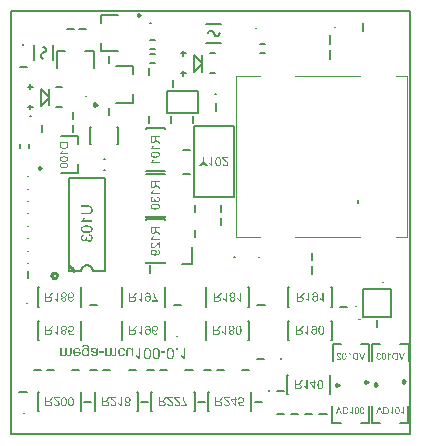
<source format=gbo>
G04*
G04 #@! TF.GenerationSoftware,Altium Limited,Altium Designer,23.8.1 (32)*
G04*
G04 Layer_Color=32896*
%FSLAX25Y25*%
%MOIN*%
G70*
G04*
G04 #@! TF.SameCoordinates,96FFBF24-88B0-4BCA-8D0C-C256A0C97E90*
G04*
G04*
G04 #@! TF.FilePolarity,Positive*
G04*
G01*
G75*
%ADD10C,0.00394*%
%ADD11C,0.00984*%
%ADD12C,0.00787*%
%ADD13C,0.00300*%
%ADD16C,0.00669*%
%ADD17C,0.00800*%
%ADD133C,0.00394*%
G36*
X25262Y30241D02*
X25398Y30225D01*
X25459Y30213D01*
X25512Y30200D01*
X25566Y30188D01*
X25615Y30171D01*
X25660Y30155D01*
X25697Y30143D01*
X25730Y30130D01*
X25758Y30118D01*
X25779Y30106D01*
X25795Y30102D01*
X25804Y30094D01*
X25808D01*
X25906Y30032D01*
X25992Y29962D01*
X26062Y29893D01*
X26119Y29823D01*
X26164Y29766D01*
X26197Y29716D01*
X26210Y29696D01*
X26218Y29684D01*
X26222Y29675D01*
Y29671D01*
X26246Y29618D01*
X26267Y29557D01*
X26283Y29487D01*
X26300Y29417D01*
X26320Y29265D01*
X26337Y29118D01*
X26341Y29048D01*
X26345Y28982D01*
X26349Y28921D01*
X26353Y28868D01*
Y28827D01*
Y28794D01*
Y28773D01*
Y28765D01*
Y26395D01*
X25927D01*
Y26732D01*
X25865Y26662D01*
X25804Y26600D01*
X25734Y26547D01*
X25668Y26502D01*
X25599Y26461D01*
X25533Y26432D01*
X25467Y26404D01*
X25406Y26383D01*
X25348Y26367D01*
X25295Y26354D01*
X25246Y26346D01*
X25205Y26338D01*
X25172D01*
X25144Y26334D01*
X25057D01*
X24992Y26342D01*
X24873Y26363D01*
X24766Y26391D01*
X24717Y26408D01*
X24672Y26424D01*
X24631Y26445D01*
X24598Y26461D01*
X24565Y26477D01*
X24541Y26490D01*
X24520Y26502D01*
X24504Y26510D01*
X24496Y26514D01*
X24492Y26518D01*
X24397Y26592D01*
X24311Y26674D01*
X24241Y26760D01*
X24184Y26842D01*
X24139Y26916D01*
X24118Y26949D01*
X24106Y26978D01*
X24094Y26998D01*
X24086Y27014D01*
X24078Y27027D01*
Y27031D01*
X24032Y27158D01*
X23995Y27285D01*
X23971Y27404D01*
X23955Y27515D01*
X23950Y27568D01*
X23946Y27613D01*
X23942Y27650D01*
Y27687D01*
X23938Y27716D01*
Y27736D01*
Y27748D01*
Y27753D01*
X23942Y27859D01*
X23950Y27957D01*
X23967Y28056D01*
X23987Y28146D01*
X24008Y28232D01*
X24036Y28314D01*
X24065Y28388D01*
X24094Y28458D01*
X24123Y28519D01*
X24147Y28572D01*
X24176Y28622D01*
X24196Y28659D01*
X24217Y28691D01*
X24233Y28712D01*
X24241Y28728D01*
X24246Y28732D01*
X24307Y28802D01*
X24373Y28868D01*
X24442Y28921D01*
X24516Y28966D01*
X24586Y29007D01*
X24660Y29040D01*
X24734Y29065D01*
X24803Y29089D01*
X24869Y29105D01*
X24926Y29118D01*
X24984Y29126D01*
X25029Y29130D01*
X25070Y29134D01*
X25098Y29138D01*
X25123D01*
X25205Y29134D01*
X25287Y29122D01*
X25361Y29105D01*
X25431Y29081D01*
X25500Y29056D01*
X25562Y29024D01*
X25619Y28995D01*
X25672Y28958D01*
X25717Y28925D01*
X25763Y28892D01*
X25795Y28864D01*
X25828Y28839D01*
X25849Y28814D01*
X25869Y28798D01*
X25877Y28786D01*
X25881Y28782D01*
Y28864D01*
Y28937D01*
X25877Y29003D01*
Y29065D01*
X25873Y29118D01*
Y29167D01*
X25869Y29208D01*
X25865Y29245D01*
X25861Y29278D01*
Y29302D01*
X25857Y29327D01*
X25853Y29343D01*
Y29356D01*
X25849Y29364D01*
Y29372D01*
X25820Y29454D01*
X25783Y29528D01*
X25742Y29589D01*
X25705Y29638D01*
X25664Y29680D01*
X25635Y29708D01*
X25615Y29729D01*
X25611Y29733D01*
X25607D01*
X25537Y29778D01*
X25455Y29807D01*
X25373Y29831D01*
X25295Y29848D01*
X25221Y29856D01*
X25193Y29860D01*
X25164D01*
X25144Y29864D01*
X25111D01*
X25004Y29860D01*
X24910Y29844D01*
X24832Y29823D01*
X24762Y29798D01*
X24709Y29774D01*
X24672Y29753D01*
X24647Y29737D01*
X24639Y29733D01*
X24594Y29692D01*
X24561Y29643D01*
X24533Y29593D01*
X24512Y29540D01*
X24500Y29495D01*
X24492Y29458D01*
X24483Y29434D01*
Y29429D01*
Y29425D01*
X24032Y29364D01*
Y29446D01*
X24041Y29520D01*
X24053Y29589D01*
X24073Y29655D01*
X24094Y29712D01*
X24118Y29770D01*
X24143Y29819D01*
X24172Y29860D01*
X24201Y29901D01*
X24225Y29934D01*
X24250Y29962D01*
X24274Y29987D01*
X24291Y30003D01*
X24307Y30016D01*
X24315Y30024D01*
X24319Y30028D01*
X24377Y30065D01*
X24442Y30102D01*
X24504Y30130D01*
X24574Y30155D01*
X24705Y30196D01*
X24832Y30221D01*
X24889Y30229D01*
X24943Y30237D01*
X24992Y30241D01*
X25033Y30245D01*
X25066Y30249D01*
X25115D01*
X25262Y30241D01*
D02*
G37*
G36*
X55922Y28609D02*
X55393D01*
Y29138D01*
X55922D01*
Y28609D01*
D02*
G37*
G36*
X22413Y29196D02*
X22499Y29192D01*
X22577Y29179D01*
X22651Y29163D01*
X22720Y29147D01*
X22782Y29126D01*
X22843Y29105D01*
X22897Y29085D01*
X22946Y29065D01*
X22987Y29044D01*
X23024Y29024D01*
X23057Y29007D01*
X23077Y28991D01*
X23098Y28978D01*
X23106Y28974D01*
X23110Y28970D01*
X23167Y28925D01*
X23216Y28876D01*
X23262Y28823D01*
X23307Y28769D01*
X23381Y28659D01*
X23438Y28556D01*
X23458Y28507D01*
X23479Y28462D01*
X23495Y28421D01*
X23508Y28384D01*
X23520Y28355D01*
X23528Y28335D01*
X23532Y28318D01*
Y28314D01*
X23048Y28253D01*
X23007Y28355D01*
X22958Y28445D01*
X22909Y28523D01*
X22864Y28581D01*
X22823Y28630D01*
X22790Y28663D01*
X22770Y28679D01*
X22765Y28687D01*
X22761D01*
X22692Y28732D01*
X22618Y28761D01*
X22544Y28786D01*
X22479Y28802D01*
X22417Y28810D01*
X22368Y28814D01*
X22351Y28819D01*
X22327D01*
X22265Y28814D01*
X22204Y28806D01*
X22146Y28798D01*
X22093Y28782D01*
X21995Y28745D01*
X21913Y28700D01*
X21876Y28679D01*
X21843Y28655D01*
X21818Y28634D01*
X21794Y28618D01*
X21777Y28601D01*
X21765Y28589D01*
X21757Y28585D01*
X21753Y28581D01*
X21712Y28532D01*
X21675Y28482D01*
X21646Y28425D01*
X21618Y28372D01*
X21572Y28253D01*
X21540Y28142D01*
X21527Y28089D01*
X21519Y28040D01*
X21511Y27999D01*
X21507Y27957D01*
X21503Y27929D01*
X21499Y27904D01*
Y27888D01*
Y27884D01*
X23544D01*
X23549Y27830D01*
Y27789D01*
Y27769D01*
Y27761D01*
X23544Y27638D01*
X23532Y27523D01*
X23516Y27412D01*
X23495Y27310D01*
X23467Y27215D01*
X23438Y27129D01*
X23405Y27051D01*
X23376Y26982D01*
X23344Y26920D01*
X23311Y26863D01*
X23282Y26818D01*
X23253Y26781D01*
X23233Y26748D01*
X23216Y26728D01*
X23204Y26715D01*
X23200Y26711D01*
X23134Y26645D01*
X23061Y26588D01*
X22987Y26535D01*
X22913Y26494D01*
X22839Y26457D01*
X22761Y26424D01*
X22692Y26399D01*
X22622Y26379D01*
X22556Y26367D01*
X22495Y26354D01*
X22442Y26346D01*
X22392Y26338D01*
X22355D01*
X22327Y26334D01*
X22302D01*
X22200Y26338D01*
X22097Y26350D01*
X22007Y26371D01*
X21917Y26395D01*
X21835Y26424D01*
X21757Y26457D01*
X21687Y26490D01*
X21626Y26527D01*
X21568Y26564D01*
X21519Y26596D01*
X21474Y26629D01*
X21441Y26658D01*
X21413Y26682D01*
X21392Y26703D01*
X21380Y26715D01*
X21376Y26719D01*
X21314Y26793D01*
X21261Y26875D01*
X21212Y26961D01*
X21171Y27047D01*
X21138Y27138D01*
X21109Y27228D01*
X21084Y27314D01*
X21068Y27400D01*
X21052Y27478D01*
X21044Y27556D01*
X21035Y27621D01*
X21027Y27679D01*
Y27728D01*
X21023Y27765D01*
Y27785D01*
Y27793D01*
X21027Y27916D01*
X21039Y28031D01*
X21056Y28138D01*
X21076Y28236D01*
X21105Y28331D01*
X21134Y28417D01*
X21167Y28495D01*
X21199Y28564D01*
X21228Y28626D01*
X21261Y28679D01*
X21290Y28724D01*
X21318Y28761D01*
X21339Y28794D01*
X21355Y28814D01*
X21367Y28827D01*
X21372Y28831D01*
X21441Y28896D01*
X21515Y28954D01*
X21589Y29003D01*
X21671Y29044D01*
X21749Y29081D01*
X21831Y29110D01*
X21909Y29134D01*
X21982Y29155D01*
X22052Y29167D01*
X22118Y29179D01*
X22175Y29188D01*
X22228Y29196D01*
X22269D01*
X22302Y29200D01*
X22327D01*
X22413Y29196D01*
D02*
G37*
G36*
X37349D02*
X37427Y29188D01*
X37501Y29175D01*
X37575Y29159D01*
X37640Y29138D01*
X37702Y29114D01*
X37759Y29093D01*
X37813Y29065D01*
X37858Y29040D01*
X37903Y29019D01*
X37936Y28995D01*
X37968Y28974D01*
X37989Y28958D01*
X38009Y28946D01*
X38017Y28937D01*
X38022Y28933D01*
X38075Y28880D01*
X38128Y28827D01*
X38173Y28765D01*
X38210Y28704D01*
X38247Y28642D01*
X38280Y28581D01*
X38329Y28466D01*
X38350Y28409D01*
X38366Y28359D01*
X38378Y28314D01*
X38391Y28273D01*
X38399Y28240D01*
X38403Y28216D01*
X38407Y28199D01*
Y28195D01*
X37952Y28134D01*
X37940Y28199D01*
X37927Y28257D01*
X37911Y28314D01*
X37894Y28363D01*
X37874Y28413D01*
X37858Y28454D01*
X37837Y28490D01*
X37817Y28527D01*
X37796Y28556D01*
X37780Y28581D01*
X37747Y28622D01*
X37726Y28646D01*
X37722Y28650D01*
X37718Y28655D01*
X37644Y28708D01*
X37571Y28749D01*
X37493Y28778D01*
X37423Y28798D01*
X37357Y28810D01*
X37333Y28814D01*
X37308D01*
X37288Y28819D01*
X37263D01*
X37202Y28814D01*
X37140Y28806D01*
X37087Y28794D01*
X37034Y28778D01*
X36939Y28741D01*
X36857Y28691D01*
X36824Y28671D01*
X36796Y28646D01*
X36771Y28626D01*
X36746Y28605D01*
X36730Y28593D01*
X36718Y28581D01*
X36714Y28572D01*
X36710Y28568D01*
X36673Y28519D01*
X36640Y28462D01*
X36611Y28400D01*
X36591Y28339D01*
X36550Y28203D01*
X36525Y28072D01*
X36517Y28011D01*
X36513Y27953D01*
X36509Y27900D01*
X36505Y27855D01*
X36500Y27818D01*
Y27789D01*
Y27769D01*
Y27765D01*
X36505Y27666D01*
X36509Y27572D01*
X36521Y27490D01*
X36533Y27412D01*
X36550Y27338D01*
X36570Y27273D01*
X36591Y27215D01*
X36611Y27162D01*
X36628Y27117D01*
X36648Y27076D01*
X36669Y27043D01*
X36685Y27019D01*
X36697Y26994D01*
X36710Y26982D01*
X36714Y26974D01*
X36718Y26969D01*
X36759Y26924D01*
X36804Y26887D01*
X36853Y26851D01*
X36898Y26822D01*
X36947Y26797D01*
X36992Y26777D01*
X37083Y26748D01*
X37165Y26728D01*
X37198Y26723D01*
X37230Y26719D01*
X37255Y26715D01*
X37288D01*
X37370Y26719D01*
X37448Y26736D01*
X37513Y26760D01*
X37571Y26785D01*
X37616Y26814D01*
X37653Y26834D01*
X37673Y26851D01*
X37681Y26859D01*
X37739Y26916D01*
X37788Y26982D01*
X37825Y27051D01*
X37858Y27117D01*
X37882Y27178D01*
X37899Y27228D01*
X37903Y27248D01*
X37907Y27261D01*
X37911Y27269D01*
Y27273D01*
X38362Y27203D01*
X38346Y27129D01*
X38321Y27055D01*
X38296Y26990D01*
X38272Y26928D01*
X38243Y26871D01*
X38210Y26818D01*
X38181Y26773D01*
X38149Y26728D01*
X38120Y26691D01*
X38091Y26658D01*
X38067Y26629D01*
X38042Y26605D01*
X38026Y26588D01*
X38009Y26576D01*
X38001Y26568D01*
X37997Y26564D01*
X37944Y26522D01*
X37886Y26486D01*
X37825Y26457D01*
X37763Y26432D01*
X37640Y26391D01*
X37525Y26363D01*
X37472Y26354D01*
X37423Y26346D01*
X37378Y26342D01*
X37341Y26338D01*
X37312Y26334D01*
X37267D01*
X37140Y26342D01*
X37017Y26359D01*
X36906Y26387D01*
X36857Y26404D01*
X36808Y26416D01*
X36767Y26432D01*
X36730Y26449D01*
X36697Y26461D01*
X36669Y26477D01*
X36644Y26486D01*
X36628Y26494D01*
X36619Y26502D01*
X36615D01*
X36509Y26572D01*
X36419Y26650D01*
X36341Y26736D01*
X36279Y26814D01*
X36230Y26887D01*
X36213Y26920D01*
X36197Y26949D01*
X36185Y26969D01*
X36177Y26986D01*
X36168Y26998D01*
Y27002D01*
X36119Y27129D01*
X36086Y27265D01*
X36062Y27396D01*
X36041Y27515D01*
X36037Y27572D01*
X36033Y27621D01*
X36029Y27666D01*
Y27707D01*
X36025Y27736D01*
Y27761D01*
Y27777D01*
Y27781D01*
X36029Y27904D01*
X36041Y28023D01*
X36058Y28134D01*
X36078Y28236D01*
X36103Y28331D01*
X36132Y28417D01*
X36164Y28495D01*
X36197Y28564D01*
X36226Y28626D01*
X36259Y28683D01*
X36287Y28728D01*
X36312Y28765D01*
X36332Y28798D01*
X36349Y28819D01*
X36361Y28831D01*
X36365Y28835D01*
X36431Y28901D01*
X36500Y28954D01*
X36574Y29003D01*
X36648Y29044D01*
X36726Y29081D01*
X36800Y29110D01*
X36874Y29134D01*
X36943Y29155D01*
X37009Y29171D01*
X37070Y29179D01*
X37128Y29188D01*
X37173Y29196D01*
X37214D01*
X37243Y29200D01*
X37267D01*
X37349Y29196D01*
D02*
G37*
G36*
X51810Y27535D02*
X50379D01*
Y28003D01*
X51810D01*
Y27535D01*
D02*
G37*
G36*
X31244D02*
X29813D01*
Y28003D01*
X31244D01*
Y27535D01*
D02*
G37*
G36*
X35471Y27256D02*
X35467Y27170D01*
X35463Y27092D01*
X35451Y27019D01*
X35439Y26949D01*
X35422Y26887D01*
X35402Y26830D01*
X35381Y26781D01*
X35361Y26736D01*
X35340Y26695D01*
X35320Y26658D01*
X35303Y26629D01*
X35283Y26605D01*
X35271Y26588D01*
X35258Y26576D01*
X35254Y26568D01*
X35250Y26564D01*
X35209Y26522D01*
X35160Y26486D01*
X35111Y26457D01*
X35061Y26432D01*
X34955Y26391D01*
X34856Y26363D01*
X34807Y26354D01*
X34762Y26346D01*
X34725Y26342D01*
X34688Y26338D01*
X34664Y26334D01*
X34623D01*
X34528Y26338D01*
X34438Y26354D01*
X34352Y26379D01*
X34270Y26408D01*
X34196Y26445D01*
X34127Y26486D01*
X34061Y26531D01*
X34004Y26572D01*
X33950Y26617D01*
X33905Y26662D01*
X33864Y26703D01*
X33836Y26740D01*
X33807Y26768D01*
X33790Y26793D01*
X33778Y26809D01*
X33774Y26814D01*
X33737Y26732D01*
X33696Y26662D01*
X33651Y26605D01*
X33606Y26551D01*
X33561Y26514D01*
X33528Y26486D01*
X33503Y26465D01*
X33499Y26461D01*
X33495D01*
X33417Y26420D01*
X33335Y26387D01*
X33253Y26367D01*
X33175Y26350D01*
X33106Y26342D01*
X33077Y26338D01*
X33048Y26334D01*
X32999D01*
X32901Y26338D01*
X32806Y26354D01*
X32724Y26371D01*
X32651Y26395D01*
X32593Y26416D01*
X32569Y26428D01*
X32548Y26436D01*
X32532Y26445D01*
X32519Y26453D01*
X32515Y26457D01*
X32511D01*
X32433Y26506D01*
X32368Y26559D01*
X32310Y26613D01*
X32261Y26666D01*
X32220Y26711D01*
X32191Y26748D01*
X32175Y26773D01*
X32167Y26777D01*
Y26395D01*
X31753D01*
Y29138D01*
X32216D01*
Y27716D01*
Y27646D01*
X32220Y27584D01*
X32224Y27523D01*
X32228Y27470D01*
X32232Y27416D01*
X32241Y27371D01*
X32245Y27330D01*
X32253Y27289D01*
X32261Y27256D01*
X32265Y27228D01*
X32273Y27203D01*
X32278Y27183D01*
X32282Y27166D01*
X32286Y27154D01*
X32290Y27150D01*
Y27146D01*
X32323Y27076D01*
X32359Y27014D01*
X32401Y26961D01*
X32441Y26920D01*
X32474Y26883D01*
X32503Y26863D01*
X32524Y26846D01*
X32532Y26842D01*
X32597Y26805D01*
X32659Y26781D01*
X32720Y26760D01*
X32778Y26748D01*
X32827Y26740D01*
X32864Y26736D01*
X32897D01*
X32987Y26744D01*
X33065Y26760D01*
X33126Y26785D01*
X33180Y26814D01*
X33216Y26842D01*
X33245Y26867D01*
X33261Y26883D01*
X33266Y26891D01*
X33303Y26957D01*
X33331Y27031D01*
X33352Y27109D01*
X33368Y27183D01*
X33376Y27252D01*
Y27281D01*
X33380Y27306D01*
Y27330D01*
Y27347D01*
Y27355D01*
Y27359D01*
Y29138D01*
X33844D01*
Y27547D01*
X33848Y27470D01*
X33852Y27400D01*
X33860Y27330D01*
X33872Y27269D01*
X33889Y27215D01*
X33905Y27162D01*
X33922Y27117D01*
X33942Y27076D01*
X33959Y27043D01*
X33975Y27010D01*
X33991Y26986D01*
X34008Y26965D01*
X34020Y26949D01*
X34028Y26937D01*
X34036Y26932D01*
Y26928D01*
X34073Y26896D01*
X34114Y26863D01*
X34192Y26818D01*
X34274Y26781D01*
X34352Y26760D01*
X34418Y26744D01*
X34446Y26740D01*
X34471D01*
X34492Y26736D01*
X34520D01*
X34578Y26740D01*
X34631Y26748D01*
X34680Y26760D01*
X34721Y26773D01*
X34754Y26789D01*
X34778Y26801D01*
X34795Y26809D01*
X34799Y26814D01*
X34840Y26842D01*
X34877Y26875D01*
X34901Y26908D01*
X34926Y26941D01*
X34942Y26969D01*
X34955Y26990D01*
X34963Y27006D01*
Y27010D01*
X34979Y27064D01*
X34988Y27125D01*
X34996Y27191D01*
X35004Y27256D01*
Y27318D01*
X35008Y27367D01*
Y27384D01*
Y27400D01*
Y27408D01*
Y27412D01*
Y29138D01*
X35471D01*
Y27256D01*
D02*
G37*
G36*
X20490D02*
X20486Y27170D01*
X20482Y27092D01*
X20470Y27019D01*
X20457Y26949D01*
X20441Y26887D01*
X20420Y26830D01*
X20400Y26781D01*
X20379Y26736D01*
X20359Y26695D01*
X20338Y26658D01*
X20322Y26629D01*
X20301Y26605D01*
X20289Y26588D01*
X20277Y26576D01*
X20273Y26568D01*
X20269Y26564D01*
X20228Y26522D01*
X20178Y26486D01*
X20129Y26457D01*
X20080Y26432D01*
X19973Y26391D01*
X19875Y26363D01*
X19826Y26354D01*
X19781Y26346D01*
X19744Y26342D01*
X19707Y26338D01*
X19682Y26334D01*
X19641D01*
X19547Y26338D01*
X19457Y26354D01*
X19371Y26379D01*
X19289Y26408D01*
X19215Y26445D01*
X19145Y26486D01*
X19080Y26531D01*
X19022Y26572D01*
X18969Y26617D01*
X18924Y26662D01*
X18883Y26703D01*
X18854Y26740D01*
X18825Y26768D01*
X18809Y26793D01*
X18797Y26809D01*
X18793Y26814D01*
X18756Y26732D01*
X18715Y26662D01*
X18670Y26605D01*
X18624Y26551D01*
X18579Y26514D01*
X18547Y26486D01*
X18522Y26465D01*
X18518Y26461D01*
X18514D01*
X18436Y26420D01*
X18354Y26387D01*
X18272Y26367D01*
X18194Y26350D01*
X18124Y26342D01*
X18096Y26338D01*
X18067Y26334D01*
X18018D01*
X17919Y26338D01*
X17825Y26354D01*
X17743Y26371D01*
X17669Y26395D01*
X17612Y26416D01*
X17587Y26428D01*
X17567Y26436D01*
X17550Y26445D01*
X17538Y26453D01*
X17534Y26457D01*
X17530D01*
X17452Y26506D01*
X17386Y26559D01*
X17329Y26613D01*
X17280Y26666D01*
X17239Y26711D01*
X17210Y26748D01*
X17194Y26773D01*
X17185Y26777D01*
Y26395D01*
X16771D01*
Y29138D01*
X17235D01*
Y27716D01*
Y27646D01*
X17239Y27584D01*
X17243Y27523D01*
X17247Y27470D01*
X17251Y27416D01*
X17259Y27371D01*
X17263Y27330D01*
X17271Y27289D01*
X17280Y27256D01*
X17284Y27228D01*
X17292Y27203D01*
X17296Y27183D01*
X17300Y27166D01*
X17304Y27154D01*
X17308Y27150D01*
Y27146D01*
X17341Y27076D01*
X17378Y27014D01*
X17419Y26961D01*
X17460Y26920D01*
X17493Y26883D01*
X17522Y26863D01*
X17542Y26846D01*
X17550Y26842D01*
X17616Y26805D01*
X17677Y26781D01*
X17739Y26760D01*
X17796Y26748D01*
X17845Y26740D01*
X17882Y26736D01*
X17915D01*
X18005Y26744D01*
X18083Y26760D01*
X18145Y26785D01*
X18198Y26814D01*
X18235Y26842D01*
X18264Y26867D01*
X18280Y26883D01*
X18284Y26891D01*
X18321Y26957D01*
X18350Y27031D01*
X18370Y27109D01*
X18387Y27183D01*
X18395Y27252D01*
Y27281D01*
X18399Y27306D01*
Y27330D01*
Y27347D01*
Y27355D01*
Y27359D01*
Y29138D01*
X18862D01*
Y27547D01*
X18866Y27470D01*
X18870Y27400D01*
X18879Y27330D01*
X18891Y27269D01*
X18907Y27215D01*
X18924Y27162D01*
X18940Y27117D01*
X18961Y27076D01*
X18977Y27043D01*
X18993Y27010D01*
X19010Y26986D01*
X19026Y26965D01*
X19039Y26949D01*
X19047Y26937D01*
X19055Y26932D01*
Y26928D01*
X19092Y26896D01*
X19133Y26863D01*
X19211Y26818D01*
X19293Y26781D01*
X19371Y26760D01*
X19436Y26744D01*
X19465Y26740D01*
X19490D01*
X19510Y26736D01*
X19539D01*
X19596Y26740D01*
X19649Y26748D01*
X19699Y26760D01*
X19740Y26773D01*
X19772Y26789D01*
X19797Y26801D01*
X19814Y26809D01*
X19818Y26814D01*
X19859Y26842D01*
X19895Y26875D01*
X19920Y26908D01*
X19945Y26941D01*
X19961Y26969D01*
X19973Y26990D01*
X19982Y27006D01*
Y27010D01*
X19998Y27064D01*
X20006Y27125D01*
X20014Y27191D01*
X20023Y27256D01*
Y27318D01*
X20027Y27367D01*
Y27384D01*
Y27400D01*
Y27408D01*
Y27412D01*
Y29138D01*
X20490D01*
Y27256D01*
D02*
G37*
G36*
X27940Y29196D02*
X28034Y29188D01*
X28120Y29171D01*
X28198Y29155D01*
X28260Y29138D01*
X28288Y29130D01*
X28309Y29122D01*
X28325Y29118D01*
X28337Y29114D01*
X28346Y29110D01*
X28350D01*
X28440Y29069D01*
X28530Y29024D01*
X28612Y28970D01*
X28690Y28917D01*
X28756Y28872D01*
X28780Y28847D01*
X28805Y28831D01*
X28825Y28814D01*
X28838Y28802D01*
X28846Y28798D01*
X28850Y28794D01*
X28858Y28868D01*
X28870Y28933D01*
X28887Y28991D01*
X28903Y29040D01*
X28916Y29081D01*
X28928Y29114D01*
X28936Y29130D01*
X28940Y29138D01*
X29424D01*
X29395Y29081D01*
X29371Y29019D01*
X29350Y28966D01*
X29334Y28917D01*
X29321Y28872D01*
X29313Y28839D01*
X29309Y28819D01*
Y28810D01*
X29305Y28773D01*
X29301Y28724D01*
X29297Y28671D01*
X29293Y28609D01*
X29289Y28544D01*
Y28474D01*
X29285Y28335D01*
Y28269D01*
X29280Y28203D01*
Y28146D01*
Y28093D01*
Y28052D01*
Y28019D01*
Y27999D01*
Y27990D01*
Y27371D01*
Y27314D01*
Y27265D01*
X29276Y27220D01*
Y27174D01*
X29272Y27101D01*
X29268Y27043D01*
X29264Y26998D01*
X29260Y26969D01*
X29256Y26949D01*
Y26945D01*
X29239Y26875D01*
X29215Y26814D01*
X29190Y26760D01*
X29166Y26715D01*
X29145Y26678D01*
X29125Y26650D01*
X29112Y26633D01*
X29108Y26629D01*
X29063Y26584D01*
X29014Y26543D01*
X28961Y26506D01*
X28907Y26477D01*
X28858Y26453D01*
X28821Y26436D01*
X28805Y26428D01*
X28793Y26424D01*
X28788Y26420D01*
X28784D01*
X28698Y26391D01*
X28604Y26371D01*
X28510Y26354D01*
X28419Y26346D01*
X28341Y26338D01*
X28305D01*
X28276Y26334D01*
X28218D01*
X28091Y26338D01*
X27972Y26350D01*
X27866Y26367D01*
X27817Y26375D01*
X27776Y26383D01*
X27735Y26391D01*
X27698Y26399D01*
X27669Y26408D01*
X27645Y26416D01*
X27624Y26424D01*
X27608Y26428D01*
X27599Y26432D01*
X27595D01*
X27501Y26473D01*
X27419Y26518D01*
X27349Y26564D01*
X27292Y26609D01*
X27247Y26650D01*
X27214Y26682D01*
X27193Y26703D01*
X27185Y26707D01*
Y26711D01*
X27136Y26781D01*
X27095Y26859D01*
X27062Y26937D01*
X27034Y27010D01*
X27013Y27076D01*
X27005Y27105D01*
X26997Y27129D01*
X26993Y27150D01*
X26989Y27166D01*
X26984Y27174D01*
Y27178D01*
X27439Y27240D01*
X27456Y27187D01*
X27472Y27138D01*
X27505Y27055D01*
X27546Y26982D01*
X27583Y26928D01*
X27616Y26887D01*
X27645Y26855D01*
X27661Y26838D01*
X27669Y26834D01*
X27735Y26797D01*
X27813Y26768D01*
X27891Y26748D01*
X27968Y26732D01*
X28042Y26723D01*
X28071D01*
X28100Y26719D01*
X28153D01*
X28276Y26728D01*
X28383Y26744D01*
X28473Y26768D01*
X28547Y26797D01*
X28604Y26830D01*
X28624Y26842D01*
X28645Y26855D01*
X28661Y26863D01*
X28670Y26871D01*
X28678Y26879D01*
X28723Y26928D01*
X28756Y26990D01*
X28780Y27055D01*
X28797Y27121D01*
X28805Y27183D01*
X28813Y27232D01*
Y27248D01*
Y27265D01*
Y27273D01*
Y27277D01*
Y27289D01*
Y27306D01*
Y27347D01*
X28809Y27363D01*
Y27379D01*
Y27392D01*
Y27396D01*
X28756Y27412D01*
X28698Y27429D01*
X28633Y27445D01*
X28567Y27461D01*
X28432Y27490D01*
X28296Y27515D01*
X28231Y27523D01*
X28173Y27531D01*
X28120Y27539D01*
X28071Y27547D01*
X28034Y27552D01*
X28005Y27556D01*
X27989Y27560D01*
X27981D01*
X27882Y27572D01*
X27800Y27584D01*
X27727Y27597D01*
X27669Y27605D01*
X27624Y27617D01*
X27591Y27621D01*
X27575Y27630D01*
X27567D01*
X27501Y27650D01*
X27435Y27675D01*
X27378Y27699D01*
X27329Y27724D01*
X27288Y27744D01*
X27259Y27765D01*
X27239Y27777D01*
X27230Y27781D01*
X27177Y27822D01*
X27132Y27863D01*
X27091Y27908D01*
X27058Y27949D01*
X27029Y27990D01*
X27009Y28019D01*
X26997Y28040D01*
X26993Y28048D01*
X26964Y28113D01*
X26939Y28175D01*
X26923Y28236D01*
X26915Y28294D01*
X26906Y28343D01*
X26902Y28384D01*
Y28409D01*
Y28413D01*
Y28417D01*
X26906Y28478D01*
X26915Y28540D01*
X26923Y28597D01*
X26939Y28650D01*
X26980Y28749D01*
X27025Y28827D01*
X27046Y28864D01*
X27066Y28892D01*
X27087Y28921D01*
X27107Y28942D01*
X27124Y28958D01*
X27132Y28970D01*
X27140Y28978D01*
X27144Y28982D01*
X27193Y29019D01*
X27243Y29052D01*
X27300Y29085D01*
X27353Y29110D01*
X27468Y29147D01*
X27583Y29171D01*
X27632Y29183D01*
X27681Y29188D01*
X27727Y29192D01*
X27763Y29196D01*
X27792Y29200D01*
X27837D01*
X27940Y29196D01*
D02*
G37*
G36*
X39830D02*
X39924Y29179D01*
X40010Y29159D01*
X40096Y29126D01*
X40174Y29093D01*
X40244Y29052D01*
X40309Y29011D01*
X40371Y28966D01*
X40424Y28925D01*
X40469Y28884D01*
X40510Y28843D01*
X40543Y28810D01*
X40568Y28778D01*
X40584Y28757D01*
X40596Y28741D01*
X40600Y28736D01*
Y29138D01*
X41015D01*
Y26395D01*
X40551D01*
Y27867D01*
X40547Y27990D01*
X40539Y28097D01*
X40527Y28187D01*
X40514Y28265D01*
X40506Y28298D01*
X40498Y28322D01*
X40490Y28347D01*
X40486Y28367D01*
X40482Y28380D01*
X40477Y28392D01*
X40473Y28396D01*
Y28400D01*
X40441Y28466D01*
X40400Y28523D01*
X40354Y28572D01*
X40314Y28613D01*
X40273Y28646D01*
X40240Y28671D01*
X40219Y28687D01*
X40215Y28691D01*
X40211D01*
X40141Y28728D01*
X40076Y28753D01*
X40010Y28773D01*
X39949Y28786D01*
X39895Y28794D01*
X39858Y28798D01*
X39821D01*
X39748Y28794D01*
X39678Y28782D01*
X39617Y28765D01*
X39567Y28745D01*
X39526Y28728D01*
X39494Y28712D01*
X39477Y28700D01*
X39469Y28695D01*
X39420Y28655D01*
X39379Y28605D01*
X39346Y28560D01*
X39321Y28515D01*
X39301Y28474D01*
X39288Y28437D01*
X39284Y28417D01*
X39280Y28409D01*
X39276Y28384D01*
X39272Y28351D01*
X39268Y28277D01*
X39260Y28195D01*
Y28113D01*
X39256Y28040D01*
Y28007D01*
Y27974D01*
Y27949D01*
Y27933D01*
Y27921D01*
Y27916D01*
Y26395D01*
X38792D01*
Y28097D01*
Y28199D01*
X38796Y28290D01*
X38801Y28363D01*
X38805Y28425D01*
X38809Y28470D01*
X38813Y28507D01*
X38817Y28523D01*
Y28532D01*
X38838Y28605D01*
X38858Y28671D01*
X38883Y28728D01*
X38907Y28778D01*
X38928Y28819D01*
X38944Y28851D01*
X38956Y28868D01*
X38960Y28876D01*
X39002Y28925D01*
X39051Y28970D01*
X39104Y29011D01*
X39153Y29044D01*
X39202Y29073D01*
X39239Y29093D01*
X39264Y29105D01*
X39268Y29110D01*
X39272D01*
X39354Y29138D01*
X39432Y29163D01*
X39510Y29179D01*
X39580Y29188D01*
X39641Y29196D01*
X39686Y29200D01*
X39727D01*
X39830Y29196D01*
D02*
G37*
G36*
X58349Y25342D02*
X58050D01*
X57997Y25436D01*
X57935Y25526D01*
X57866Y25612D01*
X57796Y25686D01*
X57734Y25756D01*
X57706Y25780D01*
X57685Y25805D01*
X57665Y25826D01*
X57648Y25838D01*
X57640Y25846D01*
X57636Y25850D01*
X57525Y25944D01*
X57406Y26026D01*
X57292Y26104D01*
X57185Y26170D01*
X57140Y26195D01*
X57095Y26219D01*
X57054Y26244D01*
X57021Y26260D01*
X56992Y26272D01*
X56972Y26285D01*
X56959Y26289D01*
X56955Y26293D01*
Y26740D01*
X57037Y26707D01*
X57124Y26670D01*
X57205Y26629D01*
X57279Y26592D01*
X57345Y26555D01*
X57374Y26543D01*
X57398Y26527D01*
X57419Y26518D01*
X57431Y26510D01*
X57439Y26502D01*
X57443D01*
X57542Y26441D01*
X57628Y26383D01*
X57706Y26330D01*
X57767Y26281D01*
X57820Y26240D01*
X57857Y26211D01*
X57878Y26190D01*
X57886Y26182D01*
Y29138D01*
X58349D01*
Y25342D01*
D02*
G37*
G36*
X43364D02*
X43065D01*
X43011Y25436D01*
X42950Y25526D01*
X42880Y25612D01*
X42810Y25686D01*
X42749Y25756D01*
X42720Y25780D01*
X42700Y25805D01*
X42679Y25826D01*
X42663Y25838D01*
X42655Y25846D01*
X42650Y25850D01*
X42540Y25944D01*
X42421Y26026D01*
X42306Y26104D01*
X42200Y26170D01*
X42154Y26195D01*
X42109Y26219D01*
X42068Y26244D01*
X42035Y26260D01*
X42007Y26272D01*
X41986Y26285D01*
X41974Y26289D01*
X41970Y26293D01*
Y26740D01*
X42052Y26707D01*
X42138Y26670D01*
X42220Y26629D01*
X42294Y26592D01*
X42359Y26555D01*
X42388Y26543D01*
X42413Y26527D01*
X42433Y26518D01*
X42445Y26510D01*
X42454Y26502D01*
X42458D01*
X42556Y26441D01*
X42642Y26383D01*
X42720Y26330D01*
X42782Y26281D01*
X42835Y26240D01*
X42872Y26211D01*
X42892Y26190D01*
X42901Y26182D01*
Y29138D01*
X43364D01*
Y25342D01*
D02*
G37*
G36*
X53503Y29196D02*
X53573Y29192D01*
X53643Y29179D01*
X53708Y29167D01*
X53770Y29147D01*
X53823Y29130D01*
X53876Y29110D01*
X53921Y29089D01*
X53966Y29069D01*
X54003Y29048D01*
X54036Y29028D01*
X54061Y29011D01*
X54081Y28999D01*
X54098Y28987D01*
X54106Y28982D01*
X54110Y28978D01*
X54159Y28933D01*
X54208Y28888D01*
X54290Y28786D01*
X54360Y28683D01*
X54418Y28581D01*
X54442Y28532D01*
X54463Y28486D01*
X54479Y28449D01*
X54495Y28413D01*
X54508Y28388D01*
X54512Y28363D01*
X54520Y28351D01*
Y28347D01*
X54545Y28269D01*
X54565Y28183D01*
X54602Y28007D01*
X54627Y27826D01*
X54635Y27740D01*
X54643Y27654D01*
X54647Y27576D01*
X54651Y27502D01*
X54655Y27441D01*
X54659Y27384D01*
Y27338D01*
Y27301D01*
Y27281D01*
Y27273D01*
Y27170D01*
X54655Y27072D01*
X54651Y26982D01*
X54647Y26896D01*
X54639Y26818D01*
X54631Y26744D01*
X54623Y26678D01*
X54618Y26617D01*
X54610Y26564D01*
X54602Y26518D01*
X54594Y26477D01*
X54586Y26445D01*
X54581Y26416D01*
X54577Y26399D01*
X54573Y26387D01*
Y26383D01*
X54540Y26264D01*
X54500Y26153D01*
X54463Y26059D01*
X54426Y25977D01*
X54405Y25944D01*
X54393Y25912D01*
X54377Y25883D01*
X54364Y25862D01*
X54352Y25846D01*
X54348Y25834D01*
X54340Y25826D01*
Y25821D01*
X54282Y25739D01*
X54217Y25666D01*
X54155Y25604D01*
X54094Y25555D01*
X54040Y25514D01*
X53999Y25489D01*
X53983Y25477D01*
X53971Y25469D01*
X53962Y25465D01*
X53958D01*
X53868Y25424D01*
X53778Y25395D01*
X53688Y25370D01*
X53606Y25358D01*
X53532Y25350D01*
X53503Y25346D01*
X53474Y25342D01*
X53425D01*
X53351Y25346D01*
X53278Y25350D01*
X53208Y25362D01*
X53142Y25374D01*
X53085Y25391D01*
X53028Y25411D01*
X52974Y25432D01*
X52929Y25452D01*
X52884Y25473D01*
X52847Y25493D01*
X52814Y25510D01*
X52790Y25530D01*
X52769Y25543D01*
X52753Y25555D01*
X52745Y25559D01*
X52741Y25563D01*
X52691Y25608D01*
X52646Y25653D01*
X52564Y25756D01*
X52491Y25858D01*
X52433Y25961D01*
X52408Y26010D01*
X52388Y26051D01*
X52372Y26092D01*
X52355Y26125D01*
X52347Y26153D01*
X52339Y26178D01*
X52331Y26190D01*
Y26195D01*
X52306Y26272D01*
X52285Y26359D01*
X52253Y26535D01*
X52228Y26715D01*
X52220Y26801D01*
X52212Y26887D01*
X52208Y26965D01*
X52204Y27039D01*
X52199Y27105D01*
Y27162D01*
X52195Y27207D01*
Y27244D01*
Y27265D01*
Y27273D01*
X52199Y27466D01*
X52212Y27646D01*
X52228Y27810D01*
X52253Y27962D01*
X52281Y28101D01*
X52314Y28228D01*
X52347Y28339D01*
X52384Y28441D01*
X52417Y28527D01*
X52450Y28605D01*
X52482Y28667D01*
X52511Y28720D01*
X52536Y28761D01*
X52552Y28790D01*
X52564Y28806D01*
X52568Y28810D01*
X52630Y28880D01*
X52696Y28937D01*
X52765Y28991D01*
X52835Y29036D01*
X52905Y29073D01*
X52978Y29105D01*
X53048Y29130D01*
X53114Y29151D01*
X53179Y29167D01*
X53237Y29179D01*
X53290Y29188D01*
X53335Y29192D01*
X53372Y29196D01*
X53401Y29200D01*
X53425D01*
X53503Y29196D01*
D02*
G37*
G36*
X48805D02*
X48874Y29192D01*
X48944Y29179D01*
X49010Y29167D01*
X49071Y29147D01*
X49124Y29130D01*
X49178Y29110D01*
X49223Y29089D01*
X49268Y29069D01*
X49305Y29048D01*
X49338Y29028D01*
X49362Y29011D01*
X49383Y28999D01*
X49399Y28987D01*
X49407Y28982D01*
X49411Y28978D01*
X49461Y28933D01*
X49510Y28888D01*
X49592Y28786D01*
X49661Y28683D01*
X49719Y28581D01*
X49744Y28532D01*
X49764Y28486D01*
X49780Y28449D01*
X49797Y28413D01*
X49809Y28388D01*
X49813Y28363D01*
X49821Y28351D01*
Y28347D01*
X49846Y28269D01*
X49867Y28183D01*
X49903Y28007D01*
X49928Y27826D01*
X49936Y27740D01*
X49944Y27654D01*
X49948Y27576D01*
X49953Y27502D01*
X49957Y27441D01*
X49961Y27384D01*
Y27338D01*
Y27301D01*
Y27281D01*
Y27273D01*
Y27170D01*
X49957Y27072D01*
X49953Y26982D01*
X49948Y26896D01*
X49940Y26818D01*
X49932Y26744D01*
X49924Y26678D01*
X49920Y26617D01*
X49912Y26564D01*
X49903Y26518D01*
X49895Y26477D01*
X49887Y26445D01*
X49883Y26416D01*
X49879Y26399D01*
X49875Y26387D01*
Y26383D01*
X49842Y26264D01*
X49801Y26153D01*
X49764Y26059D01*
X49727Y25977D01*
X49707Y25944D01*
X49694Y25912D01*
X49678Y25883D01*
X49666Y25862D01*
X49653Y25846D01*
X49649Y25834D01*
X49641Y25826D01*
Y25821D01*
X49584Y25739D01*
X49518Y25666D01*
X49457Y25604D01*
X49395Y25555D01*
X49342Y25514D01*
X49301Y25489D01*
X49284Y25477D01*
X49272Y25469D01*
X49264Y25465D01*
X49260D01*
X49169Y25424D01*
X49079Y25395D01*
X48989Y25370D01*
X48907Y25358D01*
X48833Y25350D01*
X48805Y25346D01*
X48776Y25342D01*
X48727D01*
X48653Y25346D01*
X48579Y25350D01*
X48509Y25362D01*
X48444Y25374D01*
X48386Y25391D01*
X48329Y25411D01*
X48276Y25432D01*
X48231Y25452D01*
X48186Y25473D01*
X48149Y25493D01*
X48116Y25510D01*
X48091Y25530D01*
X48071Y25543D01*
X48054Y25555D01*
X48046Y25559D01*
X48042Y25563D01*
X47993Y25608D01*
X47948Y25653D01*
X47866Y25756D01*
X47792Y25858D01*
X47734Y25961D01*
X47710Y26010D01*
X47689Y26051D01*
X47673Y26092D01*
X47657Y26125D01*
X47648Y26153D01*
X47640Y26178D01*
X47632Y26190D01*
Y26195D01*
X47607Y26272D01*
X47587Y26359D01*
X47554Y26535D01*
X47530Y26715D01*
X47521Y26801D01*
X47513Y26887D01*
X47509Y26965D01*
X47505Y27039D01*
X47501Y27105D01*
Y27162D01*
X47497Y27207D01*
Y27244D01*
Y27265D01*
Y27273D01*
X47501Y27466D01*
X47513Y27646D01*
X47530Y27810D01*
X47554Y27962D01*
X47583Y28101D01*
X47616Y28228D01*
X47648Y28339D01*
X47685Y28441D01*
X47718Y28527D01*
X47751Y28605D01*
X47784Y28667D01*
X47812Y28720D01*
X47837Y28761D01*
X47853Y28790D01*
X47866Y28806D01*
X47870Y28810D01*
X47931Y28880D01*
X47997Y28937D01*
X48067Y28991D01*
X48136Y29036D01*
X48206Y29073D01*
X48280Y29105D01*
X48349Y29130D01*
X48415Y29151D01*
X48481Y29167D01*
X48538Y29179D01*
X48591Y29188D01*
X48636Y29192D01*
X48673Y29196D01*
X48702Y29200D01*
X48727D01*
X48805Y29196D01*
D02*
G37*
G36*
X45865D02*
X45935Y29192D01*
X46004Y29179D01*
X46070Y29167D01*
X46131Y29147D01*
X46185Y29130D01*
X46238Y29110D01*
X46283Y29089D01*
X46328Y29069D01*
X46365Y29048D01*
X46398Y29028D01*
X46422Y29011D01*
X46443Y28999D01*
X46459Y28987D01*
X46468Y28982D01*
X46472Y28978D01*
X46521Y28933D01*
X46570Y28888D01*
X46652Y28786D01*
X46722Y28683D01*
X46779Y28581D01*
X46804Y28532D01*
X46824Y28486D01*
X46841Y28449D01*
X46857Y28413D01*
X46869Y28388D01*
X46874Y28363D01*
X46882Y28351D01*
Y28347D01*
X46906Y28269D01*
X46927Y28183D01*
X46964Y28007D01*
X46988Y27826D01*
X46997Y27740D01*
X47005Y27654D01*
X47009Y27576D01*
X47013Y27502D01*
X47017Y27441D01*
X47021Y27384D01*
Y27338D01*
Y27301D01*
Y27281D01*
Y27273D01*
Y27170D01*
X47017Y27072D01*
X47013Y26982D01*
X47009Y26896D01*
X47001Y26818D01*
X46992Y26744D01*
X46984Y26678D01*
X46980Y26617D01*
X46972Y26564D01*
X46964Y26518D01*
X46955Y26477D01*
X46947Y26445D01*
X46943Y26416D01*
X46939Y26399D01*
X46935Y26387D01*
Y26383D01*
X46902Y26264D01*
X46861Y26153D01*
X46824Y26059D01*
X46787Y25977D01*
X46767Y25944D01*
X46755Y25912D01*
X46738Y25883D01*
X46726Y25862D01*
X46714Y25846D01*
X46709Y25834D01*
X46701Y25826D01*
Y25821D01*
X46644Y25739D01*
X46578Y25666D01*
X46517Y25604D01*
X46455Y25555D01*
X46402Y25514D01*
X46361Y25489D01*
X46345Y25477D01*
X46332Y25469D01*
X46324Y25465D01*
X46320D01*
X46230Y25424D01*
X46140Y25395D01*
X46049Y25370D01*
X45967Y25358D01*
X45894Y25350D01*
X45865Y25346D01*
X45836Y25342D01*
X45787D01*
X45713Y25346D01*
X45639Y25350D01*
X45570Y25362D01*
X45504Y25374D01*
X45447Y25391D01*
X45389Y25411D01*
X45336Y25432D01*
X45291Y25452D01*
X45246Y25473D01*
X45209Y25493D01*
X45176Y25510D01*
X45151Y25530D01*
X45131Y25543D01*
X45115Y25555D01*
X45106Y25559D01*
X45102Y25563D01*
X45053Y25608D01*
X45008Y25653D01*
X44926Y25756D01*
X44852Y25858D01*
X44795Y25961D01*
X44770Y26010D01*
X44750Y26051D01*
X44733Y26092D01*
X44717Y26125D01*
X44709Y26153D01*
X44701Y26178D01*
X44692Y26190D01*
Y26195D01*
X44668Y26272D01*
X44647Y26359D01*
X44614Y26535D01*
X44590Y26715D01*
X44582Y26801D01*
X44573Y26887D01*
X44569Y26965D01*
X44565Y27039D01*
X44561Y27105D01*
Y27162D01*
X44557Y27207D01*
Y27244D01*
Y27265D01*
Y27273D01*
X44561Y27466D01*
X44573Y27646D01*
X44590Y27810D01*
X44614Y27962D01*
X44643Y28101D01*
X44676Y28228D01*
X44709Y28339D01*
X44746Y28441D01*
X44778Y28527D01*
X44811Y28605D01*
X44844Y28667D01*
X44873Y28720D01*
X44897Y28761D01*
X44914Y28790D01*
X44926Y28806D01*
X44930Y28810D01*
X44992Y28880D01*
X45057Y28937D01*
X45127Y28991D01*
X45197Y29036D01*
X45266Y29073D01*
X45340Y29105D01*
X45410Y29130D01*
X45475Y29151D01*
X45541Y29167D01*
X45598Y29179D01*
X45652Y29188D01*
X45697Y29192D01*
X45734Y29196D01*
X45762Y29200D01*
X45787D01*
X45865Y29196D01*
D02*
G37*
G36*
X122949Y27541D02*
X122996Y27536D01*
X123040Y27529D01*
X123084Y27519D01*
X123124Y27506D01*
X123161Y27494D01*
X123195Y27479D01*
X123224Y27467D01*
X123254Y27452D01*
X123279Y27437D01*
X123298Y27425D01*
X123318Y27413D01*
X123330Y27403D01*
X123343Y27396D01*
X123347Y27391D01*
X123350Y27388D01*
X123382Y27359D01*
X123411Y27324D01*
X123439Y27290D01*
X123463Y27255D01*
X123485Y27218D01*
X123502Y27184D01*
X123534Y27113D01*
X123547Y27081D01*
X123556Y27051D01*
X123564Y27024D01*
X123571Y27002D01*
X123576Y26982D01*
X123579Y26968D01*
X123581Y26958D01*
Y26955D01*
X123303Y26906D01*
X123288Y26977D01*
X123269Y27039D01*
X123247Y27093D01*
X123222Y27135D01*
X123202Y27169D01*
X123183Y27191D01*
X123170Y27206D01*
X123165Y27211D01*
X123121Y27246D01*
X123077Y27270D01*
X123030Y27290D01*
X122988Y27302D01*
X122949Y27310D01*
X122934Y27312D01*
X122919D01*
X122907Y27314D01*
X122892D01*
X122833Y27310D01*
X122782Y27300D01*
X122735Y27283D01*
X122696Y27265D01*
X122666Y27246D01*
X122644Y27228D01*
X122629Y27218D01*
X122624Y27214D01*
X122605Y27194D01*
X122590Y27174D01*
X122563Y27130D01*
X122543Y27088D01*
X122531Y27049D01*
X122523Y27012D01*
X122521Y26985D01*
X122518Y26972D01*
Y26965D01*
Y26960D01*
Y26958D01*
X122521Y26923D01*
X122526Y26891D01*
X122531Y26859D01*
X122541Y26832D01*
X122565Y26783D01*
X122590Y26744D01*
X122617Y26712D01*
X122641Y26690D01*
X122651Y26682D01*
X122656Y26677D01*
X122661Y26672D01*
X122664D01*
X122718Y26640D01*
X122774Y26618D01*
X122828Y26601D01*
X122878Y26591D01*
X122919Y26584D01*
X122937Y26581D01*
X122954D01*
X122966Y26579D01*
X122998D01*
X123013Y26581D01*
X123025Y26584D01*
X123030D01*
X123060Y26340D01*
X123018Y26350D01*
X122978Y26357D01*
X122947Y26362D01*
X122917Y26367D01*
X122895D01*
X122878Y26370D01*
X122863D01*
X122828Y26367D01*
X122794Y26365D01*
X122732Y26350D01*
X122678Y26331D01*
X122632Y26308D01*
X122595Y26284D01*
X122580Y26274D01*
X122568Y26264D01*
X122558Y26257D01*
X122550Y26249D01*
X122548Y26247D01*
X122546Y26244D01*
X122523Y26220D01*
X122504Y26195D01*
X122486Y26171D01*
X122472Y26144D01*
X122450Y26092D01*
X122432Y26040D01*
X122425Y25996D01*
X122423Y25979D01*
X122420Y25962D01*
X122418Y25949D01*
Y25937D01*
Y25932D01*
Y25929D01*
X122420Y25893D01*
X122423Y25858D01*
X122440Y25792D01*
X122459Y25735D01*
X122484Y25686D01*
X122499Y25664D01*
X122511Y25647D01*
X122521Y25629D01*
X122531Y25617D01*
X122541Y25607D01*
X122548Y25600D01*
X122550Y25595D01*
X122553Y25592D01*
X122580Y25568D01*
X122607Y25548D01*
X122634Y25531D01*
X122661Y25514D01*
X122718Y25489D01*
X122772Y25474D01*
X122816Y25464D01*
X122838Y25462D01*
X122853Y25460D01*
X122868Y25457D01*
X122887D01*
X122947Y25462D01*
X123003Y25474D01*
X123050Y25489D01*
X123092Y25509D01*
X123126Y25528D01*
X123151Y25543D01*
X123158Y25551D01*
X123165Y25556D01*
X123168Y25561D01*
X123170D01*
X123190Y25583D01*
X123210Y25605D01*
X123244Y25656D01*
X123271Y25713D01*
X123293Y25770D01*
X123310Y25821D01*
X123316Y25843D01*
X123320Y25863D01*
X123325Y25880D01*
X123328Y25893D01*
X123330Y25900D01*
Y25902D01*
X123608Y25866D01*
X123601Y25814D01*
X123591Y25765D01*
X123576Y25718D01*
X123562Y25674D01*
X123544Y25632D01*
X123525Y25595D01*
X123505Y25558D01*
X123485Y25528D01*
X123466Y25499D01*
X123448Y25474D01*
X123431Y25452D01*
X123416Y25435D01*
X123402Y25420D01*
X123392Y25410D01*
X123387Y25405D01*
X123384Y25403D01*
X123347Y25371D01*
X123306Y25344D01*
X123266Y25322D01*
X123224Y25300D01*
X123183Y25282D01*
X123141Y25270D01*
X123101Y25258D01*
X123062Y25248D01*
X123025Y25241D01*
X122993Y25236D01*
X122964Y25231D01*
X122937Y25228D01*
X122917D01*
X122900Y25226D01*
X122887D01*
X122826Y25228D01*
X122769Y25236D01*
X122715Y25246D01*
X122664Y25258D01*
X122614Y25273D01*
X122570Y25290D01*
X122528Y25310D01*
X122491Y25329D01*
X122457Y25346D01*
X122427Y25366D01*
X122400Y25383D01*
X122381Y25398D01*
X122363Y25410D01*
X122351Y25420D01*
X122344Y25428D01*
X122341Y25430D01*
X122302Y25469D01*
X122270Y25511D01*
X122240Y25553D01*
X122216Y25597D01*
X122194Y25639D01*
X122177Y25681D01*
X122162Y25720D01*
X122149Y25760D01*
X122140Y25797D01*
X122135Y25829D01*
X122130Y25858D01*
X122125Y25885D01*
Y25905D01*
X122122Y25922D01*
Y25932D01*
Y25934D01*
Y25974D01*
X122127Y26013D01*
X122140Y26084D01*
X122159Y26146D01*
X122169Y26173D01*
X122179Y26198D01*
X122189Y26222D01*
X122199Y26242D01*
X122208Y26259D01*
X122218Y26271D01*
X122226Y26284D01*
X122231Y26291D01*
X122233Y26296D01*
X122236Y26298D01*
X122280Y26350D01*
X122332Y26392D01*
X122383Y26424D01*
X122432Y26451D01*
X122479Y26471D01*
X122499Y26478D01*
X122513Y26483D01*
X122528Y26488D01*
X122538Y26490D01*
X122546Y26493D01*
X122548D01*
X122494Y26522D01*
X122447Y26552D01*
X122405Y26584D01*
X122373Y26616D01*
X122346Y26643D01*
X122329Y26665D01*
X122317Y26680D01*
X122314Y26682D01*
Y26685D01*
X122287Y26731D01*
X122267Y26778D01*
X122253Y26822D01*
X122243Y26864D01*
X122238Y26899D01*
X122233Y26928D01*
Y26938D01*
Y26945D01*
Y26950D01*
Y26953D01*
X122236Y27009D01*
X122245Y27064D01*
X122260Y27113D01*
X122275Y27157D01*
X122290Y27194D01*
X122297Y27209D01*
X122304Y27221D01*
X122309Y27231D01*
X122314Y27241D01*
X122317Y27243D01*
Y27246D01*
X122351Y27295D01*
X122390Y27337D01*
X122430Y27373D01*
X122469Y27406D01*
X122504Y27430D01*
X122531Y27447D01*
X122543Y27455D01*
X122550Y27460D01*
X122555Y27462D01*
X122558D01*
X122617Y27489D01*
X122676Y27509D01*
X122735Y27524D01*
X122787Y27533D01*
X122833Y27538D01*
X122851Y27541D01*
X122868Y27543D01*
X122900D01*
X122949Y27541D01*
D02*
G37*
G36*
X126300Y27487D02*
X126336Y27433D01*
X126378Y27381D01*
X126420Y27337D01*
X126457Y27295D01*
X126474Y27280D01*
X126486Y27265D01*
X126499Y27253D01*
X126508Y27246D01*
X126514Y27241D01*
X126516Y27238D01*
X126582Y27182D01*
X126654Y27132D01*
X126723Y27086D01*
X126786Y27046D01*
X126814Y27031D01*
X126841Y27017D01*
X126865Y27002D01*
X126885Y26992D01*
X126902Y26985D01*
X126915Y26977D01*
X126922Y26975D01*
X126924Y26972D01*
Y26704D01*
X126875Y26724D01*
X126823Y26746D01*
X126774Y26771D01*
X126730Y26793D01*
X126691Y26815D01*
X126673Y26822D01*
X126659Y26832D01*
X126646Y26837D01*
X126639Y26842D01*
X126634Y26847D01*
X126631D01*
X126573Y26884D01*
X126521Y26918D01*
X126474Y26950D01*
X126437Y26980D01*
X126405Y27005D01*
X126383Y27022D01*
X126371Y27034D01*
X126366Y27039D01*
Y25265D01*
X126088D01*
Y27543D01*
X126268D01*
X126300Y27487D01*
D02*
G37*
G36*
X130782Y25265D02*
X130472D01*
X129586Y27536D01*
X129891D01*
X130504Y25885D01*
X130528Y25816D01*
X130553Y25750D01*
X130575Y25686D01*
X130592Y25629D01*
X130599Y25605D01*
X130607Y25583D01*
X130612Y25563D01*
X130617Y25546D01*
X130622Y25533D01*
X130624Y25521D01*
X130627Y25516D01*
Y25514D01*
X130646Y25580D01*
X130666Y25647D01*
X130686Y25708D01*
X130703Y25765D01*
X130713Y25792D01*
X130720Y25814D01*
X130727Y25833D01*
X130732Y25851D01*
X130737Y25866D01*
X130742Y25875D01*
X130745Y25883D01*
Y25885D01*
X131335Y27536D01*
X131662D01*
X130782Y25265D01*
D02*
G37*
G36*
X129315D02*
X128496D01*
X128422Y25268D01*
X128354Y25270D01*
X128292Y25278D01*
X128238Y25285D01*
X128216Y25287D01*
X128196Y25290D01*
X128176Y25295D01*
X128162Y25297D01*
X128149Y25300D01*
X128142D01*
X128137Y25302D01*
X128135D01*
X128078Y25319D01*
X128024Y25337D01*
X127977Y25356D01*
X127938Y25374D01*
X127906Y25391D01*
X127881Y25403D01*
X127866Y25413D01*
X127864Y25415D01*
X127862D01*
X127820Y25447D01*
X127780Y25479D01*
X127746Y25514D01*
X127716Y25548D01*
X127689Y25578D01*
X127672Y25600D01*
X127665Y25610D01*
X127660Y25617D01*
X127655Y25620D01*
Y25622D01*
X127620Y25674D01*
X127591Y25728D01*
X127564Y25784D01*
X127542Y25836D01*
X127524Y25883D01*
X127517Y25902D01*
X127510Y25920D01*
X127507Y25932D01*
X127502Y25942D01*
X127500Y25949D01*
Y25952D01*
X127480Y26030D01*
X127465Y26109D01*
X127453Y26185D01*
X127446Y26257D01*
X127443Y26289D01*
X127441Y26318D01*
Y26345D01*
X127438Y26367D01*
Y26387D01*
Y26399D01*
Y26409D01*
Y26412D01*
X127443Y26522D01*
X127446Y26574D01*
X127453Y26623D01*
X127461Y26670D01*
X127468Y26714D01*
X127475Y26756D01*
X127483Y26795D01*
X127493Y26830D01*
X127500Y26859D01*
X127507Y26886D01*
X127515Y26909D01*
X127522Y26926D01*
X127524Y26941D01*
X127529Y26948D01*
Y26950D01*
X127566Y27034D01*
X127608Y27110D01*
X127630Y27145D01*
X127652Y27177D01*
X127675Y27206D01*
X127697Y27233D01*
X127716Y27258D01*
X127736Y27278D01*
X127753Y27297D01*
X127768Y27312D01*
X127780Y27324D01*
X127790Y27332D01*
X127795Y27337D01*
X127798Y27339D01*
X127852Y27381D01*
X127908Y27415D01*
X127962Y27442D01*
X128014Y27465D01*
X128061Y27482D01*
X128080Y27487D01*
X128098Y27492D01*
X128110Y27496D01*
X128120Y27499D01*
X128127Y27501D01*
X128130D01*
X128157Y27506D01*
X128186Y27514D01*
X128253Y27521D01*
X128319Y27529D01*
X128385Y27531D01*
X128415Y27533D01*
X128445D01*
X128469Y27536D01*
X129315D01*
Y25265D01*
D02*
G37*
G36*
X124678Y27541D02*
X124723Y27538D01*
X124764Y27531D01*
X124804Y27524D01*
X124838Y27514D01*
X124873Y27501D01*
X124905Y27489D01*
X124932Y27477D01*
X124959Y27465D01*
X124981Y27452D01*
X125001Y27442D01*
X125015Y27430D01*
X125028Y27423D01*
X125038Y27415D01*
X125042Y27413D01*
X125045Y27410D01*
X125074Y27383D01*
X125101Y27356D01*
X125151Y27295D01*
X125195Y27233D01*
X125229Y27172D01*
X125244Y27142D01*
X125256Y27118D01*
X125266Y27093D01*
X125276Y27073D01*
X125281Y27056D01*
X125286Y27041D01*
X125291Y27034D01*
Y27031D01*
X125306Y26985D01*
X125318Y26933D01*
X125338Y26827D01*
X125352Y26719D01*
X125357Y26667D01*
X125362Y26616D01*
X125365Y26569D01*
X125367Y26525D01*
X125370Y26485D01*
Y26451D01*
X125372Y26424D01*
Y26402D01*
Y26390D01*
Y26385D01*
X125370Y26269D01*
X125362Y26161D01*
X125352Y26062D01*
X125338Y25971D01*
X125320Y25888D01*
X125301Y25811D01*
X125281Y25745D01*
X125259Y25684D01*
X125239Y25632D01*
X125220Y25585D01*
X125200Y25548D01*
X125183Y25516D01*
X125168Y25492D01*
X125158Y25474D01*
X125151Y25464D01*
X125148Y25462D01*
X125111Y25420D01*
X125072Y25386D01*
X125030Y25354D01*
X124988Y25327D01*
X124946Y25305D01*
X124902Y25285D01*
X124860Y25270D01*
X124821Y25258D01*
X124782Y25248D01*
X124747Y25241D01*
X124715Y25236D01*
X124688Y25233D01*
X124666Y25231D01*
X124649Y25228D01*
X124634D01*
X124587Y25231D01*
X124546Y25233D01*
X124504Y25241D01*
X124464Y25248D01*
X124427Y25260D01*
X124395Y25270D01*
X124363Y25282D01*
X124336Y25295D01*
X124309Y25307D01*
X124287Y25319D01*
X124267Y25332D01*
X124253Y25341D01*
X124240Y25349D01*
X124231Y25356D01*
X124226Y25359D01*
X124223Y25361D01*
X124194Y25388D01*
X124164Y25415D01*
X124115Y25477D01*
X124073Y25538D01*
X124039Y25600D01*
X124024Y25629D01*
X124012Y25656D01*
X124002Y25679D01*
X123992Y25701D01*
X123985Y25715D01*
X123982Y25730D01*
X123977Y25738D01*
Y25740D01*
X123962Y25787D01*
X123950Y25839D01*
X123928Y25944D01*
X123913Y26052D01*
X123908Y26104D01*
X123903Y26156D01*
X123901Y26202D01*
X123898Y26247D01*
X123896Y26284D01*
X123894Y26318D01*
Y26345D01*
Y26367D01*
Y26380D01*
Y26385D01*
Y26446D01*
X123896Y26505D01*
X123898Y26559D01*
X123901Y26611D01*
X123906Y26658D01*
X123911Y26702D01*
X123916Y26741D01*
X123918Y26778D01*
X123923Y26810D01*
X123928Y26837D01*
X123933Y26862D01*
X123938Y26882D01*
X123940Y26899D01*
X123943Y26909D01*
X123945Y26916D01*
Y26918D01*
X123965Y26990D01*
X123989Y27056D01*
X124012Y27113D01*
X124034Y27162D01*
X124046Y27182D01*
X124054Y27201D01*
X124063Y27218D01*
X124071Y27231D01*
X124078Y27241D01*
X124081Y27248D01*
X124085Y27253D01*
Y27255D01*
X124120Y27305D01*
X124159Y27349D01*
X124196Y27386D01*
X124233Y27415D01*
X124265Y27440D01*
X124290Y27455D01*
X124300Y27462D01*
X124307Y27467D01*
X124312Y27469D01*
X124314D01*
X124368Y27494D01*
X124423Y27511D01*
X124477Y27526D01*
X124526Y27533D01*
X124570Y27538D01*
X124587Y27541D01*
X124604Y27543D01*
X124634D01*
X124678Y27541D01*
D02*
G37*
G36*
X109701Y27546D02*
X109757Y27541D01*
X109809Y27534D01*
X109858Y27521D01*
X109905Y27509D01*
X109947Y27494D01*
X109986Y27479D01*
X110020Y27465D01*
X110052Y27447D01*
X110079Y27433D01*
X110104Y27418D01*
X110124Y27406D01*
X110138Y27393D01*
X110148Y27386D01*
X110156Y27381D01*
X110158Y27378D01*
X110193Y27347D01*
X110222Y27310D01*
X110249Y27273D01*
X110274Y27231D01*
X110293Y27191D01*
X110313Y27152D01*
X110328Y27110D01*
X110340Y27073D01*
X110352Y27037D01*
X110360Y27002D01*
X110367Y26970D01*
X110372Y26943D01*
X110374Y26921D01*
X110377Y26906D01*
X110380Y26896D01*
Y26891D01*
X110094Y26862D01*
X110092Y26901D01*
X110089Y26938D01*
X110074Y27002D01*
X110055Y27061D01*
X110045Y27086D01*
X110033Y27108D01*
X110023Y27128D01*
X110011Y27145D01*
X110001Y27160D01*
X109993Y27172D01*
X109983Y27182D01*
X109978Y27189D01*
X109976Y27191D01*
X109974Y27194D01*
X109949Y27216D01*
X109924Y27236D01*
X109897Y27251D01*
X109870Y27265D01*
X109816Y27288D01*
X109765Y27302D01*
X109720Y27310D01*
X109701Y27314D01*
X109683D01*
X109669Y27317D01*
X109614D01*
X109580Y27312D01*
X109519Y27300D01*
X109467Y27280D01*
X109420Y27260D01*
X109386Y27238D01*
X109371Y27228D01*
X109359Y27219D01*
X109349Y27211D01*
X109341Y27206D01*
X109339Y27204D01*
X109336Y27201D01*
X109314Y27179D01*
X109297Y27157D01*
X109280Y27135D01*
X109267Y27110D01*
X109245Y27064D01*
X109231Y27019D01*
X109223Y26982D01*
X109218Y26965D01*
Y26950D01*
X109216Y26941D01*
Y26931D01*
Y26926D01*
Y26923D01*
X109218Y26894D01*
X109221Y26864D01*
X109236Y26805D01*
X109258Y26749D01*
X109282Y26697D01*
X109307Y26653D01*
X109317Y26636D01*
X109329Y26618D01*
X109336Y26606D01*
X109344Y26596D01*
X109346Y26591D01*
X109349Y26589D01*
X109376Y26554D01*
X109408Y26518D01*
X109445Y26478D01*
X109484Y26439D01*
X109565Y26358D01*
X109649Y26281D01*
X109688Y26244D01*
X109728Y26212D01*
X109762Y26183D01*
X109792Y26158D01*
X109816Y26136D01*
X109833Y26121D01*
X109846Y26109D01*
X109851Y26107D01*
X109895Y26070D01*
X109934Y26035D01*
X109974Y26003D01*
X110008Y25971D01*
X110042Y25942D01*
X110072Y25912D01*
X110099Y25888D01*
X110124Y25863D01*
X110146Y25841D01*
X110163Y25821D01*
X110180Y25804D01*
X110193Y25792D01*
X110205Y25780D01*
X110212Y25772D01*
X110215Y25767D01*
X110217Y25765D01*
X110261Y25711D01*
X110298Y25657D01*
X110330Y25605D01*
X110355Y25558D01*
X110374Y25519D01*
X110382Y25501D01*
X110389Y25489D01*
X110394Y25477D01*
X110397Y25469D01*
X110399Y25465D01*
Y25462D01*
X110411Y25428D01*
X110419Y25393D01*
X110426Y25361D01*
X110429Y25332D01*
X110431Y25307D01*
Y25288D01*
Y25275D01*
Y25270D01*
X108928D01*
Y25538D01*
X110047D01*
X110008Y25592D01*
X109988Y25617D01*
X109969Y25639D01*
X109951Y25659D01*
X109939Y25674D01*
X109929Y25684D01*
X109927Y25686D01*
X109912Y25701D01*
X109892Y25721D01*
X109870Y25740D01*
X109846Y25762D01*
X109794Y25811D01*
X109740Y25858D01*
X109688Y25903D01*
X109666Y25922D01*
X109644Y25939D01*
X109629Y25954D01*
X109614Y25964D01*
X109607Y25971D01*
X109605Y25974D01*
X109550Y26021D01*
X109499Y26065D01*
X109452Y26104D01*
X109410Y26144D01*
X109371Y26178D01*
X109336Y26212D01*
X109304Y26242D01*
X109275Y26269D01*
X109250Y26291D01*
X109231Y26313D01*
X109213Y26331D01*
X109199Y26345D01*
X109189Y26358D01*
X109179Y26365D01*
X109177Y26370D01*
X109174Y26372D01*
X109127Y26427D01*
X109090Y26476D01*
X109058Y26522D01*
X109031Y26564D01*
X109012Y26599D01*
X108997Y26626D01*
X108992Y26636D01*
X108990Y26643D01*
X108987Y26645D01*
Y26648D01*
X108967Y26697D01*
X108955Y26746D01*
X108945Y26791D01*
X108938Y26832D01*
X108933Y26867D01*
X108931Y26894D01*
Y26904D01*
Y26911D01*
Y26914D01*
Y26916D01*
X108933Y26965D01*
X108938Y27012D01*
X108948Y27056D01*
X108960Y27101D01*
X108975Y27140D01*
X108992Y27177D01*
X109009Y27211D01*
X109027Y27241D01*
X109044Y27270D01*
X109061Y27295D01*
X109078Y27317D01*
X109093Y27334D01*
X109105Y27347D01*
X109115Y27359D01*
X109120Y27364D01*
X109122Y27366D01*
X109159Y27398D01*
X109199Y27425D01*
X109240Y27450D01*
X109285Y27472D01*
X109327Y27489D01*
X109371Y27504D01*
X109413Y27516D01*
X109455Y27526D01*
X109491Y27534D01*
X109528Y27538D01*
X109560Y27543D01*
X109587Y27546D01*
X109609Y27548D01*
X109642D01*
X109701Y27546D01*
D02*
G37*
G36*
X113083Y27492D02*
X113120Y27437D01*
X113162Y27386D01*
X113204Y27342D01*
X113240Y27300D01*
X113258Y27285D01*
X113270Y27270D01*
X113282Y27258D01*
X113292Y27251D01*
X113297Y27246D01*
X113300Y27243D01*
X113366Y27187D01*
X113437Y27137D01*
X113506Y27091D01*
X113570Y27051D01*
X113597Y27037D01*
X113624Y27022D01*
X113649Y27007D01*
X113669Y26997D01*
X113686Y26990D01*
X113698Y26982D01*
X113705Y26980D01*
X113708Y26978D01*
Y26709D01*
X113659Y26729D01*
X113607Y26751D01*
X113558Y26776D01*
X113514Y26798D01*
X113474Y26820D01*
X113457Y26827D01*
X113442Y26837D01*
X113430Y26842D01*
X113423Y26847D01*
X113418Y26852D01*
X113415D01*
X113356Y26889D01*
X113304Y26923D01*
X113258Y26955D01*
X113221Y26985D01*
X113189Y27009D01*
X113167Y27027D01*
X113154Y27039D01*
X113149Y27044D01*
Y25270D01*
X112871D01*
Y27548D01*
X113051D01*
X113083Y27492D01*
D02*
G37*
G36*
X117565Y25270D02*
X117255D01*
X116370Y27541D01*
X116675D01*
X117287Y25890D01*
X117312Y25821D01*
X117336Y25755D01*
X117359Y25691D01*
X117376Y25634D01*
X117383Y25610D01*
X117391Y25588D01*
X117395Y25568D01*
X117400Y25551D01*
X117405Y25538D01*
X117408Y25526D01*
X117410Y25521D01*
Y25519D01*
X117430Y25585D01*
X117449Y25652D01*
X117469Y25713D01*
X117486Y25770D01*
X117496Y25797D01*
X117504Y25819D01*
X117511Y25839D01*
X117516Y25856D01*
X117521Y25870D01*
X117526Y25880D01*
X117528Y25888D01*
Y25890D01*
X118119Y27541D01*
X118446D01*
X117565Y25270D01*
D02*
G37*
G36*
X116099D02*
X115280D01*
X115206Y25273D01*
X115137Y25275D01*
X115076Y25283D01*
X115022Y25290D01*
X114999Y25292D01*
X114980Y25295D01*
X114960Y25300D01*
X114945Y25302D01*
X114933Y25305D01*
X114926D01*
X114921Y25307D01*
X114918D01*
X114862Y25324D01*
X114807Y25342D01*
X114761Y25361D01*
X114721Y25379D01*
X114689Y25396D01*
X114665Y25408D01*
X114650Y25418D01*
X114648Y25420D01*
X114645D01*
X114603Y25452D01*
X114564Y25484D01*
X114530Y25519D01*
X114500Y25553D01*
X114473Y25583D01*
X114456Y25605D01*
X114448Y25615D01*
X114443Y25622D01*
X114438Y25624D01*
Y25627D01*
X114404Y25679D01*
X114374Y25733D01*
X114347Y25789D01*
X114325Y25841D01*
X114308Y25888D01*
X114301Y25907D01*
X114293Y25925D01*
X114291Y25937D01*
X114286Y25947D01*
X114284Y25954D01*
Y25957D01*
X114264Y26035D01*
X114249Y26114D01*
X114237Y26190D01*
X114229Y26262D01*
X114227Y26294D01*
X114224Y26323D01*
Y26350D01*
X114222Y26372D01*
Y26392D01*
Y26404D01*
Y26414D01*
Y26417D01*
X114227Y26527D01*
X114229Y26579D01*
X114237Y26628D01*
X114244Y26675D01*
X114251Y26719D01*
X114259Y26761D01*
X114266Y26800D01*
X114276Y26835D01*
X114284Y26864D01*
X114291Y26891D01*
X114298Y26914D01*
X114306Y26931D01*
X114308Y26945D01*
X114313Y26953D01*
Y26955D01*
X114350Y27039D01*
X114392Y27115D01*
X114414Y27150D01*
X114436Y27182D01*
X114458Y27211D01*
X114480Y27238D01*
X114500Y27263D01*
X114520Y27283D01*
X114537Y27302D01*
X114552Y27317D01*
X114564Y27329D01*
X114574Y27337D01*
X114579Y27342D01*
X114581Y27344D01*
X114635Y27386D01*
X114692Y27420D01*
X114746Y27447D01*
X114798Y27470D01*
X114844Y27487D01*
X114864Y27492D01*
X114881Y27497D01*
X114894Y27501D01*
X114903Y27504D01*
X114911Y27506D01*
X114913D01*
X114940Y27511D01*
X114970Y27519D01*
X115036Y27526D01*
X115103Y27534D01*
X115169Y27536D01*
X115199Y27538D01*
X115228D01*
X115253Y27541D01*
X116099D01*
Y25270D01*
D02*
G37*
G36*
X111462Y27546D02*
X111506Y27543D01*
X111548Y27536D01*
X111587Y27529D01*
X111622Y27519D01*
X111656Y27506D01*
X111688Y27494D01*
X111715Y27482D01*
X111742Y27470D01*
X111764Y27457D01*
X111784Y27447D01*
X111799Y27435D01*
X111811Y27428D01*
X111821Y27420D01*
X111826Y27418D01*
X111828Y27415D01*
X111858Y27388D01*
X111885Y27361D01*
X111934Y27300D01*
X111978Y27238D01*
X112013Y27177D01*
X112028Y27147D01*
X112040Y27123D01*
X112050Y27098D01*
X112060Y27078D01*
X112065Y27061D01*
X112069Y27046D01*
X112074Y27039D01*
Y27037D01*
X112089Y26990D01*
X112101Y26938D01*
X112121Y26832D01*
X112136Y26724D01*
X112141Y26673D01*
X112146Y26621D01*
X112148Y26574D01*
X112151Y26530D01*
X112153Y26490D01*
Y26456D01*
X112156Y26429D01*
Y26407D01*
Y26395D01*
Y26390D01*
X112153Y26274D01*
X112146Y26166D01*
X112136Y26067D01*
X112121Y25976D01*
X112104Y25893D01*
X112084Y25816D01*
X112065Y25750D01*
X112042Y25688D01*
X112023Y25637D01*
X112003Y25590D01*
X111983Y25553D01*
X111966Y25521D01*
X111951Y25497D01*
X111942Y25479D01*
X111934Y25469D01*
X111932Y25467D01*
X111895Y25425D01*
X111855Y25391D01*
X111814Y25359D01*
X111772Y25332D01*
X111730Y25310D01*
X111686Y25290D01*
X111644Y25275D01*
X111604Y25263D01*
X111565Y25253D01*
X111531Y25246D01*
X111499Y25241D01*
X111472Y25238D01*
X111450Y25236D01*
X111432Y25233D01*
X111418D01*
X111371Y25236D01*
X111329Y25238D01*
X111287Y25246D01*
X111248Y25253D01*
X111211Y25265D01*
X111179Y25275D01*
X111147Y25288D01*
X111120Y25300D01*
X111093Y25312D01*
X111071Y25324D01*
X111051Y25337D01*
X111036Y25346D01*
X111024Y25354D01*
X111014Y25361D01*
X111009Y25364D01*
X111007Y25366D01*
X110977Y25393D01*
X110948Y25420D01*
X110898Y25482D01*
X110857Y25543D01*
X110822Y25605D01*
X110808Y25634D01*
X110795Y25661D01*
X110785Y25684D01*
X110775Y25706D01*
X110768Y25721D01*
X110766Y25735D01*
X110761Y25743D01*
Y25745D01*
X110746Y25792D01*
X110734Y25844D01*
X110712Y25949D01*
X110697Y26057D01*
X110692Y26109D01*
X110687Y26161D01*
X110685Y26208D01*
X110682Y26252D01*
X110680Y26289D01*
X110677Y26323D01*
Y26350D01*
Y26372D01*
Y26385D01*
Y26390D01*
Y26451D01*
X110680Y26510D01*
X110682Y26564D01*
X110685Y26616D01*
X110689Y26663D01*
X110694Y26707D01*
X110699Y26746D01*
X110702Y26783D01*
X110707Y26815D01*
X110712Y26842D01*
X110716Y26867D01*
X110721Y26886D01*
X110724Y26904D01*
X110726Y26914D01*
X110729Y26921D01*
Y26923D01*
X110749Y26995D01*
X110773Y27061D01*
X110795Y27118D01*
X110817Y27167D01*
X110830Y27187D01*
X110837Y27206D01*
X110847Y27224D01*
X110854Y27236D01*
X110862Y27246D01*
X110864Y27253D01*
X110869Y27258D01*
Y27260D01*
X110903Y27310D01*
X110943Y27354D01*
X110980Y27391D01*
X111017Y27420D01*
X111049Y27445D01*
X111073Y27460D01*
X111083Y27467D01*
X111090Y27472D01*
X111095Y27474D01*
X111098D01*
X111152Y27499D01*
X111206Y27516D01*
X111260Y27531D01*
X111309Y27538D01*
X111354Y27543D01*
X111371Y27546D01*
X111388Y27548D01*
X111418D01*
X111462Y27546D01*
D02*
G37*
G36*
X131196Y7092D02*
X131016D01*
X130984Y7149D01*
X130947Y7203D01*
X130905Y7255D01*
X130864Y7299D01*
X130827Y7341D01*
X130809Y7356D01*
X130797Y7370D01*
X130785Y7383D01*
X130775Y7390D01*
X130770Y7395D01*
X130768Y7397D01*
X130701Y7454D01*
X130630Y7503D01*
X130561Y7550D01*
X130497Y7589D01*
X130470Y7604D01*
X130443Y7619D01*
X130418Y7634D01*
X130399Y7643D01*
X130381Y7651D01*
X130369Y7658D01*
X130362Y7661D01*
X130359Y7663D01*
Y7931D01*
X130409Y7912D01*
X130460Y7890D01*
X130509Y7865D01*
X130554Y7843D01*
X130593Y7821D01*
X130610Y7813D01*
X130625Y7803D01*
X130637Y7799D01*
X130645Y7794D01*
X130650Y7789D01*
X130652D01*
X130711Y7752D01*
X130763Y7717D01*
X130809Y7685D01*
X130846Y7656D01*
X130878Y7631D01*
X130901Y7614D01*
X130913Y7602D01*
X130918Y7597D01*
Y9370D01*
X131196D01*
Y7092D01*
D02*
G37*
G36*
X127668D02*
X127489D01*
X127456Y7149D01*
X127420Y7203D01*
X127378Y7255D01*
X127336Y7299D01*
X127299Y7341D01*
X127282Y7356D01*
X127269Y7370D01*
X127257Y7383D01*
X127247Y7390D01*
X127243Y7395D01*
X127240Y7397D01*
X127174Y7454D01*
X127102Y7503D01*
X127033Y7550D01*
X126969Y7589D01*
X126942Y7604D01*
X126915Y7619D01*
X126891Y7634D01*
X126871Y7643D01*
X126854Y7651D01*
X126841Y7658D01*
X126834Y7661D01*
X126832Y7663D01*
Y7931D01*
X126881Y7912D01*
X126933Y7890D01*
X126982Y7865D01*
X127026Y7843D01*
X127065Y7821D01*
X127083Y7813D01*
X127097Y7803D01*
X127110Y7799D01*
X127117Y7794D01*
X127122Y7789D01*
X127124D01*
X127183Y7752D01*
X127235Y7717D01*
X127282Y7685D01*
X127319Y7656D01*
X127351Y7631D01*
X127373Y7614D01*
X127385Y7602D01*
X127390Y7597D01*
Y9370D01*
X127668D01*
Y7092D01*
D02*
G37*
G36*
X125333Y9368D02*
X125402Y9365D01*
X125464Y9358D01*
X125518Y9351D01*
X125540Y9348D01*
X125560Y9346D01*
X125580Y9341D01*
X125594Y9338D01*
X125607Y9336D01*
X125614D01*
X125619Y9334D01*
X125621D01*
X125678Y9316D01*
X125732Y9299D01*
X125779Y9279D01*
X125818Y9262D01*
X125850Y9245D01*
X125875Y9233D01*
X125890Y9223D01*
X125892Y9220D01*
X125894D01*
X125936Y9188D01*
X125976Y9156D01*
X126010Y9122D01*
X126040Y9087D01*
X126067Y9058D01*
X126084Y9036D01*
X126091Y9026D01*
X126096Y9019D01*
X126101Y9016D01*
Y9014D01*
X126136Y8962D01*
X126165Y8908D01*
X126192Y8851D01*
X126214Y8800D01*
X126231Y8753D01*
X126239Y8733D01*
X126246Y8716D01*
X126249Y8704D01*
X126253Y8694D01*
X126256Y8687D01*
Y8684D01*
X126276Y8605D01*
X126290Y8527D01*
X126303Y8450D01*
X126310Y8379D01*
X126313Y8347D01*
X126315Y8318D01*
Y8291D01*
X126318Y8268D01*
Y8249D01*
Y8236D01*
Y8226D01*
Y8224D01*
X126313Y8113D01*
X126310Y8062D01*
X126303Y8012D01*
X126295Y7966D01*
X126288Y7921D01*
X126281Y7880D01*
X126273Y7840D01*
X126263Y7806D01*
X126256Y7776D01*
X126249Y7749D01*
X126241Y7727D01*
X126234Y7710D01*
X126231Y7695D01*
X126226Y7688D01*
Y7685D01*
X126190Y7602D01*
X126148Y7525D01*
X126126Y7491D01*
X126103Y7459D01*
X126081Y7429D01*
X126059Y7402D01*
X126040Y7378D01*
X126020Y7358D01*
X126003Y7338D01*
X125988Y7324D01*
X125976Y7311D01*
X125966Y7304D01*
X125961Y7299D01*
X125958Y7297D01*
X125904Y7255D01*
X125848Y7220D01*
X125794Y7193D01*
X125742Y7171D01*
X125695Y7154D01*
X125675Y7149D01*
X125658Y7144D01*
X125646Y7139D01*
X125636Y7137D01*
X125629Y7134D01*
X125626D01*
X125599Y7129D01*
X125570Y7122D01*
X125503Y7115D01*
X125437Y7107D01*
X125370Y7105D01*
X125341Y7102D01*
X125311D01*
X125287Y7100D01*
X124441D01*
Y9370D01*
X125260D01*
X125333Y9368D01*
D02*
G37*
G36*
X124170Y7100D02*
X123865D01*
X123252Y8750D01*
X123228Y8819D01*
X123203Y8886D01*
X123181Y8950D01*
X123164Y9006D01*
X123156Y9031D01*
X123149Y9053D01*
X123144Y9073D01*
X123139Y9090D01*
X123134Y9102D01*
X123132Y9115D01*
X123129Y9120D01*
Y9122D01*
X123110Y9055D01*
X123090Y8989D01*
X123070Y8928D01*
X123053Y8871D01*
X123043Y8844D01*
X123036Y8822D01*
X123029Y8802D01*
X123024Y8785D01*
X123019Y8770D01*
X123014Y8760D01*
X123011Y8753D01*
Y8750D01*
X122421Y7100D01*
X122094D01*
X122974Y9370D01*
X123284D01*
X124170Y7100D01*
D02*
G37*
G36*
X129169Y9405D02*
X129210Y9402D01*
X129252Y9395D01*
X129292Y9388D01*
X129329Y9375D01*
X129360Y9365D01*
X129393Y9353D01*
X129420Y9341D01*
X129447Y9329D01*
X129469Y9316D01*
X129488Y9304D01*
X129503Y9294D01*
X129516Y9287D01*
X129525Y9279D01*
X129530Y9277D01*
X129533Y9274D01*
X129562Y9247D01*
X129592Y9220D01*
X129641Y9159D01*
X129683Y9097D01*
X129717Y9036D01*
X129732Y9006D01*
X129744Y8979D01*
X129754Y8957D01*
X129764Y8935D01*
X129771Y8920D01*
X129774Y8906D01*
X129779Y8898D01*
Y8896D01*
X129794Y8849D01*
X129806Y8797D01*
X129828Y8691D01*
X129843Y8583D01*
X129848Y8531D01*
X129852Y8480D01*
X129855Y8433D01*
X129857Y8389D01*
X129860Y8352D01*
X129862Y8318D01*
Y8291D01*
Y8268D01*
Y8256D01*
Y8251D01*
Y8190D01*
X129860Y8131D01*
X129857Y8076D01*
X129855Y8025D01*
X129850Y7978D01*
X129845Y7934D01*
X129840Y7894D01*
X129838Y7858D01*
X129833Y7825D01*
X129828Y7799D01*
X129823Y7774D01*
X129818Y7754D01*
X129816Y7737D01*
X129813Y7727D01*
X129811Y7720D01*
Y7717D01*
X129791Y7646D01*
X129766Y7580D01*
X129744Y7523D01*
X129722Y7474D01*
X129710Y7454D01*
X129702Y7434D01*
X129693Y7417D01*
X129685Y7405D01*
X129678Y7395D01*
X129675Y7388D01*
X129671Y7383D01*
Y7380D01*
X129636Y7331D01*
X129597Y7287D01*
X129560Y7250D01*
X129523Y7220D01*
X129491Y7196D01*
X129466Y7181D01*
X129456Y7174D01*
X129449Y7169D01*
X129444Y7166D01*
X129442D01*
X129388Y7142D01*
X129333Y7124D01*
X129279Y7110D01*
X129230Y7102D01*
X129186Y7097D01*
X129169Y7095D01*
X129151Y7092D01*
X129122D01*
X129078Y7095D01*
X129033Y7097D01*
X128991Y7105D01*
X128952Y7112D01*
X128918Y7122D01*
X128883Y7134D01*
X128851Y7147D01*
X128824Y7159D01*
X128797Y7171D01*
X128775Y7183D01*
X128755Y7193D01*
X128741Y7206D01*
X128728Y7213D01*
X128718Y7220D01*
X128714Y7223D01*
X128711Y7225D01*
X128682Y7252D01*
X128655Y7279D01*
X128605Y7341D01*
X128561Y7402D01*
X128527Y7464D01*
X128512Y7493D01*
X128499Y7518D01*
X128490Y7543D01*
X128480Y7562D01*
X128475Y7580D01*
X128470Y7594D01*
X128465Y7602D01*
Y7604D01*
X128450Y7651D01*
X128438Y7702D01*
X128418Y7808D01*
X128404Y7916D01*
X128399Y7968D01*
X128394Y8020D01*
X128391Y8067D01*
X128389Y8111D01*
X128386Y8150D01*
Y8185D01*
X128384Y8212D01*
Y8234D01*
Y8246D01*
Y8251D01*
X128386Y8367D01*
X128394Y8475D01*
X128404Y8573D01*
X128418Y8664D01*
X128436Y8748D01*
X128455Y8824D01*
X128475Y8891D01*
X128497Y8952D01*
X128517Y9004D01*
X128536Y9051D01*
X128556Y9087D01*
X128573Y9120D01*
X128588Y9144D01*
X128598Y9161D01*
X128605Y9171D01*
X128608Y9174D01*
X128645Y9215D01*
X128684Y9250D01*
X128726Y9282D01*
X128768Y9309D01*
X128809Y9331D01*
X128854Y9351D01*
X128896Y9365D01*
X128935Y9378D01*
X128974Y9388D01*
X129009Y9395D01*
X129041Y9400D01*
X129068Y9402D01*
X129090Y9405D01*
X129107Y9407D01*
X129122D01*
X129169Y9405D01*
D02*
G37*
G36*
X114164Y7087D02*
X113985D01*
X113953Y7144D01*
X113916Y7198D01*
X113874Y7250D01*
X113832Y7294D01*
X113795Y7336D01*
X113778Y7351D01*
X113766Y7365D01*
X113753Y7378D01*
X113743Y7385D01*
X113739Y7390D01*
X113736Y7393D01*
X113670Y7449D01*
X113598Y7498D01*
X113530Y7545D01*
X113465Y7584D01*
X113438Y7599D01*
X113411Y7614D01*
X113387Y7629D01*
X113367Y7638D01*
X113350Y7646D01*
X113338Y7653D01*
X113330Y7656D01*
X113328Y7658D01*
Y7926D01*
X113377Y7907D01*
X113429Y7885D01*
X113478Y7860D01*
X113522Y7838D01*
X113561Y7816D01*
X113579Y7808D01*
X113593Y7798D01*
X113606Y7794D01*
X113613Y7789D01*
X113618Y7784D01*
X113620D01*
X113680Y7747D01*
X113731Y7712D01*
X113778Y7680D01*
X113815Y7651D01*
X113847Y7626D01*
X113869Y7609D01*
X113881Y7597D01*
X113886Y7592D01*
Y9365D01*
X114164D01*
Y7087D01*
D02*
G37*
G36*
X111830Y9363D02*
X111899Y9360D01*
X111960Y9353D01*
X112014Y9346D01*
X112036Y9343D01*
X112056Y9341D01*
X112076Y9336D01*
X112090Y9333D01*
X112103Y9331D01*
X112110D01*
X112115Y9329D01*
X112118D01*
X112174Y9311D01*
X112228Y9294D01*
X112275Y9274D01*
X112314Y9257D01*
X112346Y9240D01*
X112371Y9228D01*
X112386Y9218D01*
X112388Y9215D01*
X112390D01*
X112432Y9183D01*
X112472Y9151D01*
X112506Y9117D01*
X112536Y9082D01*
X112563Y9053D01*
X112580Y9031D01*
X112587Y9021D01*
X112592Y9014D01*
X112597Y9011D01*
Y9009D01*
X112632Y8957D01*
X112661Y8903D01*
X112688Y8846D01*
X112710Y8795D01*
X112727Y8748D01*
X112735Y8728D01*
X112742Y8711D01*
X112745Y8699D01*
X112750Y8689D01*
X112752Y8681D01*
Y8679D01*
X112772Y8600D01*
X112787Y8522D01*
X112799Y8445D01*
X112806Y8374D01*
X112809Y8342D01*
X112811Y8313D01*
Y8286D01*
X112814Y8263D01*
Y8244D01*
Y8231D01*
Y8222D01*
Y8219D01*
X112809Y8108D01*
X112806Y8057D01*
X112799Y8008D01*
X112792Y7961D01*
X112784Y7916D01*
X112777Y7875D01*
X112769Y7835D01*
X112759Y7801D01*
X112752Y7771D01*
X112745Y7744D01*
X112737Y7722D01*
X112730Y7705D01*
X112727Y7690D01*
X112723Y7683D01*
Y7680D01*
X112686Y7597D01*
X112644Y7520D01*
X112622Y7486D01*
X112600Y7454D01*
X112577Y7424D01*
X112555Y7397D01*
X112536Y7373D01*
X112516Y7353D01*
X112499Y7333D01*
X112484Y7319D01*
X112472Y7306D01*
X112462Y7299D01*
X112457Y7294D01*
X112454Y7292D01*
X112400Y7250D01*
X112344Y7215D01*
X112290Y7188D01*
X112238Y7166D01*
X112191Y7149D01*
X112172Y7144D01*
X112154Y7139D01*
X112142Y7134D01*
X112132Y7132D01*
X112125Y7129D01*
X112122D01*
X112095Y7124D01*
X112066Y7117D01*
X111999Y7110D01*
X111933Y7102D01*
X111866Y7100D01*
X111837Y7097D01*
X111808D01*
X111783Y7095D01*
X110937D01*
Y9365D01*
X111756D01*
X111830Y9363D01*
D02*
G37*
G36*
X110666Y7095D02*
X110361D01*
X109748Y8745D01*
X109724Y8814D01*
X109699Y8881D01*
X109677Y8945D01*
X109660Y9001D01*
X109652Y9026D01*
X109645Y9048D01*
X109640Y9068D01*
X109635Y9085D01*
X109630Y9097D01*
X109628Y9110D01*
X109625Y9115D01*
Y9117D01*
X109606Y9050D01*
X109586Y8984D01*
X109566Y8923D01*
X109549Y8866D01*
X109539Y8839D01*
X109532Y8817D01*
X109525Y8797D01*
X109520Y8780D01*
X109515Y8765D01*
X109510Y8755D01*
X109507Y8748D01*
Y8745D01*
X108917Y7095D01*
X108590D01*
X109470Y9365D01*
X109781D01*
X110666Y7095D01*
D02*
G37*
G36*
X117429Y9400D02*
X117470Y9397D01*
X117512Y9390D01*
X117552Y9383D01*
X117588Y9370D01*
X117621Y9360D01*
X117652Y9348D01*
X117680Y9336D01*
X117707Y9324D01*
X117729Y9311D01*
X117748Y9299D01*
X117763Y9289D01*
X117775Y9282D01*
X117785Y9274D01*
X117790Y9272D01*
X117793Y9269D01*
X117822Y9242D01*
X117852Y9215D01*
X117901Y9154D01*
X117943Y9092D01*
X117977Y9031D01*
X117992Y9001D01*
X118004Y8974D01*
X118014Y8952D01*
X118024Y8930D01*
X118031Y8915D01*
X118034Y8901D01*
X118039Y8893D01*
Y8891D01*
X118053Y8844D01*
X118066Y8792D01*
X118088Y8686D01*
X118103Y8578D01*
X118108Y8527D01*
X118113Y8475D01*
X118115Y8428D01*
X118117Y8384D01*
X118120Y8347D01*
X118122Y8313D01*
Y8286D01*
Y8263D01*
Y8251D01*
Y8246D01*
Y8185D01*
X118120Y8126D01*
X118117Y8071D01*
X118115Y8020D01*
X118110Y7973D01*
X118105Y7929D01*
X118100Y7889D01*
X118098Y7852D01*
X118093Y7820D01*
X118088Y7794D01*
X118083Y7769D01*
X118078Y7749D01*
X118076Y7732D01*
X118073Y7722D01*
X118071Y7715D01*
Y7712D01*
X118051Y7641D01*
X118026Y7575D01*
X118004Y7518D01*
X117982Y7469D01*
X117970Y7449D01*
X117962Y7429D01*
X117953Y7412D01*
X117945Y7400D01*
X117938Y7390D01*
X117935Y7383D01*
X117930Y7378D01*
Y7375D01*
X117896Y7326D01*
X117857Y7282D01*
X117820Y7245D01*
X117783Y7215D01*
X117751Y7191D01*
X117726Y7176D01*
X117716Y7169D01*
X117709Y7164D01*
X117704Y7161D01*
X117702D01*
X117648Y7137D01*
X117593Y7119D01*
X117539Y7105D01*
X117490Y7097D01*
X117446Y7092D01*
X117429Y7090D01*
X117411Y7087D01*
X117382D01*
X117338Y7090D01*
X117293Y7092D01*
X117252Y7100D01*
X117212Y7107D01*
X117178Y7117D01*
X117143Y7129D01*
X117111Y7142D01*
X117084Y7154D01*
X117057Y7166D01*
X117035Y7179D01*
X117015Y7188D01*
X117001Y7201D01*
X116988Y7208D01*
X116978Y7215D01*
X116973Y7218D01*
X116971Y7220D01*
X116941Y7247D01*
X116914Y7274D01*
X116865Y7336D01*
X116821Y7397D01*
X116787Y7459D01*
X116772Y7488D01*
X116760Y7513D01*
X116750Y7538D01*
X116740Y7557D01*
X116735Y7575D01*
X116730Y7589D01*
X116725Y7597D01*
Y7599D01*
X116710Y7646D01*
X116698Y7698D01*
X116678Y7803D01*
X116664Y7912D01*
X116659Y7963D01*
X116654Y8015D01*
X116651Y8062D01*
X116649Y8106D01*
X116646Y8145D01*
Y8180D01*
X116644Y8207D01*
Y8229D01*
Y8241D01*
Y8246D01*
X116646Y8362D01*
X116654Y8470D01*
X116664Y8568D01*
X116678Y8659D01*
X116695Y8743D01*
X116715Y8819D01*
X116735Y8886D01*
X116757Y8947D01*
X116777Y8999D01*
X116796Y9046D01*
X116816Y9082D01*
X116833Y9115D01*
X116848Y9139D01*
X116858Y9156D01*
X116865Y9166D01*
X116868Y9169D01*
X116905Y9210D01*
X116944Y9245D01*
X116986Y9277D01*
X117028Y9304D01*
X117069Y9326D01*
X117114Y9346D01*
X117156Y9360D01*
X117195Y9373D01*
X117234Y9383D01*
X117269Y9390D01*
X117301Y9395D01*
X117328Y9397D01*
X117350Y9400D01*
X117367Y9402D01*
X117382D01*
X117429Y9400D01*
D02*
G37*
G36*
X115665D02*
X115707Y9397D01*
X115748Y9390D01*
X115788Y9383D01*
X115825Y9370D01*
X115857Y9360D01*
X115889Y9348D01*
X115916Y9336D01*
X115943Y9324D01*
X115965Y9311D01*
X115985Y9299D01*
X115999Y9289D01*
X116012Y9282D01*
X116022Y9274D01*
X116026Y9272D01*
X116029Y9269D01*
X116058Y9242D01*
X116088Y9215D01*
X116137Y9154D01*
X116179Y9092D01*
X116213Y9031D01*
X116228Y9001D01*
X116240Y8974D01*
X116250Y8952D01*
X116260Y8930D01*
X116268Y8915D01*
X116270Y8901D01*
X116275Y8893D01*
Y8891D01*
X116290Y8844D01*
X116302Y8792D01*
X116324Y8686D01*
X116339Y8578D01*
X116344Y8527D01*
X116349Y8475D01*
X116351Y8428D01*
X116354Y8384D01*
X116356Y8347D01*
X116358Y8313D01*
Y8286D01*
Y8263D01*
Y8251D01*
Y8246D01*
Y8185D01*
X116356Y8126D01*
X116354Y8071D01*
X116351Y8020D01*
X116346Y7973D01*
X116341Y7929D01*
X116336Y7889D01*
X116334Y7852D01*
X116329Y7820D01*
X116324Y7794D01*
X116319Y7769D01*
X116314Y7749D01*
X116312Y7732D01*
X116309Y7722D01*
X116307Y7715D01*
Y7712D01*
X116287Y7641D01*
X116263Y7575D01*
X116240Y7518D01*
X116218Y7469D01*
X116206Y7449D01*
X116199Y7429D01*
X116189Y7412D01*
X116181Y7400D01*
X116174Y7390D01*
X116172Y7383D01*
X116167Y7378D01*
Y7375D01*
X116132Y7326D01*
X116093Y7282D01*
X116056Y7245D01*
X116019Y7215D01*
X115987Y7191D01*
X115962Y7176D01*
X115953Y7169D01*
X115945Y7164D01*
X115940Y7161D01*
X115938D01*
X115884Y7137D01*
X115830Y7119D01*
X115776Y7105D01*
X115726Y7097D01*
X115682Y7092D01*
X115665Y7090D01*
X115648Y7087D01*
X115618D01*
X115574Y7090D01*
X115530Y7092D01*
X115488Y7100D01*
X115448Y7107D01*
X115414Y7117D01*
X115379Y7129D01*
X115347Y7142D01*
X115320Y7154D01*
X115293Y7166D01*
X115271Y7179D01*
X115252Y7188D01*
X115237Y7201D01*
X115224Y7208D01*
X115215Y7215D01*
X115210Y7218D01*
X115207Y7220D01*
X115178Y7247D01*
X115151Y7274D01*
X115101Y7336D01*
X115057Y7397D01*
X115023Y7459D01*
X115008Y7488D01*
X114996Y7513D01*
X114986Y7538D01*
X114976Y7557D01*
X114971Y7575D01*
X114966Y7589D01*
X114961Y7597D01*
Y7599D01*
X114946Y7646D01*
X114934Y7698D01*
X114915Y7803D01*
X114900Y7912D01*
X114895Y7963D01*
X114890Y8015D01*
X114887Y8062D01*
X114885Y8106D01*
X114883Y8145D01*
Y8180D01*
X114880Y8207D01*
Y8229D01*
Y8241D01*
Y8246D01*
X114883Y8362D01*
X114890Y8470D01*
X114900Y8568D01*
X114915Y8659D01*
X114932Y8743D01*
X114951Y8819D01*
X114971Y8886D01*
X114993Y8947D01*
X115013Y8999D01*
X115033Y9046D01*
X115052Y9082D01*
X115069Y9115D01*
X115084Y9139D01*
X115094Y9156D01*
X115101Y9166D01*
X115104Y9169D01*
X115141Y9210D01*
X115180Y9245D01*
X115222Y9277D01*
X115264Y9304D01*
X115306Y9326D01*
X115350Y9346D01*
X115392Y9360D01*
X115431Y9373D01*
X115470Y9383D01*
X115505Y9390D01*
X115537Y9395D01*
X115564Y9397D01*
X115586Y9400D01*
X115603Y9402D01*
X115618D01*
X115665Y9400D01*
D02*
G37*
G36*
X26077Y76640D02*
X26177Y76636D01*
X26269Y76624D01*
X26356Y76615D01*
X26435Y76603D01*
X26506Y76590D01*
X26572Y76574D01*
X26630Y76561D01*
X26680Y76549D01*
X26726Y76536D01*
X26759Y76524D01*
X26789Y76516D01*
X26809Y76507D01*
X26822Y76503D01*
X26826D01*
X26888Y76474D01*
X26951Y76441D01*
X27059Y76366D01*
X27150Y76287D01*
X27225Y76204D01*
X27259Y76166D01*
X27284Y76133D01*
X27309Y76099D01*
X27329Y76070D01*
X27342Y76050D01*
X27354Y76033D01*
X27358Y76020D01*
X27363Y76016D01*
X27396Y75950D01*
X27421Y75879D01*
X27467Y75733D01*
X27500Y75584D01*
X27521Y75442D01*
X27529Y75380D01*
X27537Y75317D01*
X27542Y75267D01*
Y75222D01*
X27546Y75184D01*
Y75130D01*
X27542Y75030D01*
X27537Y74935D01*
X27525Y74843D01*
X27512Y74756D01*
X27496Y74677D01*
X27479Y74602D01*
X27458Y74535D01*
X27438Y74477D01*
X27421Y74419D01*
X27400Y74373D01*
X27384Y74331D01*
X27367Y74298D01*
X27354Y74269D01*
X27342Y74252D01*
X27338Y74240D01*
X27334Y74236D01*
X27292Y74173D01*
X27250Y74115D01*
X27205Y74065D01*
X27159Y74015D01*
X27113Y73974D01*
X27063Y73932D01*
X27022Y73899D01*
X26976Y73870D01*
X26901Y73820D01*
X26868Y73803D01*
X26838Y73787D01*
X26814Y73774D01*
X26797Y73766D01*
X26785Y73762D01*
X26780D01*
X26714Y73737D01*
X26643Y73716D01*
X26493Y73683D01*
X26339Y73662D01*
X26194Y73645D01*
X26123Y73641D01*
X26061Y73637D01*
X26006Y73633D01*
X25957Y73628D01*
X25915D01*
X25886D01*
X25869D01*
X25861D01*
X23644D01*
Y74136D01*
X25861D01*
X25990Y74140D01*
X26111Y74144D01*
X26219Y74157D01*
X26318Y74173D01*
X26406Y74190D01*
X26485Y74211D01*
X26556Y74236D01*
X26618Y74257D01*
X26672Y74277D01*
X26718Y74302D01*
X26755Y74323D01*
X26785Y74340D01*
X26805Y74357D01*
X26822Y74365D01*
X26830Y74373D01*
X26834Y74377D01*
X26880Y74427D01*
X26918Y74481D01*
X26951Y74540D01*
X26980Y74602D01*
X27005Y74669D01*
X27026Y74735D01*
X27055Y74864D01*
X27067Y74926D01*
X27076Y74985D01*
X27080Y75039D01*
X27084Y75085D01*
X27088Y75122D01*
Y75176D01*
X27084Y75292D01*
X27067Y75401D01*
X27046Y75496D01*
X27026Y75580D01*
X27013Y75613D01*
X27001Y75642D01*
X26992Y75671D01*
X26984Y75692D01*
X26976Y75709D01*
X26967Y75721D01*
X26963Y75729D01*
Y75733D01*
X26909Y75813D01*
X26851Y75879D01*
X26793Y75933D01*
X26730Y75975D01*
X26680Y76008D01*
X26635Y76033D01*
X26618Y76041D01*
X26606Y76045D01*
X26601Y76050D01*
X26597D01*
X26551Y76066D01*
X26497Y76079D01*
X26381Y76104D01*
X26260Y76120D01*
X26140Y76129D01*
X26086Y76133D01*
X26032Y76137D01*
X25986D01*
X25944Y76141D01*
X25907D01*
X25882D01*
X25865D01*
X25861D01*
X23644D01*
Y76649D01*
X25861D01*
X25973D01*
X26077Y76640D01*
D02*
G37*
G36*
X25016Y72530D02*
X24979Y72443D01*
X24937Y72360D01*
X24900Y72285D01*
X24862Y72218D01*
X24850Y72189D01*
X24833Y72164D01*
X24825Y72143D01*
X24817Y72131D01*
X24809Y72123D01*
Y72118D01*
X24746Y72019D01*
X24688Y71931D01*
X24634Y71852D01*
X24584Y71790D01*
X24542Y71736D01*
X24513Y71698D01*
X24492Y71677D01*
X24484Y71669D01*
X27483D01*
Y71199D01*
X23631D01*
Y71503D01*
X23727Y71557D01*
X23818Y71619D01*
X23906Y71690D01*
X23981Y71761D01*
X24051Y71823D01*
X24076Y71852D01*
X24101Y71873D01*
X24122Y71894D01*
X24135Y71910D01*
X24143Y71919D01*
X24147Y71923D01*
X24243Y72035D01*
X24326Y72156D01*
X24405Y72272D01*
X24472Y72381D01*
X24497Y72426D01*
X24521Y72472D01*
X24546Y72514D01*
X24563Y72547D01*
X24576Y72576D01*
X24588Y72597D01*
X24592Y72609D01*
X24596Y72613D01*
X25050D01*
X25016Y72530D01*
D02*
G37*
G36*
X25786Y69984D02*
X25969Y69972D01*
X26136Y69955D01*
X26289Y69930D01*
X26431Y69901D01*
X26560Y69868D01*
X26672Y69835D01*
X26776Y69797D01*
X26864Y69764D01*
X26943Y69731D01*
X27005Y69697D01*
X27059Y69668D01*
X27101Y69643D01*
X27130Y69627D01*
X27146Y69614D01*
X27150Y69610D01*
X27221Y69547D01*
X27279Y69481D01*
X27334Y69410D01*
X27379Y69340D01*
X27417Y69269D01*
X27450Y69194D01*
X27475Y69123D01*
X27496Y69057D01*
X27512Y68990D01*
X27525Y68932D01*
X27533Y68878D01*
X27537Y68832D01*
X27542Y68795D01*
X27546Y68765D01*
Y68740D01*
X27542Y68661D01*
X27537Y68591D01*
X27525Y68520D01*
X27512Y68453D01*
X27492Y68391D01*
X27475Y68337D01*
X27454Y68283D01*
X27433Y68237D01*
X27413Y68191D01*
X27392Y68154D01*
X27371Y68121D01*
X27354Y68096D01*
X27342Y68075D01*
X27329Y68058D01*
X27325Y68050D01*
X27321Y68046D01*
X27275Y67996D01*
X27230Y67946D01*
X27126Y67863D01*
X27022Y67792D01*
X26918Y67734D01*
X26868Y67709D01*
X26822Y67688D01*
X26785Y67671D01*
X26747Y67655D01*
X26722Y67642D01*
X26697Y67638D01*
X26685Y67630D01*
X26680D01*
X26601Y67605D01*
X26514Y67584D01*
X26335Y67547D01*
X26152Y67522D01*
X26065Y67513D01*
X25977Y67505D01*
X25898Y67501D01*
X25824Y67497D01*
X25761Y67493D01*
X25703Y67488D01*
X25657D01*
X25620D01*
X25599D01*
X25591D01*
X25486D01*
X25387Y67493D01*
X25295Y67497D01*
X25208Y67501D01*
X25129Y67509D01*
X25054Y67517D01*
X24987Y67526D01*
X24925Y67530D01*
X24871Y67538D01*
X24825Y67547D01*
X24783Y67555D01*
X24750Y67563D01*
X24721Y67567D01*
X24704Y67572D01*
X24692Y67576D01*
X24688D01*
X24567Y67609D01*
X24455Y67651D01*
X24359Y67688D01*
X24276Y67725D01*
X24243Y67746D01*
X24209Y67759D01*
X24180Y67775D01*
X24160Y67788D01*
X24143Y67800D01*
X24130Y67804D01*
X24122Y67813D01*
X24118D01*
X24035Y67871D01*
X23960Y67938D01*
X23897Y68000D01*
X23847Y68062D01*
X23806Y68116D01*
X23781Y68158D01*
X23768Y68175D01*
X23760Y68187D01*
X23756Y68195D01*
Y68200D01*
X23714Y68291D01*
X23685Y68383D01*
X23660Y68474D01*
X23648Y68557D01*
X23640Y68632D01*
X23635Y68661D01*
X23631Y68691D01*
Y68740D01*
X23635Y68815D01*
X23640Y68890D01*
X23652Y68961D01*
X23664Y69028D01*
X23681Y69086D01*
X23702Y69144D01*
X23723Y69198D01*
X23743Y69244D01*
X23764Y69290D01*
X23785Y69327D01*
X23802Y69360D01*
X23822Y69385D01*
X23835Y69406D01*
X23847Y69423D01*
X23852Y69431D01*
X23856Y69435D01*
X23902Y69485D01*
X23947Y69531D01*
X24051Y69614D01*
X24155Y69689D01*
X24259Y69747D01*
X24309Y69772D01*
X24351Y69793D01*
X24393Y69810D01*
X24426Y69826D01*
X24455Y69835D01*
X24480Y69843D01*
X24492Y69851D01*
X24497D01*
X24576Y69876D01*
X24663Y69897D01*
X24842Y69930D01*
X25025Y69955D01*
X25112Y69964D01*
X25199Y69972D01*
X25278Y69976D01*
X25353Y69980D01*
X25420Y69984D01*
X25478D01*
X25524Y69989D01*
X25561D01*
X25582D01*
X25591D01*
X25786Y69984D01*
D02*
G37*
G36*
X26556Y66993D02*
X26639Y66977D01*
X26718Y66952D01*
X26793Y66927D01*
X26864Y66898D01*
X26926Y66864D01*
X26988Y66831D01*
X27038Y66798D01*
X27088Y66764D01*
X27130Y66735D01*
X27167Y66706D01*
X27196Y66681D01*
X27221Y66656D01*
X27238Y66640D01*
X27246Y66631D01*
X27250Y66627D01*
X27305Y66565D01*
X27350Y66494D01*
X27388Y66427D01*
X27425Y66357D01*
X27454Y66286D01*
X27475Y66215D01*
X27496Y66149D01*
X27512Y66082D01*
X27525Y66020D01*
X27533Y65966D01*
X27542Y65916D01*
X27546Y65870D01*
Y65837D01*
X27550Y65808D01*
Y65787D01*
X27546Y65683D01*
X27533Y65587D01*
X27517Y65496D01*
X27496Y65408D01*
X27471Y65325D01*
X27442Y65250D01*
X27408Y65180D01*
X27375Y65117D01*
X27346Y65059D01*
X27313Y65009D01*
X27284Y64963D01*
X27259Y64930D01*
X27238Y64901D01*
X27221Y64880D01*
X27209Y64868D01*
X27205Y64863D01*
X27138Y64797D01*
X27067Y64743D01*
X26997Y64693D01*
X26922Y64651D01*
X26851Y64614D01*
X26780Y64585D01*
X26714Y64560D01*
X26647Y64539D01*
X26585Y64522D01*
X26531Y64514D01*
X26481Y64506D01*
X26435Y64497D01*
X26402D01*
X26373Y64493D01*
X26356D01*
X26352D01*
X26285D01*
X26219Y64501D01*
X26098Y64522D01*
X25994Y64556D01*
X25948Y64572D01*
X25907Y64589D01*
X25865Y64605D01*
X25832Y64622D01*
X25803Y64639D01*
X25782Y64655D01*
X25761Y64668D01*
X25749Y64676D01*
X25740Y64680D01*
X25736Y64684D01*
X25649Y64759D01*
X25578Y64847D01*
X25524Y64934D01*
X25478Y65017D01*
X25445Y65096D01*
X25433Y65130D01*
X25424Y65155D01*
X25416Y65180D01*
X25412Y65196D01*
X25407Y65209D01*
Y65213D01*
X25358Y65121D01*
X25308Y65042D01*
X25254Y64972D01*
X25199Y64917D01*
X25154Y64872D01*
X25116Y64843D01*
X25091Y64822D01*
X25087Y64818D01*
X25083D01*
X25004Y64772D01*
X24925Y64739D01*
X24850Y64714D01*
X24779Y64697D01*
X24721Y64689D01*
X24671Y64680D01*
X24655D01*
X24642D01*
X24634D01*
X24630D01*
X24534Y64684D01*
X24442Y64701D01*
X24359Y64726D01*
X24284Y64751D01*
X24222Y64776D01*
X24197Y64789D01*
X24176Y64801D01*
X24160Y64809D01*
X24143Y64818D01*
X24139Y64822D01*
X24135D01*
X24051Y64880D01*
X23981Y64947D01*
X23918Y65013D01*
X23864Y65080D01*
X23822Y65138D01*
X23793Y65184D01*
X23781Y65205D01*
X23773Y65217D01*
X23768Y65225D01*
Y65229D01*
X23723Y65329D01*
X23689Y65429D01*
X23664Y65529D01*
X23648Y65616D01*
X23640Y65695D01*
X23635Y65724D01*
X23631Y65754D01*
Y65808D01*
X23635Y65891D01*
X23644Y65970D01*
X23656Y66045D01*
X23673Y66120D01*
X23694Y66186D01*
X23714Y66249D01*
X23739Y66307D01*
X23760Y66357D01*
X23785Y66407D01*
X23810Y66448D01*
X23831Y66482D01*
X23852Y66515D01*
X23868Y66536D01*
X23881Y66557D01*
X23889Y66565D01*
X23893Y66569D01*
X23943Y66623D01*
X24001Y66673D01*
X24060Y66719D01*
X24118Y66760D01*
X24180Y66798D01*
X24238Y66827D01*
X24359Y66881D01*
X24413Y66902D01*
X24463Y66918D01*
X24509Y66931D01*
X24546Y66943D01*
X24580Y66952D01*
X24605Y66956D01*
X24621Y66960D01*
X24625D01*
X24709Y66490D01*
X24588Y66465D01*
X24484Y66432D01*
X24393Y66394D01*
X24322Y66353D01*
X24263Y66319D01*
X24226Y66286D01*
X24201Y66265D01*
X24193Y66257D01*
X24135Y66182D01*
X24093Y66107D01*
X24060Y66028D01*
X24039Y65957D01*
X24026Y65891D01*
X24022Y65866D01*
Y65841D01*
X24018Y65820D01*
Y65795D01*
X24026Y65695D01*
X24043Y65608D01*
X24072Y65529D01*
X24101Y65462D01*
X24135Y65412D01*
X24164Y65375D01*
X24180Y65350D01*
X24189Y65342D01*
X24222Y65308D01*
X24255Y65284D01*
X24330Y65238D01*
X24401Y65205D01*
X24467Y65184D01*
X24530Y65171D01*
X24576Y65167D01*
X24596Y65163D01*
X24609D01*
X24617D01*
X24621D01*
X24679Y65167D01*
X24734Y65175D01*
X24788Y65184D01*
X24833Y65200D01*
X24917Y65242D01*
X24983Y65284D01*
X25037Y65329D01*
X25075Y65371D01*
X25087Y65387D01*
X25095Y65396D01*
X25104Y65404D01*
Y65408D01*
X25158Y65500D01*
X25195Y65596D01*
X25225Y65687D01*
X25241Y65770D01*
X25254Y65841D01*
X25258Y65870D01*
Y65899D01*
X25262Y65920D01*
Y65974D01*
X25258Y65999D01*
X25254Y66020D01*
Y66028D01*
X25665Y66078D01*
X25649Y66007D01*
X25636Y65941D01*
X25628Y65887D01*
X25620Y65837D01*
Y65799D01*
X25616Y65770D01*
Y65745D01*
X25620Y65687D01*
X25624Y65629D01*
X25649Y65525D01*
X25682Y65433D01*
X25719Y65354D01*
X25761Y65292D01*
X25778Y65267D01*
X25794Y65246D01*
X25807Y65229D01*
X25819Y65217D01*
X25824Y65213D01*
X25828Y65209D01*
X25869Y65171D01*
X25911Y65138D01*
X25953Y65109D01*
X25998Y65084D01*
X26086Y65046D01*
X26173Y65017D01*
X26248Y65005D01*
X26277Y65001D01*
X26306Y64996D01*
X26327Y64992D01*
X26348D01*
X26356D01*
X26360D01*
X26423Y64996D01*
X26481Y65001D01*
X26593Y65030D01*
X26689Y65063D01*
X26772Y65105D01*
X26809Y65130D01*
X26838Y65150D01*
X26868Y65167D01*
X26888Y65184D01*
X26905Y65200D01*
X26918Y65213D01*
X26926Y65217D01*
X26930Y65221D01*
X26972Y65267D01*
X27005Y65313D01*
X27034Y65358D01*
X27063Y65404D01*
X27105Y65500D01*
X27130Y65591D01*
X27146Y65666D01*
X27150Y65704D01*
X27155Y65729D01*
X27159Y65754D01*
Y65787D01*
X27150Y65887D01*
X27130Y65982D01*
X27105Y66061D01*
X27071Y66132D01*
X27038Y66190D01*
X27013Y66232D01*
X27001Y66245D01*
X26992Y66257D01*
X26984Y66261D01*
Y66265D01*
X26947Y66299D01*
X26909Y66332D01*
X26822Y66390D01*
X26726Y66436D01*
X26630Y66473D01*
X26543Y66502D01*
X26506Y66511D01*
X26472Y66519D01*
X26443Y66527D01*
X26423Y66531D01*
X26410Y66536D01*
X26406D01*
X26468Y67006D01*
X26556Y66993D01*
D02*
G37*
G36*
X97001Y17577D02*
X96943Y17491D01*
X96883Y17413D01*
X96828Y17344D01*
X96779Y17285D01*
X96736Y17239D01*
X96716Y17219D01*
X96700Y17203D01*
X96687Y17190D01*
X96677Y17180D01*
X96674Y17177D01*
X96670Y17173D01*
X96637Y17147D01*
X96598Y17118D01*
X96559Y17095D01*
X96519Y17072D01*
X96483Y17052D01*
X96454Y17036D01*
X96434Y17026D01*
X96431Y17022D01*
X96428D01*
X96506Y17009D01*
X96582Y16993D01*
X96651Y16973D01*
X96713Y16953D01*
X96772Y16931D01*
X96824Y16908D01*
X96870Y16885D01*
X96913Y16862D01*
X96952Y16839D01*
X96985Y16816D01*
X97011Y16796D01*
X97034Y16780D01*
X97051Y16763D01*
X97064Y16753D01*
X97070Y16747D01*
X97074Y16744D01*
X97110Y16701D01*
X97143Y16658D01*
X97172Y16612D01*
X97195Y16567D01*
X97215Y16521D01*
X97231Y16475D01*
X97257Y16389D01*
X97267Y16350D01*
X97274Y16314D01*
X97277Y16281D01*
X97280Y16252D01*
X97284Y16232D01*
Y16212D01*
Y16202D01*
Y16199D01*
X97277Y16107D01*
X97264Y16022D01*
X97244Y15947D01*
X97221Y15878D01*
X97208Y15848D01*
X97195Y15822D01*
X97185Y15799D01*
X97175Y15779D01*
X97169Y15763D01*
X97162Y15753D01*
X97156Y15746D01*
Y15743D01*
X97106Y15671D01*
X97051Y15612D01*
X96995Y15560D01*
X96939Y15520D01*
X96893Y15491D01*
X96854Y15471D01*
X96838Y15464D01*
X96828Y15458D01*
X96821Y15455D01*
X96818D01*
X96775Y15441D01*
X96733Y15428D01*
X96634Y15409D01*
X96532Y15392D01*
X96434Y15382D01*
X96385Y15379D01*
X96342Y15376D01*
X96306D01*
X96270Y15373D01*
X94863D01*
Y18400D01*
X95263D01*
Y17055D01*
X95778D01*
X95824Y17059D01*
X95863Y17062D01*
X95896D01*
X95919Y17065D01*
X95935Y17068D01*
X95945Y17072D01*
X95949D01*
X95985Y17081D01*
X96017Y17095D01*
X96047Y17108D01*
X96077Y17121D01*
X96100Y17134D01*
X96116Y17144D01*
X96129Y17150D01*
X96132Y17154D01*
X96165Y17177D01*
X96201Y17209D01*
X96237Y17242D01*
X96267Y17275D01*
X96296Y17304D01*
X96316Y17331D01*
X96329Y17347D01*
X96336Y17350D01*
Y17354D01*
X96382Y17413D01*
X96431Y17478D01*
X96477Y17547D01*
X96523Y17616D01*
X96562Y17675D01*
X96582Y17701D01*
X96595Y17724D01*
X96608Y17744D01*
X96618Y17757D01*
X96621Y17767D01*
X96624Y17770D01*
X97025Y18400D01*
X97526D01*
X97001Y17577D01*
D02*
G37*
G36*
X99160Y15363D02*
X98920D01*
X98878Y15438D01*
X98829Y15510D01*
X98773Y15579D01*
X98717Y15638D01*
X98668Y15694D01*
X98645Y15714D01*
X98628Y15733D01*
X98612Y15750D01*
X98599Y15760D01*
X98592Y15766D01*
X98589Y15769D01*
X98501Y15845D01*
X98405Y15911D01*
X98313Y15973D01*
X98228Y16025D01*
X98192Y16045D01*
X98156Y16065D01*
X98123Y16084D01*
X98097Y16097D01*
X98074Y16107D01*
X98058Y16117D01*
X98048Y16120D01*
X98045Y16124D01*
Y16481D01*
X98110Y16455D01*
X98179Y16425D01*
X98245Y16393D01*
X98304Y16363D01*
X98356Y16334D01*
X98379Y16324D01*
X98399Y16311D01*
X98415Y16304D01*
X98425Y16297D01*
X98432Y16291D01*
X98435D01*
X98514Y16242D01*
X98583Y16196D01*
X98645Y16153D01*
X98694Y16114D01*
X98737Y16081D01*
X98766Y16058D01*
X98783Y16042D01*
X98789Y16035D01*
Y18400D01*
X99160D01*
Y15363D01*
D02*
G37*
G36*
X101675Y17675D02*
X102085D01*
Y17334D01*
X101675D01*
Y15373D01*
X101371D01*
X99986Y17334D01*
Y17675D01*
X101305D01*
Y18400D01*
X101675D01*
Y17675D01*
D02*
G37*
G36*
X103512Y18446D02*
X103568Y18443D01*
X103624Y18433D01*
X103676Y18423D01*
X103726Y18407D01*
X103768Y18393D01*
X103811Y18377D01*
X103847Y18361D01*
X103883Y18344D01*
X103912Y18328D01*
X103939Y18311D01*
X103958Y18298D01*
X103975Y18289D01*
X103988Y18279D01*
X103995Y18275D01*
X103998Y18272D01*
X104037Y18236D01*
X104077Y18200D01*
X104142Y18118D01*
X104198Y18036D01*
X104244Y17954D01*
X104263Y17915D01*
X104280Y17878D01*
X104293Y17849D01*
X104306Y17819D01*
X104316Y17800D01*
X104319Y17780D01*
X104326Y17770D01*
Y17767D01*
X104346Y17705D01*
X104362Y17636D01*
X104391Y17495D01*
X104411Y17350D01*
X104418Y17281D01*
X104424Y17213D01*
X104427Y17150D01*
X104431Y17091D01*
X104434Y17042D01*
X104437Y16996D01*
Y16960D01*
Y16931D01*
Y16914D01*
Y16908D01*
Y16826D01*
X104434Y16747D01*
X104431Y16675D01*
X104427Y16606D01*
X104421Y16544D01*
X104414Y16485D01*
X104408Y16432D01*
X104404Y16383D01*
X104398Y16340D01*
X104391Y16304D01*
X104385Y16271D01*
X104378Y16245D01*
X104375Y16222D01*
X104372Y16209D01*
X104368Y16199D01*
Y16196D01*
X104342Y16101D01*
X104309Y16012D01*
X104280Y15937D01*
X104250Y15871D01*
X104234Y15845D01*
X104224Y15819D01*
X104211Y15796D01*
X104201Y15779D01*
X104191Y15766D01*
X104188Y15756D01*
X104181Y15750D01*
Y15746D01*
X104136Y15681D01*
X104083Y15622D01*
X104034Y15573D01*
X103985Y15533D01*
X103942Y15500D01*
X103909Y15481D01*
X103896Y15471D01*
X103886Y15464D01*
X103880Y15461D01*
X103876D01*
X103804Y15428D01*
X103732Y15405D01*
X103660Y15386D01*
X103594Y15376D01*
X103535Y15369D01*
X103512Y15366D01*
X103489Y15363D01*
X103450D01*
X103391Y15366D01*
X103332Y15369D01*
X103276Y15379D01*
X103224Y15389D01*
X103178Y15402D01*
X103132Y15418D01*
X103089Y15435D01*
X103053Y15451D01*
X103017Y15468D01*
X102988Y15484D01*
X102961Y15497D01*
X102942Y15514D01*
X102925Y15523D01*
X102912Y15533D01*
X102905Y15537D01*
X102902Y15540D01*
X102863Y15576D01*
X102827Y15612D01*
X102761Y15694D01*
X102702Y15776D01*
X102656Y15858D01*
X102637Y15897D01*
X102620Y15930D01*
X102607Y15963D01*
X102594Y15989D01*
X102587Y16012D01*
X102581Y16032D01*
X102574Y16042D01*
Y16045D01*
X102555Y16107D01*
X102538Y16176D01*
X102512Y16317D01*
X102492Y16462D01*
X102486Y16530D01*
X102479Y16599D01*
X102476Y16662D01*
X102473Y16721D01*
X102469Y16773D01*
Y16819D01*
X102466Y16855D01*
Y16885D01*
Y16901D01*
Y16908D01*
X102469Y17062D01*
X102479Y17206D01*
X102492Y17337D01*
X102512Y17459D01*
X102535Y17570D01*
X102561Y17672D01*
X102587Y17760D01*
X102617Y17842D01*
X102643Y17911D01*
X102669Y17974D01*
X102696Y18023D01*
X102719Y18065D01*
X102738Y18098D01*
X102751Y18121D01*
X102761Y18134D01*
X102764Y18138D01*
X102814Y18193D01*
X102866Y18239D01*
X102922Y18282D01*
X102978Y18318D01*
X103033Y18348D01*
X103093Y18374D01*
X103148Y18393D01*
X103201Y18410D01*
X103253Y18423D01*
X103299Y18433D01*
X103342Y18439D01*
X103378Y18443D01*
X103407Y18446D01*
X103430Y18449D01*
X103450D01*
X103512Y18446D01*
D02*
G37*
G36*
X70550Y11877D02*
X70490Y11791D01*
X70432Y11713D01*
X70376Y11644D01*
X70327Y11585D01*
X70284Y11539D01*
X70264Y11519D01*
X70248Y11503D01*
X70235Y11490D01*
X70225Y11480D01*
X70222Y11477D01*
X70218Y11473D01*
X70186Y11447D01*
X70146Y11417D01*
X70107Y11395D01*
X70067Y11372D01*
X70031Y11352D01*
X70002Y11336D01*
X69982Y11326D01*
X69979Y11322D01*
X69976D01*
X70054Y11309D01*
X70130Y11293D01*
X70199Y11273D01*
X70261Y11253D01*
X70320Y11231D01*
X70372Y11208D01*
X70418Y11185D01*
X70461Y11162D01*
X70500Y11139D01*
X70533Y11116D01*
X70559Y11096D01*
X70582Y11080D01*
X70599Y11063D01*
X70612Y11053D01*
X70618Y11047D01*
X70622Y11044D01*
X70658Y11001D01*
X70691Y10958D01*
X70720Y10912D01*
X70743Y10866D01*
X70763Y10821D01*
X70779Y10775D01*
X70805Y10689D01*
X70815Y10650D01*
X70822Y10614D01*
X70825Y10581D01*
X70828Y10552D01*
X70832Y10532D01*
Y10512D01*
Y10502D01*
Y10499D01*
X70825Y10407D01*
X70812Y10322D01*
X70792Y10247D01*
X70769Y10178D01*
X70756Y10148D01*
X70743Y10122D01*
X70733Y10099D01*
X70723Y10079D01*
X70717Y10063D01*
X70710Y10053D01*
X70704Y10046D01*
Y10043D01*
X70654Y9971D01*
X70599Y9912D01*
X70543Y9860D01*
X70487Y9820D01*
X70441Y9791D01*
X70402Y9771D01*
X70386Y9764D01*
X70376Y9758D01*
X70369Y9755D01*
X70366D01*
X70323Y9741D01*
X70281Y9728D01*
X70182Y9709D01*
X70081Y9692D01*
X69982Y9682D01*
X69933Y9679D01*
X69890Y9676D01*
X69854D01*
X69818Y9673D01*
X68411D01*
Y12700D01*
X68811D01*
Y11355D01*
X69326D01*
X69372Y11359D01*
X69411Y11362D01*
X69444D01*
X69467Y11365D01*
X69484Y11368D01*
X69493Y11372D01*
X69497D01*
X69533Y11381D01*
X69566Y11395D01*
X69595Y11408D01*
X69625Y11421D01*
X69648Y11434D01*
X69664Y11444D01*
X69677Y11450D01*
X69680Y11454D01*
X69713Y11477D01*
X69749Y11509D01*
X69785Y11542D01*
X69815Y11575D01*
X69844Y11604D01*
X69864Y11631D01*
X69877Y11647D01*
X69884Y11650D01*
Y11654D01*
X69930Y11713D01*
X69979Y11778D01*
X70025Y11847D01*
X70071Y11916D01*
X70110Y11975D01*
X70130Y12001D01*
X70143Y12024D01*
X70156Y12044D01*
X70166Y12057D01*
X70169Y12067D01*
X70172Y12070D01*
X70573Y12700D01*
X71074D01*
X70550Y11877D01*
D02*
G37*
G36*
X77077Y12746D02*
X77162Y12733D01*
X77244Y12716D01*
X77320Y12690D01*
X77392Y12664D01*
X77457Y12634D01*
X77516Y12598D01*
X77569Y12565D01*
X77618Y12533D01*
X77661Y12497D01*
X77697Y12467D01*
X77726Y12438D01*
X77749Y12415D01*
X77766Y12398D01*
X77775Y12385D01*
X77779Y12382D01*
X77821Y12326D01*
X77857Y12267D01*
X77890Y12205D01*
X77917Y12146D01*
X77939Y12087D01*
X77959Y12028D01*
X77975Y11969D01*
X77989Y11916D01*
X77999Y11864D01*
X78005Y11818D01*
X78012Y11778D01*
X78015Y11742D01*
X78018Y11713D01*
Y11693D01*
Y11677D01*
Y11673D01*
X78015Y11595D01*
X78005Y11519D01*
X77992Y11447D01*
X77975Y11381D01*
X77956Y11316D01*
X77930Y11260D01*
X77907Y11204D01*
X77880Y11155D01*
X77854Y11112D01*
X77831Y11076D01*
X77808Y11040D01*
X77785Y11014D01*
X77769Y10994D01*
X77756Y10978D01*
X77746Y10968D01*
X77743Y10965D01*
X77690Y10916D01*
X77634Y10873D01*
X77579Y10837D01*
X77523Y10804D01*
X77467Y10778D01*
X77411Y10755D01*
X77359Y10739D01*
X77306Y10722D01*
X77261Y10712D01*
X77214Y10702D01*
X77175Y10699D01*
X77142Y10693D01*
X77116D01*
X77093Y10689D01*
X77077D01*
X77021Y10693D01*
X76965Y10696D01*
X76913Y10706D01*
X76860Y10719D01*
X76765Y10748D01*
X76719Y10768D01*
X76680Y10785D01*
X76640Y10801D01*
X76608Y10821D01*
X76578Y10837D01*
X76552Y10850D01*
X76532Y10863D01*
X76519Y10870D01*
X76509Y10876D01*
X76506Y10880D01*
X76667Y10066D01*
X77877D01*
Y9712D01*
X76372D01*
X76080Y11267D01*
X76427Y11316D01*
X76460Y11270D01*
X76496Y11227D01*
X76536Y11191D01*
X76568Y11158D01*
X76601Y11135D01*
X76627Y11116D01*
X76644Y11106D01*
X76650Y11103D01*
X76706Y11073D01*
X76762Y11053D01*
X76818Y11037D01*
X76870Y11027D01*
X76913Y11021D01*
X76949Y11017D01*
X76978D01*
X77031Y11021D01*
X77080Y11024D01*
X77129Y11034D01*
X77172Y11047D01*
X77254Y11076D01*
X77287Y11093D01*
X77320Y11109D01*
X77349Y11129D01*
X77372Y11145D01*
X77395Y11162D01*
X77411Y11175D01*
X77425Y11188D01*
X77438Y11198D01*
X77441Y11201D01*
X77444Y11204D01*
X77477Y11240D01*
X77503Y11280D01*
X77529Y11319D01*
X77549Y11359D01*
X77582Y11444D01*
X77602Y11523D01*
X77608Y11562D01*
X77615Y11595D01*
X77618Y11627D01*
X77621Y11654D01*
X77624Y11677D01*
Y11693D01*
Y11703D01*
Y11706D01*
X77621Y11768D01*
X77618Y11824D01*
X77608Y11880D01*
X77595Y11932D01*
X77582Y11978D01*
X77565Y12024D01*
X77549Y12064D01*
X77533Y12100D01*
X77513Y12133D01*
X77497Y12162D01*
X77480Y12185D01*
X77467Y12208D01*
X77454Y12224D01*
X77444Y12234D01*
X77441Y12241D01*
X77438Y12244D01*
X77402Y12280D01*
X77365Y12310D01*
X77329Y12336D01*
X77290Y12359D01*
X77251Y12379D01*
X77214Y12395D01*
X77142Y12418D01*
X77080Y12434D01*
X77054Y12438D01*
X77031Y12441D01*
X77011Y12444D01*
X76985D01*
X76942Y12441D01*
X76903Y12438D01*
X76831Y12421D01*
X76765Y12398D01*
X76709Y12372D01*
X76664Y12349D01*
X76631Y12326D01*
X76618Y12316D01*
X76608Y12310D01*
X76604Y12303D01*
X76601D01*
X76575Y12274D01*
X76549Y12244D01*
X76506Y12178D01*
X76470Y12106D01*
X76444Y12037D01*
X76427Y11975D01*
X76417Y11946D01*
X76414Y11923D01*
X76411Y11903D01*
X76408Y11890D01*
X76404Y11880D01*
Y11877D01*
X76014Y11906D01*
X76024Y11975D01*
X76037Y12044D01*
X76053Y12106D01*
X76076Y12165D01*
X76099Y12218D01*
X76122Y12270D01*
X76148Y12316D01*
X76175Y12356D01*
X76201Y12395D01*
X76224Y12428D01*
X76247Y12454D01*
X76270Y12477D01*
X76286Y12497D01*
X76299Y12510D01*
X76306Y12516D01*
X76309Y12520D01*
X76362Y12559D01*
X76414Y12595D01*
X76470Y12625D01*
X76526Y12651D01*
X76582Y12674D01*
X76637Y12693D01*
X76693Y12710D01*
X76745Y12720D01*
X76795Y12730D01*
X76841Y12736D01*
X76880Y12743D01*
X76916Y12746D01*
X76946Y12749D01*
X76985D01*
X77077Y12746D01*
D02*
G37*
G36*
X73262Y12342D02*
X71770D01*
X71822Y12270D01*
X71848Y12237D01*
X71875Y12208D01*
X71898Y12182D01*
X71914Y12162D01*
X71927Y12149D01*
X71930Y12146D01*
X71950Y12126D01*
X71976Y12100D01*
X72006Y12073D01*
X72039Y12044D01*
X72108Y11978D01*
X72180Y11916D01*
X72249Y11857D01*
X72278Y11831D01*
X72308Y11808D01*
X72327Y11788D01*
X72347Y11775D01*
X72357Y11765D01*
X72360Y11762D01*
X72432Y11700D01*
X72501Y11641D01*
X72563Y11588D01*
X72619Y11536D01*
X72672Y11490D01*
X72718Y11444D01*
X72760Y11404D01*
X72800Y11368D01*
X72833Y11339D01*
X72859Y11309D01*
X72882Y11286D01*
X72901Y11267D01*
X72914Y11250D01*
X72928Y11240D01*
X72931Y11234D01*
X72934Y11231D01*
X72996Y11158D01*
X73046Y11093D01*
X73088Y11030D01*
X73124Y10975D01*
X73151Y10929D01*
X73170Y10893D01*
X73177Y10880D01*
X73180Y10870D01*
X73183Y10866D01*
Y10863D01*
X73210Y10798D01*
X73226Y10732D01*
X73239Y10673D01*
X73249Y10617D01*
X73256Y10571D01*
X73259Y10535D01*
Y10522D01*
Y10512D01*
Y10509D01*
Y10506D01*
X73256Y10440D01*
X73249Y10378D01*
X73236Y10319D01*
X73220Y10260D01*
X73200Y10207D01*
X73177Y10158D01*
X73154Y10112D01*
X73131Y10073D01*
X73108Y10033D01*
X73085Y10001D01*
X73062Y9971D01*
X73042Y9948D01*
X73026Y9932D01*
X73013Y9915D01*
X73006Y9909D01*
X73003Y9905D01*
X72954Y9863D01*
X72901Y9827D01*
X72846Y9794D01*
X72786Y9764D01*
X72731Y9741D01*
X72672Y9722D01*
X72616Y9705D01*
X72560Y9692D01*
X72511Y9682D01*
X72462Y9676D01*
X72419Y9669D01*
X72383Y9666D01*
X72354Y9663D01*
X72311D01*
X72232Y9666D01*
X72157Y9673D01*
X72088Y9682D01*
X72022Y9699D01*
X71960Y9715D01*
X71904Y9735D01*
X71852Y9755D01*
X71806Y9774D01*
X71763Y9797D01*
X71727Y9817D01*
X71694Y9837D01*
X71668Y9853D01*
X71648Y9869D01*
X71635Y9879D01*
X71625Y9886D01*
X71622Y9889D01*
X71576Y9932D01*
X71537Y9981D01*
X71501Y10030D01*
X71468Y10086D01*
X71442Y10138D01*
X71416Y10191D01*
X71396Y10247D01*
X71379Y10296D01*
X71363Y10345D01*
X71353Y10391D01*
X71343Y10434D01*
X71337Y10470D01*
X71333Y10499D01*
X71330Y10519D01*
X71327Y10532D01*
Y10538D01*
X71707Y10578D01*
X71711Y10525D01*
X71714Y10476D01*
X71734Y10391D01*
X71760Y10312D01*
X71773Y10279D01*
X71789Y10250D01*
X71803Y10224D01*
X71819Y10201D01*
X71832Y10181D01*
X71842Y10165D01*
X71855Y10151D01*
X71862Y10142D01*
X71865Y10138D01*
X71868Y10135D01*
X71901Y10106D01*
X71934Y10079D01*
X71970Y10060D01*
X72006Y10040D01*
X72078Y10010D01*
X72147Y9991D01*
X72206Y9981D01*
X72232Y9974D01*
X72255D01*
X72275Y9971D01*
X72347D01*
X72393Y9978D01*
X72475Y9994D01*
X72544Y10020D01*
X72606Y10046D01*
X72652Y10076D01*
X72672Y10089D01*
X72688Y10102D01*
X72701Y10112D01*
X72711Y10119D01*
X72714Y10122D01*
X72718Y10125D01*
X72747Y10155D01*
X72770Y10184D01*
X72793Y10214D01*
X72809Y10247D01*
X72839Y10309D01*
X72859Y10368D01*
X72869Y10417D01*
X72875Y10440D01*
Y10460D01*
X72878Y10473D01*
Y10486D01*
Y10493D01*
Y10496D01*
X72875Y10535D01*
X72872Y10575D01*
X72852Y10653D01*
X72823Y10729D01*
X72790Y10798D01*
X72757Y10857D01*
X72744Y10880D01*
X72728Y10903D01*
X72718Y10919D01*
X72708Y10932D01*
X72704Y10939D01*
X72701Y10942D01*
X72665Y10988D01*
X72623Y11037D01*
X72573Y11090D01*
X72521Y11142D01*
X72413Y11250D01*
X72301Y11352D01*
X72249Y11401D01*
X72196Y11444D01*
X72150Y11483D01*
X72111Y11516D01*
X72078Y11545D01*
X72055Y11565D01*
X72039Y11581D01*
X72032Y11585D01*
X71973Y11634D01*
X71921Y11680D01*
X71868Y11723D01*
X71822Y11765D01*
X71776Y11805D01*
X71737Y11844D01*
X71701Y11877D01*
X71668Y11909D01*
X71639Y11939D01*
X71616Y11965D01*
X71593Y11988D01*
X71576Y12005D01*
X71560Y12021D01*
X71550Y12031D01*
X71547Y12037D01*
X71543Y12041D01*
X71484Y12113D01*
X71435Y12185D01*
X71393Y12254D01*
X71360Y12316D01*
X71333Y12369D01*
X71324Y12392D01*
X71314Y12408D01*
X71307Y12425D01*
X71304Y12434D01*
X71301Y12441D01*
Y12444D01*
X71284Y12490D01*
X71275Y12536D01*
X71265Y12579D01*
X71261Y12618D01*
X71258Y12651D01*
Y12677D01*
Y12693D01*
Y12700D01*
X73262D01*
Y12342D01*
D02*
G37*
G36*
X75224Y11975D02*
X75634D01*
Y11634D01*
X75224D01*
Y9673D01*
X74919D01*
X73534Y11634D01*
Y11975D01*
X74853D01*
Y12700D01*
X75224D01*
Y11975D01*
D02*
G37*
G36*
X51647Y11877D02*
X51588Y11791D01*
X51529Y11713D01*
X51473Y11644D01*
X51424Y11585D01*
X51381Y11539D01*
X51362Y11519D01*
X51345Y11503D01*
X51332Y11490D01*
X51323Y11480D01*
X51319Y11477D01*
X51316Y11473D01*
X51283Y11447D01*
X51244Y11417D01*
X51204Y11395D01*
X51165Y11372D01*
X51129Y11352D01*
X51099Y11336D01*
X51080Y11326D01*
X51077Y11322D01*
X51073D01*
X51152Y11309D01*
X51227Y11293D01*
X51296Y11273D01*
X51359Y11253D01*
X51418Y11231D01*
X51470Y11208D01*
X51516Y11185D01*
X51559Y11162D01*
X51598Y11139D01*
X51631Y11116D01*
X51657Y11096D01*
X51680Y11080D01*
X51696Y11063D01*
X51710Y11053D01*
X51716Y11047D01*
X51719Y11044D01*
X51755Y11001D01*
X51788Y10958D01*
X51818Y10912D01*
X51841Y10866D01*
X51860Y10821D01*
X51877Y10775D01*
X51903Y10689D01*
X51913Y10650D01*
X51920Y10614D01*
X51923Y10581D01*
X51926Y10552D01*
X51929Y10532D01*
Y10512D01*
Y10502D01*
Y10499D01*
X51923Y10407D01*
X51910Y10322D01*
X51890Y10247D01*
X51867Y10178D01*
X51854Y10148D01*
X51841Y10122D01*
X51831Y10099D01*
X51821Y10079D01*
X51815Y10063D01*
X51808Y10053D01*
X51801Y10046D01*
Y10043D01*
X51752Y9971D01*
X51696Y9912D01*
X51641Y9860D01*
X51585Y9820D01*
X51539Y9791D01*
X51500Y9771D01*
X51483Y9764D01*
X51473Y9758D01*
X51467Y9755D01*
X51464D01*
X51421Y9741D01*
X51378Y9728D01*
X51280Y9709D01*
X51178Y9692D01*
X51080Y9682D01*
X51031Y9679D01*
X50988Y9676D01*
X50952D01*
X50916Y9673D01*
X49509D01*
Y12700D01*
X49909D01*
Y11355D01*
X50424D01*
X50470Y11359D01*
X50509Y11362D01*
X50542D01*
X50565Y11365D01*
X50581Y11368D01*
X50591Y11372D01*
X50594D01*
X50630Y11381D01*
X50663Y11395D01*
X50693Y11408D01*
X50722Y11421D01*
X50745Y11434D01*
X50762Y11444D01*
X50775Y11450D01*
X50778Y11454D01*
X50811Y11477D01*
X50847Y11509D01*
X50883Y11542D01*
X50912Y11575D01*
X50942Y11604D01*
X50962Y11631D01*
X50975Y11647D01*
X50981Y11650D01*
Y11654D01*
X51027Y11713D01*
X51077Y11778D01*
X51122Y11847D01*
X51168Y11916D01*
X51208Y11975D01*
X51227Y12001D01*
X51240Y12024D01*
X51254Y12044D01*
X51263Y12057D01*
X51267Y12067D01*
X51270Y12070D01*
X51670Y12700D01*
X52172D01*
X51647Y11877D01*
D02*
G37*
G36*
X56712Y12342D02*
X55219D01*
X55272Y12270D01*
X55298Y12237D01*
X55324Y12208D01*
X55347Y12182D01*
X55364Y12162D01*
X55377Y12149D01*
X55380Y12146D01*
X55400Y12126D01*
X55426Y12100D01*
X55455Y12073D01*
X55488Y12044D01*
X55557Y11978D01*
X55629Y11916D01*
X55698Y11857D01*
X55727Y11831D01*
X55757Y11808D01*
X55777Y11788D01*
X55796Y11775D01*
X55806Y11765D01*
X55809Y11762D01*
X55882Y11700D01*
X55951Y11641D01*
X56013Y11588D01*
X56069Y11536D01*
X56121Y11490D01*
X56167Y11444D01*
X56210Y11404D01*
X56249Y11368D01*
X56282Y11339D01*
X56308Y11309D01*
X56331Y11286D01*
X56351Y11267D01*
X56364Y11250D01*
X56377Y11240D01*
X56380Y11234D01*
X56384Y11231D01*
X56446Y11158D01*
X56495Y11093D01*
X56538Y11030D01*
X56574Y10975D01*
X56600Y10929D01*
X56620Y10893D01*
X56626Y10880D01*
X56630Y10870D01*
X56633Y10866D01*
Y10863D01*
X56659Y10798D01*
X56675Y10732D01*
X56689Y10673D01*
X56698Y10617D01*
X56705Y10571D01*
X56708Y10535D01*
Y10522D01*
Y10512D01*
Y10509D01*
Y10506D01*
X56705Y10440D01*
X56698Y10378D01*
X56685Y10319D01*
X56669Y10260D01*
X56649Y10207D01*
X56626Y10158D01*
X56603Y10112D01*
X56580Y10073D01*
X56557Y10033D01*
X56534Y10001D01*
X56511Y9971D01*
X56492Y9948D01*
X56475Y9932D01*
X56462Y9915D01*
X56456Y9909D01*
X56452Y9905D01*
X56403Y9863D01*
X56351Y9827D01*
X56295Y9794D01*
X56236Y9764D01*
X56180Y9741D01*
X56121Y9722D01*
X56065Y9705D01*
X56010Y9692D01*
X55960Y9682D01*
X55911Y9676D01*
X55869Y9669D01*
X55832Y9666D01*
X55803Y9663D01*
X55760D01*
X55682Y9666D01*
X55606Y9673D01*
X55537Y9682D01*
X55472Y9699D01*
X55409Y9715D01*
X55354Y9735D01*
X55301Y9755D01*
X55255Y9774D01*
X55213Y9797D01*
X55177Y9817D01*
X55144Y9837D01*
X55117Y9853D01*
X55098Y9869D01*
X55085Y9879D01*
X55075Y9886D01*
X55072Y9889D01*
X55026Y9932D01*
X54986Y9981D01*
X54950Y10030D01*
X54917Y10086D01*
X54891Y10138D01*
X54865Y10191D01*
X54845Y10247D01*
X54829Y10296D01*
X54812Y10345D01*
X54803Y10391D01*
X54793Y10434D01*
X54786Y10470D01*
X54783Y10499D01*
X54780Y10519D01*
X54776Y10532D01*
Y10538D01*
X55157Y10578D01*
X55160Y10525D01*
X55163Y10476D01*
X55183Y10391D01*
X55209Y10312D01*
X55222Y10279D01*
X55239Y10250D01*
X55252Y10224D01*
X55268Y10201D01*
X55282Y10181D01*
X55291Y10165D01*
X55304Y10151D01*
X55311Y10142D01*
X55314Y10138D01*
X55317Y10135D01*
X55350Y10106D01*
X55383Y10079D01*
X55419Y10060D01*
X55455Y10040D01*
X55528Y10010D01*
X55596Y9991D01*
X55655Y9981D01*
X55682Y9974D01*
X55705D01*
X55724Y9971D01*
X55796D01*
X55842Y9978D01*
X55924Y9994D01*
X55993Y10020D01*
X56055Y10046D01*
X56102Y10076D01*
X56121Y10089D01*
X56138Y10102D01*
X56151Y10112D01*
X56160Y10119D01*
X56164Y10122D01*
X56167Y10125D01*
X56197Y10155D01*
X56220Y10184D01*
X56243Y10214D01*
X56259Y10247D01*
X56288Y10309D01*
X56308Y10368D01*
X56318Y10417D01*
X56324Y10440D01*
Y10460D01*
X56328Y10473D01*
Y10486D01*
Y10493D01*
Y10496D01*
X56324Y10535D01*
X56321Y10575D01*
X56301Y10653D01*
X56272Y10729D01*
X56239Y10798D01*
X56206Y10857D01*
X56193Y10880D01*
X56177Y10903D01*
X56167Y10919D01*
X56157Y10932D01*
X56154Y10939D01*
X56151Y10942D01*
X56115Y10988D01*
X56072Y11037D01*
X56023Y11090D01*
X55970Y11142D01*
X55862Y11250D01*
X55751Y11352D01*
X55698Y11401D01*
X55646Y11444D01*
X55600Y11483D01*
X55560Y11516D01*
X55528Y11545D01*
X55505Y11565D01*
X55488Y11581D01*
X55481Y11585D01*
X55423Y11634D01*
X55370Y11680D01*
X55317Y11723D01*
X55272Y11765D01*
X55226Y11805D01*
X55186Y11844D01*
X55150Y11877D01*
X55117Y11909D01*
X55088Y11939D01*
X55065Y11965D01*
X55042Y11988D01*
X55026Y12005D01*
X55009Y12021D01*
X54999Y12031D01*
X54996Y12037D01*
X54993Y12041D01*
X54934Y12113D01*
X54885Y12185D01*
X54842Y12254D01*
X54809Y12316D01*
X54783Y12369D01*
X54773Y12392D01*
X54763Y12408D01*
X54757Y12425D01*
X54753Y12434D01*
X54750Y12441D01*
Y12444D01*
X54734Y12490D01*
X54724Y12536D01*
X54714Y12579D01*
X54711Y12618D01*
X54707Y12651D01*
Y12677D01*
Y12693D01*
Y12700D01*
X56712D01*
Y12342D01*
D02*
G37*
G36*
X54360D02*
X52867D01*
X52920Y12270D01*
X52946Y12237D01*
X52972Y12208D01*
X52995Y12182D01*
X53012Y12162D01*
X53025Y12149D01*
X53028Y12146D01*
X53048Y12126D01*
X53074Y12100D01*
X53104Y12073D01*
X53136Y12044D01*
X53205Y11978D01*
X53277Y11916D01*
X53346Y11857D01*
X53376Y11831D01*
X53405Y11808D01*
X53425Y11788D01*
X53445Y11775D01*
X53455Y11765D01*
X53458Y11762D01*
X53530Y11700D01*
X53599Y11641D01*
X53661Y11588D01*
X53717Y11536D01*
X53769Y11490D01*
X53815Y11444D01*
X53858Y11404D01*
X53897Y11368D01*
X53930Y11339D01*
X53956Y11309D01*
X53979Y11286D01*
X53999Y11267D01*
X54012Y11250D01*
X54025Y11240D01*
X54028Y11234D01*
X54032Y11231D01*
X54094Y11158D01*
X54143Y11093D01*
X54186Y11030D01*
X54222Y10975D01*
X54248Y10929D01*
X54268Y10893D01*
X54274Y10880D01*
X54278Y10870D01*
X54281Y10866D01*
Y10863D01*
X54307Y10798D01*
X54324Y10732D01*
X54337Y10673D01*
X54347Y10617D01*
X54353Y10571D01*
X54356Y10535D01*
Y10522D01*
Y10512D01*
Y10509D01*
Y10506D01*
X54353Y10440D01*
X54347Y10378D01*
X54334Y10319D01*
X54317Y10260D01*
X54298Y10207D01*
X54274Y10158D01*
X54251Y10112D01*
X54229Y10073D01*
X54206Y10033D01*
X54183Y10001D01*
X54160Y9971D01*
X54140Y9948D01*
X54124Y9932D01*
X54110Y9915D01*
X54104Y9909D01*
X54101Y9905D01*
X54052Y9863D01*
X53999Y9827D01*
X53943Y9794D01*
X53884Y9764D01*
X53828Y9741D01*
X53769Y9722D01*
X53714Y9705D01*
X53658Y9692D01*
X53609Y9682D01*
X53559Y9676D01*
X53517Y9669D01*
X53481Y9666D01*
X53451Y9663D01*
X53409D01*
X53330Y9666D01*
X53254Y9673D01*
X53185Y9682D01*
X53120Y9699D01*
X53058Y9715D01*
X53002Y9735D01*
X52949Y9755D01*
X52903Y9774D01*
X52861Y9797D01*
X52825Y9817D01*
X52792Y9837D01*
X52766Y9853D01*
X52746Y9869D01*
X52733Y9879D01*
X52723Y9886D01*
X52720Y9889D01*
X52674Y9932D01*
X52635Y9981D01*
X52598Y10030D01*
X52566Y10086D01*
X52539Y10138D01*
X52513Y10191D01*
X52494Y10247D01*
X52477Y10296D01*
X52461Y10345D01*
X52451Y10391D01*
X52441Y10434D01*
X52434Y10470D01*
X52431Y10499D01*
X52428Y10519D01*
X52425Y10532D01*
Y10538D01*
X52805Y10578D01*
X52808Y10525D01*
X52812Y10476D01*
X52831Y10391D01*
X52858Y10312D01*
X52871Y10279D01*
X52887Y10250D01*
X52900Y10224D01*
X52917Y10201D01*
X52930Y10181D01*
X52939Y10165D01*
X52953Y10151D01*
X52959Y10142D01*
X52962Y10138D01*
X52966Y10135D01*
X52999Y10106D01*
X53031Y10079D01*
X53067Y10060D01*
X53104Y10040D01*
X53176Y10010D01*
X53245Y9991D01*
X53304Y9981D01*
X53330Y9974D01*
X53353D01*
X53373Y9971D01*
X53445D01*
X53491Y9978D01*
X53573Y9994D01*
X53641Y10020D01*
X53704Y10046D01*
X53750Y10076D01*
X53769Y10089D01*
X53786Y10102D01*
X53799Y10112D01*
X53809Y10119D01*
X53812Y10122D01*
X53815Y10125D01*
X53845Y10155D01*
X53868Y10184D01*
X53891Y10214D01*
X53907Y10247D01*
X53937Y10309D01*
X53956Y10368D01*
X53966Y10417D01*
X53973Y10440D01*
Y10460D01*
X53976Y10473D01*
Y10486D01*
Y10493D01*
Y10496D01*
X53973Y10535D01*
X53970Y10575D01*
X53950Y10653D01*
X53920Y10729D01*
X53887Y10798D01*
X53855Y10857D01*
X53842Y10880D01*
X53825Y10903D01*
X53815Y10919D01*
X53806Y10932D01*
X53802Y10939D01*
X53799Y10942D01*
X53763Y10988D01*
X53720Y11037D01*
X53671Y11090D01*
X53619Y11142D01*
X53510Y11250D01*
X53399Y11352D01*
X53346Y11401D01*
X53294Y11444D01*
X53248Y11483D01*
X53209Y11516D01*
X53176Y11545D01*
X53153Y11565D01*
X53136Y11581D01*
X53130Y11585D01*
X53071Y11634D01*
X53018Y11680D01*
X52966Y11723D01*
X52920Y11765D01*
X52874Y11805D01*
X52835Y11844D01*
X52798Y11877D01*
X52766Y11909D01*
X52736Y11939D01*
X52713Y11965D01*
X52690Y11988D01*
X52674Y12005D01*
X52658Y12021D01*
X52648Y12031D01*
X52644Y12037D01*
X52641Y12041D01*
X52582Y12113D01*
X52533Y12185D01*
X52490Y12254D01*
X52457Y12316D01*
X52431Y12369D01*
X52421Y12392D01*
X52412Y12408D01*
X52405Y12425D01*
X52402Y12434D01*
X52398Y12441D01*
Y12444D01*
X52382Y12490D01*
X52372Y12536D01*
X52362Y12579D01*
X52359Y12618D01*
X52356Y12651D01*
Y12677D01*
Y12693D01*
Y12700D01*
X54360D01*
Y12342D01*
D02*
G37*
G36*
X57951Y12536D02*
X57961Y12457D01*
X57974Y12382D01*
X57984Y12310D01*
X57997Y12241D01*
X58007Y12175D01*
X58020Y12116D01*
X58030Y12064D01*
X58043Y12015D01*
X58053Y11972D01*
X58063Y11936D01*
X58069Y11909D01*
X58076Y11887D01*
X58079Y11873D01*
Y11870D01*
X58142Y11670D01*
X58178Y11572D01*
X58214Y11477D01*
X58250Y11388D01*
X58286Y11299D01*
X58322Y11217D01*
X58355Y11142D01*
X58388Y11073D01*
X58417Y11011D01*
X58447Y10955D01*
X58470Y10909D01*
X58489Y10870D01*
X58502Y10843D01*
X58512Y10827D01*
X58516Y10821D01*
X58568Y10729D01*
X58624Y10640D01*
X58676Y10555D01*
X58726Y10479D01*
X58775Y10407D01*
X58824Y10338D01*
X58870Y10276D01*
X58912Y10220D01*
X58952Y10171D01*
X58985Y10129D01*
X59017Y10092D01*
X59044Y10060D01*
X59063Y10037D01*
X59080Y10017D01*
X59089Y10007D01*
X59093Y10004D01*
Y9712D01*
X57135D01*
Y10069D01*
X58617D01*
X58565Y10132D01*
X58512Y10197D01*
X58414Y10332D01*
X58322Y10463D01*
X58279Y10529D01*
X58240Y10588D01*
X58207Y10647D01*
X58174Y10699D01*
X58148Y10745D01*
X58122Y10785D01*
X58105Y10817D01*
X58092Y10843D01*
X58083Y10857D01*
X58079Y10863D01*
X57991Y11040D01*
X57915Y11214D01*
X57879Y11296D01*
X57850Y11378D01*
X57820Y11457D01*
X57794Y11529D01*
X57771Y11595D01*
X57751Y11654D01*
X57735Y11709D01*
X57722Y11755D01*
X57709Y11791D01*
X57702Y11818D01*
X57699Y11834D01*
X57696Y11841D01*
X57673Y11932D01*
X57650Y12021D01*
X57633Y12106D01*
X57617Y12188D01*
X57604Y12264D01*
X57594Y12336D01*
X57584Y12398D01*
X57578Y12461D01*
X57571Y12513D01*
X57568Y12562D01*
X57564Y12602D01*
X57561Y12638D01*
X57558Y12664D01*
Y12684D01*
Y12697D01*
Y12700D01*
X57938D01*
X57951Y12536D01*
D02*
G37*
G36*
X13845Y11877D02*
X13786Y11791D01*
X13727Y11713D01*
X13671Y11644D01*
X13622Y11585D01*
X13579Y11539D01*
X13559Y11519D01*
X13543Y11503D01*
X13530Y11490D01*
X13520Y11480D01*
X13517Y11477D01*
X13514Y11473D01*
X13481Y11447D01*
X13441Y11417D01*
X13402Y11395D01*
X13363Y11372D01*
X13327Y11352D01*
X13297Y11336D01*
X13277Y11326D01*
X13274Y11322D01*
X13271D01*
X13350Y11309D01*
X13425Y11293D01*
X13494Y11273D01*
X13556Y11253D01*
X13615Y11231D01*
X13668Y11208D01*
X13714Y11185D01*
X13756Y11162D01*
X13796Y11139D01*
X13828Y11116D01*
X13855Y11096D01*
X13878Y11080D01*
X13894Y11063D01*
X13907Y11053D01*
X13914Y11047D01*
X13917Y11044D01*
X13953Y11001D01*
X13986Y10958D01*
X14015Y10912D01*
X14038Y10866D01*
X14058Y10821D01*
X14074Y10775D01*
X14101Y10689D01*
X14110Y10650D01*
X14117Y10614D01*
X14120Y10581D01*
X14124Y10552D01*
X14127Y10532D01*
Y10512D01*
Y10502D01*
Y10499D01*
X14120Y10407D01*
X14107Y10322D01*
X14088Y10247D01*
X14065Y10178D01*
X14051Y10148D01*
X14038Y10122D01*
X14029Y10099D01*
X14019Y10079D01*
X14012Y10063D01*
X14006Y10053D01*
X13999Y10046D01*
Y10043D01*
X13950Y9971D01*
X13894Y9912D01*
X13838Y9860D01*
X13782Y9820D01*
X13737Y9791D01*
X13697Y9771D01*
X13681Y9764D01*
X13671Y9758D01*
X13665Y9755D01*
X13661D01*
X13619Y9741D01*
X13576Y9728D01*
X13477Y9709D01*
X13376Y9692D01*
X13277Y9682D01*
X13228Y9679D01*
X13186Y9676D01*
X13149D01*
X13113Y9673D01*
X11706D01*
Y12700D01*
X12106D01*
Y11355D01*
X12621D01*
X12667Y11359D01*
X12707Y11362D01*
X12740D01*
X12763Y11365D01*
X12779Y11368D01*
X12789Y11372D01*
X12792D01*
X12828Y11381D01*
X12861Y11395D01*
X12890Y11408D01*
X12920Y11421D01*
X12943Y11434D01*
X12959Y11444D01*
X12972Y11450D01*
X12976Y11454D01*
X13009Y11477D01*
X13045Y11509D01*
X13081Y11542D01*
X13110Y11575D01*
X13140Y11604D01*
X13159Y11631D01*
X13172Y11647D01*
X13179Y11650D01*
Y11654D01*
X13225Y11713D01*
X13274Y11778D01*
X13320Y11847D01*
X13366Y11916D01*
X13405Y11975D01*
X13425Y12001D01*
X13438Y12024D01*
X13451Y12044D01*
X13461Y12057D01*
X13464Y12067D01*
X13468Y12070D01*
X13868Y12700D01*
X14370D01*
X13845Y11877D01*
D02*
G37*
G36*
X16557Y12342D02*
X15065D01*
X15118Y12270D01*
X15144Y12237D01*
X15170Y12208D01*
X15193Y12182D01*
X15209Y12162D01*
X15223Y12149D01*
X15226Y12146D01*
X15245Y12126D01*
X15272Y12100D01*
X15301Y12073D01*
X15334Y12044D01*
X15403Y11978D01*
X15475Y11916D01*
X15544Y11857D01*
X15573Y11831D01*
X15603Y11808D01*
X15623Y11788D01*
X15642Y11775D01*
X15652Y11765D01*
X15655Y11762D01*
X15728Y11700D01*
X15797Y11641D01*
X15859Y11588D01*
X15914Y11536D01*
X15967Y11490D01*
X16013Y11444D01*
X16056Y11404D01*
X16095Y11368D01*
X16128Y11339D01*
X16154Y11309D01*
X16177Y11286D01*
X16197Y11267D01*
X16210Y11250D01*
X16223Y11240D01*
X16226Y11234D01*
X16229Y11231D01*
X16292Y11158D01*
X16341Y11093D01*
X16384Y11030D01*
X16420Y10975D01*
X16446Y10929D01*
X16466Y10893D01*
X16472Y10880D01*
X16475Y10870D01*
X16479Y10866D01*
Y10863D01*
X16505Y10798D01*
X16521Y10732D01*
X16534Y10673D01*
X16544Y10617D01*
X16551Y10571D01*
X16554Y10535D01*
Y10522D01*
Y10512D01*
Y10509D01*
Y10506D01*
X16551Y10440D01*
X16544Y10378D01*
X16531Y10319D01*
X16515Y10260D01*
X16495Y10207D01*
X16472Y10158D01*
X16449Y10112D01*
X16426Y10073D01*
X16403Y10033D01*
X16380Y10001D01*
X16357Y9971D01*
X16338Y9948D01*
X16321Y9932D01*
X16308Y9915D01*
X16302Y9909D01*
X16298Y9905D01*
X16249Y9863D01*
X16197Y9827D01*
X16141Y9794D01*
X16082Y9764D01*
X16026Y9741D01*
X15967Y9722D01*
X15911Y9705D01*
X15856Y9692D01*
X15806Y9682D01*
X15757Y9676D01*
X15714Y9669D01*
X15678Y9666D01*
X15649Y9663D01*
X15606D01*
X15528Y9666D01*
X15452Y9673D01*
X15383Y9682D01*
X15318Y9699D01*
X15255Y9715D01*
X15200Y9735D01*
X15147Y9755D01*
X15101Y9774D01*
X15058Y9797D01*
X15022Y9817D01*
X14990Y9837D01*
X14963Y9853D01*
X14944Y9869D01*
X14931Y9879D01*
X14921Y9886D01*
X14917Y9889D01*
X14872Y9932D01*
X14832Y9981D01*
X14796Y10030D01*
X14763Y10086D01*
X14737Y10138D01*
X14711Y10191D01*
X14691Y10247D01*
X14675Y10296D01*
X14658Y10345D01*
X14649Y10391D01*
X14639Y10434D01*
X14632Y10470D01*
X14629Y10499D01*
X14626Y10519D01*
X14622Y10532D01*
Y10538D01*
X15003Y10578D01*
X15006Y10525D01*
X15009Y10476D01*
X15029Y10391D01*
X15055Y10312D01*
X15068Y10279D01*
X15085Y10250D01*
X15098Y10224D01*
X15114Y10201D01*
X15127Y10181D01*
X15137Y10165D01*
X15150Y10151D01*
X15157Y10142D01*
X15160Y10138D01*
X15163Y10135D01*
X15196Y10106D01*
X15229Y10079D01*
X15265Y10060D01*
X15301Y10040D01*
X15373Y10010D01*
X15442Y9991D01*
X15501Y9981D01*
X15528Y9974D01*
X15551D01*
X15570Y9971D01*
X15642D01*
X15688Y9978D01*
X15770Y9994D01*
X15839Y10020D01*
X15901Y10046D01*
X15947Y10076D01*
X15967Y10089D01*
X15983Y10102D01*
X15996Y10112D01*
X16006Y10119D01*
X16010Y10122D01*
X16013Y10125D01*
X16043Y10155D01*
X16065Y10184D01*
X16088Y10214D01*
X16105Y10247D01*
X16134Y10309D01*
X16154Y10368D01*
X16164Y10417D01*
X16170Y10440D01*
Y10460D01*
X16174Y10473D01*
Y10486D01*
Y10493D01*
Y10496D01*
X16170Y10535D01*
X16167Y10575D01*
X16147Y10653D01*
X16118Y10729D01*
X16085Y10798D01*
X16052Y10857D01*
X16039Y10880D01*
X16023Y10903D01*
X16013Y10919D01*
X16003Y10932D01*
X16000Y10939D01*
X15996Y10942D01*
X15960Y10988D01*
X15918Y11037D01*
X15869Y11090D01*
X15816Y11142D01*
X15708Y11250D01*
X15596Y11352D01*
X15544Y11401D01*
X15491Y11444D01*
X15446Y11483D01*
X15406Y11516D01*
X15373Y11545D01*
X15350Y11565D01*
X15334Y11581D01*
X15327Y11585D01*
X15268Y11634D01*
X15216Y11680D01*
X15163Y11723D01*
X15118Y11765D01*
X15072Y11805D01*
X15032Y11844D01*
X14996Y11877D01*
X14963Y11909D01*
X14934Y11939D01*
X14911Y11965D01*
X14888Y11988D01*
X14872Y12005D01*
X14855Y12021D01*
X14845Y12031D01*
X14842Y12037D01*
X14839Y12041D01*
X14780Y12113D01*
X14730Y12185D01*
X14688Y12254D01*
X14655Y12316D01*
X14629Y12369D01*
X14619Y12392D01*
X14609Y12408D01*
X14603Y12425D01*
X14599Y12434D01*
X14596Y12441D01*
Y12444D01*
X14580Y12490D01*
X14570Y12536D01*
X14560Y12579D01*
X14557Y12618D01*
X14553Y12651D01*
Y12677D01*
Y12693D01*
Y12700D01*
X16557D01*
Y12342D01*
D02*
G37*
G36*
X20356Y12746D02*
X20411Y12743D01*
X20467Y12733D01*
X20520Y12723D01*
X20569Y12707D01*
X20612Y12693D01*
X20654Y12677D01*
X20690Y12661D01*
X20726Y12644D01*
X20756Y12628D01*
X20782Y12611D01*
X20802Y12598D01*
X20818Y12588D01*
X20831Y12579D01*
X20838Y12575D01*
X20841Y12572D01*
X20880Y12536D01*
X20920Y12500D01*
X20985Y12418D01*
X21041Y12336D01*
X21087Y12254D01*
X21107Y12215D01*
X21123Y12178D01*
X21136Y12149D01*
X21149Y12119D01*
X21159Y12100D01*
X21162Y12080D01*
X21169Y12070D01*
Y12067D01*
X21189Y12005D01*
X21205Y11936D01*
X21235Y11795D01*
X21254Y11650D01*
X21261Y11581D01*
X21268Y11513D01*
X21271Y11450D01*
X21274Y11391D01*
X21277Y11342D01*
X21281Y11296D01*
Y11260D01*
Y11231D01*
Y11214D01*
Y11208D01*
Y11126D01*
X21277Y11047D01*
X21274Y10975D01*
X21271Y10906D01*
X21264Y10843D01*
X21258Y10785D01*
X21251Y10732D01*
X21248Y10683D01*
X21241Y10640D01*
X21235Y10604D01*
X21228Y10571D01*
X21222Y10545D01*
X21218Y10522D01*
X21215Y10509D01*
X21212Y10499D01*
Y10496D01*
X21185Y10401D01*
X21153Y10312D01*
X21123Y10237D01*
X21094Y10171D01*
X21077Y10145D01*
X21067Y10119D01*
X21054Y10096D01*
X21045Y10079D01*
X21035Y10066D01*
X21031Y10056D01*
X21025Y10050D01*
Y10046D01*
X20979Y9981D01*
X20926Y9922D01*
X20877Y9873D01*
X20828Y9833D01*
X20785Y9800D01*
X20752Y9781D01*
X20739Y9771D01*
X20730Y9764D01*
X20723Y9761D01*
X20720D01*
X20648Y9728D01*
X20575Y9705D01*
X20503Y9686D01*
X20438Y9676D01*
X20379Y9669D01*
X20356Y9666D01*
X20333Y9663D01*
X20293D01*
X20234Y9666D01*
X20175Y9669D01*
X20120Y9679D01*
X20067Y9689D01*
X20021Y9702D01*
X19975Y9719D01*
X19932Y9735D01*
X19896Y9751D01*
X19860Y9768D01*
X19831Y9784D01*
X19805Y9797D01*
X19785Y9814D01*
X19769Y9823D01*
X19755Y9833D01*
X19749Y9837D01*
X19746Y9840D01*
X19706Y9876D01*
X19670Y9912D01*
X19604Y9994D01*
X19545Y10076D01*
X19500Y10158D01*
X19480Y10197D01*
X19464Y10230D01*
X19450Y10263D01*
X19437Y10289D01*
X19431Y10312D01*
X19424Y10332D01*
X19418Y10342D01*
Y10345D01*
X19398Y10407D01*
X19381Y10476D01*
X19355Y10617D01*
X19336Y10762D01*
X19329Y10830D01*
X19322Y10899D01*
X19319Y10962D01*
X19316Y11021D01*
X19313Y11073D01*
Y11119D01*
X19309Y11155D01*
Y11185D01*
Y11201D01*
Y11208D01*
X19313Y11362D01*
X19322Y11506D01*
X19336Y11637D01*
X19355Y11759D01*
X19378Y11870D01*
X19405Y11972D01*
X19431Y12060D01*
X19460Y12142D01*
X19487Y12211D01*
X19513Y12274D01*
X19539Y12323D01*
X19562Y12365D01*
X19582Y12398D01*
X19595Y12421D01*
X19604Y12434D01*
X19608Y12438D01*
X19657Y12493D01*
X19710Y12539D01*
X19765Y12582D01*
X19821Y12618D01*
X19877Y12648D01*
X19936Y12674D01*
X19992Y12693D01*
X20044Y12710D01*
X20097Y12723D01*
X20143Y12733D01*
X20185Y12739D01*
X20221Y12743D01*
X20251Y12746D01*
X20274Y12749D01*
X20293D01*
X20356Y12746D01*
D02*
G37*
G36*
X18004D02*
X18060Y12743D01*
X18115Y12733D01*
X18168Y12723D01*
X18217Y12707D01*
X18260Y12693D01*
X18302Y12677D01*
X18338Y12661D01*
X18374Y12644D01*
X18404Y12628D01*
X18430Y12611D01*
X18450Y12598D01*
X18466Y12588D01*
X18480Y12579D01*
X18486Y12575D01*
X18489Y12572D01*
X18529Y12536D01*
X18568Y12500D01*
X18634Y12418D01*
X18689Y12336D01*
X18735Y12254D01*
X18755Y12215D01*
X18771Y12178D01*
X18785Y12149D01*
X18798Y12119D01*
X18808Y12100D01*
X18811Y12080D01*
X18817Y12070D01*
Y12067D01*
X18837Y12005D01*
X18853Y11936D01*
X18883Y11795D01*
X18903Y11650D01*
X18909Y11581D01*
X18916Y11513D01*
X18919Y11450D01*
X18922Y11391D01*
X18926Y11342D01*
X18929Y11296D01*
Y11260D01*
Y11231D01*
Y11214D01*
Y11208D01*
Y11126D01*
X18926Y11047D01*
X18922Y10975D01*
X18919Y10906D01*
X18913Y10843D01*
X18906Y10785D01*
X18899Y10732D01*
X18896Y10683D01*
X18890Y10640D01*
X18883Y10604D01*
X18876Y10571D01*
X18870Y10545D01*
X18867Y10522D01*
X18863Y10509D01*
X18860Y10499D01*
Y10496D01*
X18834Y10401D01*
X18801Y10312D01*
X18771Y10237D01*
X18742Y10171D01*
X18725Y10145D01*
X18716Y10119D01*
X18702Y10096D01*
X18693Y10079D01*
X18683Y10066D01*
X18680Y10056D01*
X18673Y10050D01*
Y10046D01*
X18627Y9981D01*
X18575Y9922D01*
X18525Y9873D01*
X18476Y9833D01*
X18434Y9800D01*
X18401Y9781D01*
X18388Y9771D01*
X18378Y9764D01*
X18371Y9761D01*
X18368D01*
X18296Y9728D01*
X18224Y9705D01*
X18151Y9686D01*
X18086Y9676D01*
X18027Y9669D01*
X18004Y9666D01*
X17981Y9663D01*
X17942D01*
X17883Y9666D01*
X17823Y9669D01*
X17768Y9679D01*
X17715Y9689D01*
X17669Y9702D01*
X17623Y9719D01*
X17581Y9735D01*
X17545Y9751D01*
X17509Y9768D01*
X17479Y9784D01*
X17453Y9797D01*
X17433Y9814D01*
X17417Y9823D01*
X17404Y9833D01*
X17397Y9837D01*
X17394Y9840D01*
X17355Y9876D01*
X17318Y9912D01*
X17253Y9994D01*
X17194Y10076D01*
X17148Y10158D01*
X17128Y10197D01*
X17112Y10230D01*
X17099Y10263D01*
X17086Y10289D01*
X17079Y10312D01*
X17072Y10332D01*
X17066Y10342D01*
Y10345D01*
X17046Y10407D01*
X17030Y10476D01*
X17004Y10617D01*
X16984Y10762D01*
X16977Y10830D01*
X16971Y10899D01*
X16967Y10962D01*
X16964Y11021D01*
X16961Y11073D01*
Y11119D01*
X16958Y11155D01*
Y11185D01*
Y11201D01*
Y11208D01*
X16961Y11362D01*
X16971Y11506D01*
X16984Y11637D01*
X17004Y11759D01*
X17027Y11870D01*
X17053Y11972D01*
X17079Y12060D01*
X17109Y12142D01*
X17135Y12211D01*
X17161Y12274D01*
X17187Y12323D01*
X17210Y12365D01*
X17230Y12398D01*
X17243Y12421D01*
X17253Y12434D01*
X17256Y12438D01*
X17305Y12493D01*
X17358Y12539D01*
X17413Y12582D01*
X17469Y12618D01*
X17525Y12648D01*
X17584Y12674D01*
X17640Y12693D01*
X17692Y12710D01*
X17745Y12723D01*
X17791Y12733D01*
X17833Y12739D01*
X17869Y12743D01*
X17899Y12746D01*
X17922Y12749D01*
X17942D01*
X18004Y12746D01*
D02*
G37*
G36*
X41836Y46778D02*
X41777Y46693D01*
X41718Y46614D01*
X41662Y46545D01*
X41613Y46486D01*
X41570Y46441D01*
X41551Y46421D01*
X41534Y46404D01*
X41521Y46391D01*
X41511Y46382D01*
X41508Y46378D01*
X41505Y46375D01*
X41472Y46349D01*
X41433Y46319D01*
X41393Y46296D01*
X41354Y46273D01*
X41318Y46254D01*
X41288Y46237D01*
X41269Y46227D01*
X41265Y46224D01*
X41262D01*
X41341Y46211D01*
X41416Y46194D01*
X41485Y46175D01*
X41547Y46155D01*
X41606Y46132D01*
X41659Y46109D01*
X41705Y46086D01*
X41747Y46063D01*
X41787Y46040D01*
X41820Y46017D01*
X41846Y45998D01*
X41869Y45981D01*
X41885Y45965D01*
X41898Y45955D01*
X41905Y45949D01*
X41908Y45945D01*
X41944Y45903D01*
X41977Y45860D01*
X42007Y45814D01*
X42030Y45768D01*
X42049Y45722D01*
X42066Y45676D01*
X42092Y45591D01*
X42102Y45552D01*
X42108Y45516D01*
X42112Y45483D01*
X42115Y45453D01*
X42118Y45434D01*
Y45414D01*
Y45404D01*
Y45401D01*
X42112Y45309D01*
X42098Y45224D01*
X42079Y45148D01*
X42056Y45079D01*
X42043Y45050D01*
X42030Y45024D01*
X42020Y45001D01*
X42010Y44981D01*
X42003Y44965D01*
X41997Y44955D01*
X41990Y44948D01*
Y44945D01*
X41941Y44873D01*
X41885Y44814D01*
X41829Y44761D01*
X41774Y44722D01*
X41728Y44692D01*
X41688Y44673D01*
X41672Y44666D01*
X41662Y44660D01*
X41656Y44656D01*
X41652D01*
X41610Y44643D01*
X41567Y44630D01*
X41469Y44610D01*
X41367Y44594D01*
X41269Y44584D01*
X41219Y44581D01*
X41177Y44578D01*
X41141D01*
X41105Y44574D01*
X39697D01*
Y47602D01*
X40098D01*
Y46257D01*
X40613D01*
X40659Y46260D01*
X40698Y46263D01*
X40731D01*
X40754Y46267D01*
X40770Y46270D01*
X40780Y46273D01*
X40783D01*
X40819Y46283D01*
X40852Y46296D01*
X40881Y46309D01*
X40911Y46323D01*
X40934Y46336D01*
X40950Y46345D01*
X40964Y46352D01*
X40967Y46355D01*
X41000Y46378D01*
X41036Y46411D01*
X41072Y46444D01*
X41101Y46477D01*
X41131Y46506D01*
X41151Y46532D01*
X41164Y46549D01*
X41170Y46552D01*
Y46555D01*
X41216Y46614D01*
X41265Y46680D01*
X41311Y46749D01*
X41357Y46818D01*
X41396Y46877D01*
X41416Y46903D01*
X41429Y46926D01*
X41442Y46946D01*
X41452Y46959D01*
X41456Y46969D01*
X41459Y46972D01*
X41859Y47602D01*
X42361D01*
X41836Y46778D01*
D02*
G37*
G36*
X45913Y47648D02*
X45972Y47644D01*
X46084Y47625D01*
X46136Y47608D01*
X46182Y47595D01*
X46228Y47579D01*
X46267Y47562D01*
X46307Y47546D01*
X46339Y47530D01*
X46366Y47513D01*
X46392Y47500D01*
X46408Y47490D01*
X46425Y47480D01*
X46431Y47477D01*
X46435Y47474D01*
X46481Y47438D01*
X46523Y47398D01*
X46599Y47316D01*
X46664Y47228D01*
X46717Y47146D01*
X46736Y47106D01*
X46756Y47070D01*
X46772Y47038D01*
X46786Y47008D01*
X46795Y46985D01*
X46802Y46969D01*
X46808Y46955D01*
Y46952D01*
X46831Y46883D01*
X46851Y46815D01*
X46884Y46664D01*
X46907Y46509D01*
X46913Y46434D01*
X46920Y46362D01*
X46927Y46293D01*
X46930Y46231D01*
X46933Y46172D01*
Y46122D01*
X46936Y46083D01*
Y46053D01*
Y46034D01*
Y46027D01*
Y45926D01*
X46930Y45831D01*
X46923Y45742D01*
X46917Y45660D01*
X46907Y45584D01*
X46897Y45512D01*
X46884Y45450D01*
X46874Y45394D01*
X46861Y45342D01*
X46848Y45299D01*
X46838Y45263D01*
X46828Y45234D01*
X46822Y45207D01*
X46815Y45191D01*
X46808Y45181D01*
Y45178D01*
X46782Y45125D01*
X46756Y45073D01*
X46727Y45027D01*
X46697Y44981D01*
X46664Y44942D01*
X46635Y44905D01*
X46602Y44869D01*
X46572Y44840D01*
X46546Y44814D01*
X46520Y44791D01*
X46497Y44771D01*
X46474Y44755D01*
X46457Y44741D01*
X46444Y44732D01*
X46438Y44728D01*
X46435Y44725D01*
X46389Y44696D01*
X46343Y44673D01*
X46294Y44650D01*
X46248Y44633D01*
X46159Y44604D01*
X46074Y44584D01*
X46038Y44578D01*
X46002Y44574D01*
X45972Y44568D01*
X45946D01*
X45926Y44564D01*
X45897D01*
X45821Y44568D01*
X45752Y44578D01*
X45683Y44591D01*
X45618Y44607D01*
X45559Y44630D01*
X45503Y44653D01*
X45451Y44679D01*
X45405Y44705D01*
X45362Y44732D01*
X45326Y44758D01*
X45293Y44781D01*
X45267Y44804D01*
X45247Y44820D01*
X45231Y44833D01*
X45221Y44843D01*
X45218Y44846D01*
X45172Y44902D01*
X45129Y44958D01*
X45093Y45020D01*
X45063Y45083D01*
X45037Y45142D01*
X45014Y45204D01*
X44998Y45266D01*
X44982Y45322D01*
X44972Y45378D01*
X44962Y45427D01*
X44959Y45473D01*
X44952Y45512D01*
Y45542D01*
X44949Y45568D01*
Y45581D01*
Y45588D01*
X44952Y45670D01*
X44959Y45745D01*
X44972Y45821D01*
X44988Y45889D01*
X45008Y45952D01*
X45031Y46011D01*
X45054Y46067D01*
X45080Y46112D01*
X45103Y46158D01*
X45126Y46198D01*
X45149Y46231D01*
X45169Y46257D01*
X45185Y46277D01*
X45198Y46293D01*
X45205Y46303D01*
X45208Y46306D01*
X45257Y46352D01*
X45309Y46395D01*
X45362Y46431D01*
X45418Y46460D01*
X45470Y46486D01*
X45523Y46509D01*
X45572Y46526D01*
X45621Y46542D01*
X45667Y46552D01*
X45710Y46562D01*
X45746Y46565D01*
X45779Y46572D01*
X45805D01*
X45825Y46575D01*
X45841D01*
X45923Y46572D01*
X46002Y46559D01*
X46074Y46542D01*
X46136Y46519D01*
X46189Y46500D01*
X46208Y46493D01*
X46228Y46483D01*
X46241Y46477D01*
X46251Y46470D01*
X46257Y46467D01*
X46261D01*
X46330Y46421D01*
X46389Y46375D01*
X46441Y46326D01*
X46487Y46280D01*
X46520Y46240D01*
X46546Y46208D01*
X46556Y46194D01*
X46559Y46185D01*
X46566Y46181D01*
Y46211D01*
Y46234D01*
Y46247D01*
Y46254D01*
X46562Y46339D01*
X46556Y46421D01*
X46549Y46496D01*
X46540Y46565D01*
X46533Y46595D01*
X46526Y46624D01*
X46523Y46647D01*
X46520Y46667D01*
X46517Y46683D01*
X46513Y46696D01*
X46510Y46703D01*
Y46706D01*
X46487Y46785D01*
X46464Y46857D01*
X46441Y46916D01*
X46421Y46965D01*
X46402Y47008D01*
X46385Y47038D01*
X46376Y47054D01*
X46372Y47060D01*
X46339Y47106D01*
X46303Y47149D01*
X46267Y47185D01*
X46235Y47215D01*
X46205Y47238D01*
X46182Y47257D01*
X46166Y47267D01*
X46159Y47270D01*
X46110Y47297D01*
X46057Y47313D01*
X46008Y47326D01*
X45962Y47336D01*
X45923Y47343D01*
X45890Y47346D01*
X45861D01*
X45788Y47343D01*
X45726Y47329D01*
X45670Y47310D01*
X45621Y47290D01*
X45585Y47270D01*
X45555Y47251D01*
X45539Y47238D01*
X45533Y47234D01*
X45510Y47211D01*
X45490Y47185D01*
X45451Y47129D01*
X45421Y47070D01*
X45398Y47011D01*
X45382Y46955D01*
X45375Y46933D01*
X45372Y46913D01*
X45365Y46893D01*
Y46880D01*
X45362Y46874D01*
Y46870D01*
X45004Y46900D01*
X45014Y46965D01*
X45027Y47028D01*
X45044Y47083D01*
X45063Y47136D01*
X45087Y47185D01*
X45106Y47231D01*
X45129Y47274D01*
X45152Y47310D01*
X45175Y47343D01*
X45198Y47372D01*
X45218Y47398D01*
X45234Y47418D01*
X45250Y47434D01*
X45260Y47444D01*
X45267Y47451D01*
X45270Y47454D01*
X45313Y47490D01*
X45359Y47520D01*
X45408Y47546D01*
X45457Y47569D01*
X45506Y47585D01*
X45552Y47602D01*
X45644Y47625D01*
X45687Y47635D01*
X45726Y47641D01*
X45762Y47644D01*
X45792Y47648D01*
X45818Y47651D01*
X45851D01*
X45913Y47648D01*
D02*
G37*
G36*
X43994Y44564D02*
X43755D01*
X43712Y44640D01*
X43663Y44712D01*
X43607Y44781D01*
X43551Y44840D01*
X43502Y44896D01*
X43479Y44915D01*
X43463Y44935D01*
X43446Y44951D01*
X43433Y44961D01*
X43427Y44968D01*
X43424Y44971D01*
X43335Y45047D01*
X43240Y45112D01*
X43148Y45175D01*
X43063Y45227D01*
X43027Y45247D01*
X42991Y45266D01*
X42958Y45286D01*
X42932Y45299D01*
X42909Y45309D01*
X42892Y45319D01*
X42882Y45322D01*
X42879Y45325D01*
Y45683D01*
X42945Y45657D01*
X43014Y45627D01*
X43079Y45594D01*
X43138Y45565D01*
X43191Y45535D01*
X43214Y45525D01*
X43233Y45512D01*
X43250Y45506D01*
X43260Y45499D01*
X43266Y45493D01*
X43269D01*
X43348Y45443D01*
X43417Y45397D01*
X43479Y45355D01*
X43529Y45316D01*
X43571Y45283D01*
X43601Y45260D01*
X43617Y45243D01*
X43624Y45237D01*
Y47602D01*
X43994D01*
Y44564D01*
D02*
G37*
G36*
X48140Y47438D02*
X48150Y47359D01*
X48163Y47284D01*
X48173Y47211D01*
X48186Y47142D01*
X48196Y47077D01*
X48209Y47018D01*
X48219Y46965D01*
X48232Y46916D01*
X48242Y46874D01*
X48252Y46837D01*
X48258Y46811D01*
X48265Y46788D01*
X48268Y46775D01*
Y46772D01*
X48330Y46572D01*
X48366Y46473D01*
X48403Y46378D01*
X48439Y46290D01*
X48475Y46201D01*
X48511Y46119D01*
X48544Y46044D01*
X48576Y45975D01*
X48606Y45913D01*
X48635Y45857D01*
X48658Y45811D01*
X48678Y45771D01*
X48691Y45745D01*
X48701Y45729D01*
X48704Y45722D01*
X48757Y45630D01*
X48813Y45542D01*
X48865Y45456D01*
X48914Y45381D01*
X48963Y45309D01*
X49013Y45240D01*
X49059Y45178D01*
X49101Y45122D01*
X49141Y45073D01*
X49173Y45030D01*
X49206Y44994D01*
X49232Y44961D01*
X49252Y44938D01*
X49268Y44919D01*
X49278Y44909D01*
X49282Y44905D01*
Y44614D01*
X47323D01*
Y44971D01*
X48806D01*
X48753Y45033D01*
X48701Y45099D01*
X48603Y45234D01*
X48511Y45365D01*
X48468Y45430D01*
X48429Y45489D01*
X48396Y45548D01*
X48363Y45601D01*
X48337Y45647D01*
X48311Y45686D01*
X48294Y45719D01*
X48281Y45745D01*
X48271Y45758D01*
X48268Y45765D01*
X48180Y45942D01*
X48104Y46116D01*
X48068Y46198D01*
X48039Y46280D01*
X48009Y46359D01*
X47983Y46431D01*
X47960Y46496D01*
X47940Y46555D01*
X47924Y46611D01*
X47911Y46657D01*
X47897Y46693D01*
X47891Y46719D01*
X47888Y46736D01*
X47884Y46742D01*
X47861Y46834D01*
X47838Y46923D01*
X47822Y47008D01*
X47806Y47090D01*
X47793Y47165D01*
X47783Y47238D01*
X47773Y47300D01*
X47766Y47362D01*
X47760Y47415D01*
X47756Y47464D01*
X47753Y47503D01*
X47750Y47539D01*
X47747Y47566D01*
Y47585D01*
Y47598D01*
Y47602D01*
X48127D01*
X48140Y47438D01*
D02*
G37*
G36*
X41839Y35747D02*
X41780Y35662D01*
X41721Y35583D01*
X41665Y35514D01*
X41616Y35455D01*
X41573Y35409D01*
X41553Y35389D01*
X41537Y35373D01*
X41524Y35360D01*
X41514Y35350D01*
X41511Y35347D01*
X41507Y35343D01*
X41475Y35317D01*
X41435Y35288D01*
X41396Y35265D01*
X41356Y35242D01*
X41320Y35222D01*
X41291Y35206D01*
X41271Y35196D01*
X41268Y35192D01*
X41265D01*
X41343Y35179D01*
X41419Y35163D01*
X41488Y35143D01*
X41550Y35124D01*
X41609Y35101D01*
X41661Y35078D01*
X41707Y35055D01*
X41750Y35032D01*
X41789Y35009D01*
X41822Y34986D01*
X41848Y34966D01*
X41871Y34950D01*
X41888Y34933D01*
X41901Y34923D01*
X41907Y34917D01*
X41911Y34914D01*
X41947Y34871D01*
X41980Y34828D01*
X42009Y34782D01*
X42032Y34737D01*
X42052Y34691D01*
X42068Y34645D01*
X42094Y34560D01*
X42104Y34520D01*
X42111Y34484D01*
X42114Y34451D01*
X42117Y34422D01*
X42121Y34402D01*
Y34382D01*
Y34372D01*
Y34369D01*
X42114Y34277D01*
X42101Y34192D01*
X42081Y34117D01*
X42058Y34048D01*
X42045Y34018D01*
X42032Y33992D01*
X42022Y33969D01*
X42012Y33949D01*
X42006Y33933D01*
X41999Y33923D01*
X41993Y33917D01*
Y33913D01*
X41943Y33841D01*
X41888Y33782D01*
X41832Y33730D01*
X41776Y33690D01*
X41730Y33661D01*
X41691Y33641D01*
X41675Y33634D01*
X41665Y33628D01*
X41658Y33625D01*
X41655D01*
X41612Y33612D01*
X41570Y33598D01*
X41471Y33579D01*
X41370Y33562D01*
X41271Y33553D01*
X41222Y33549D01*
X41179Y33546D01*
X41143D01*
X41107Y33543D01*
X39700D01*
Y36570D01*
X40100D01*
Y35225D01*
X40615D01*
X40661Y35229D01*
X40700Y35232D01*
X40733D01*
X40756Y35235D01*
X40773Y35238D01*
X40782Y35242D01*
X40786D01*
X40822Y35252D01*
X40855Y35265D01*
X40884Y35278D01*
X40914Y35291D01*
X40937Y35304D01*
X40953Y35314D01*
X40966Y35320D01*
X40969Y35324D01*
X41002Y35347D01*
X41038Y35379D01*
X41074Y35412D01*
X41104Y35445D01*
X41133Y35475D01*
X41153Y35501D01*
X41166Y35517D01*
X41173Y35520D01*
Y35524D01*
X41219Y35583D01*
X41268Y35648D01*
X41314Y35717D01*
X41360Y35786D01*
X41399Y35845D01*
X41419Y35871D01*
X41432Y35894D01*
X41445Y35914D01*
X41455Y35927D01*
X41458Y35937D01*
X41461Y35940D01*
X41862Y36570D01*
X42363D01*
X41839Y35747D01*
D02*
G37*
G36*
X45916Y36616D02*
X45975Y36613D01*
X46086Y36593D01*
X46139Y36577D01*
X46185Y36564D01*
X46231Y36547D01*
X46270Y36531D01*
X46309Y36514D01*
X46342Y36498D01*
X46368Y36481D01*
X46395Y36468D01*
X46411Y36459D01*
X46427Y36449D01*
X46434Y36446D01*
X46437Y36442D01*
X46483Y36406D01*
X46526Y36367D01*
X46601Y36285D01*
X46667Y36196D01*
X46719Y36114D01*
X46739Y36075D01*
X46759Y36039D01*
X46775Y36006D01*
X46788Y35976D01*
X46798Y35954D01*
X46804Y35937D01*
X46811Y35924D01*
Y35921D01*
X46834Y35852D01*
X46854Y35783D01*
X46887Y35632D01*
X46909Y35478D01*
X46916Y35402D01*
X46923Y35330D01*
X46929Y35261D01*
X46932Y35199D01*
X46936Y35140D01*
Y35091D01*
X46939Y35052D01*
Y35022D01*
Y35002D01*
Y34996D01*
Y34894D01*
X46932Y34799D01*
X46926Y34710D01*
X46919Y34628D01*
X46909Y34553D01*
X46900Y34481D01*
X46887Y34418D01*
X46877Y34363D01*
X46863Y34310D01*
X46850Y34268D01*
X46841Y34231D01*
X46831Y34202D01*
X46824Y34176D01*
X46818Y34159D01*
X46811Y34150D01*
Y34146D01*
X46785Y34094D01*
X46759Y34041D01*
X46729Y33995D01*
X46700Y33949D01*
X46667Y33910D01*
X46637Y33874D01*
X46604Y33838D01*
X46575Y33808D01*
X46549Y33782D01*
X46522Y33759D01*
X46499Y33740D01*
X46477Y33723D01*
X46460Y33710D01*
X46447Y33700D01*
X46440Y33697D01*
X46437Y33694D01*
X46391Y33664D01*
X46345Y33641D01*
X46296Y33618D01*
X46250Y33602D01*
X46162Y33572D01*
X46076Y33553D01*
X46040Y33546D01*
X46004Y33543D01*
X45975Y33536D01*
X45948D01*
X45929Y33533D01*
X45899D01*
X45824Y33536D01*
X45755Y33546D01*
X45686Y33559D01*
X45620Y33575D01*
X45561Y33598D01*
X45506Y33621D01*
X45453Y33648D01*
X45407Y33674D01*
X45365Y33700D01*
X45329Y33726D01*
X45296Y33749D01*
X45269Y33772D01*
X45250Y33789D01*
X45233Y33802D01*
X45224Y33812D01*
X45220Y33815D01*
X45174Y33871D01*
X45132Y33926D01*
X45096Y33989D01*
X45066Y34051D01*
X45040Y34110D01*
X45017Y34172D01*
X45000Y34235D01*
X44984Y34291D01*
X44974Y34346D01*
X44964Y34396D01*
X44961Y34441D01*
X44955Y34481D01*
Y34510D01*
X44951Y34536D01*
Y34550D01*
Y34556D01*
X44955Y34638D01*
X44961Y34714D01*
X44974Y34789D01*
X44991Y34858D01*
X45010Y34920D01*
X45033Y34979D01*
X45056Y35035D01*
X45083Y35081D01*
X45105Y35127D01*
X45128Y35166D01*
X45151Y35199D01*
X45171Y35225D01*
X45187Y35245D01*
X45201Y35261D01*
X45207Y35271D01*
X45210Y35274D01*
X45260Y35320D01*
X45312Y35363D01*
X45365Y35399D01*
X45420Y35429D01*
X45473Y35455D01*
X45525Y35478D01*
X45575Y35494D01*
X45624Y35511D01*
X45670Y35520D01*
X45712Y35530D01*
X45748Y35534D01*
X45781Y35540D01*
X45807D01*
X45827Y35544D01*
X45843D01*
X45925Y35540D01*
X46004Y35527D01*
X46076Y35511D01*
X46139Y35488D01*
X46191Y35468D01*
X46211Y35462D01*
X46231Y35452D01*
X46244Y35445D01*
X46253Y35438D01*
X46260Y35435D01*
X46263D01*
X46332Y35389D01*
X46391Y35343D01*
X46444Y35294D01*
X46490Y35248D01*
X46522Y35209D01*
X46549Y35176D01*
X46558Y35163D01*
X46562Y35153D01*
X46568Y35150D01*
Y35179D01*
Y35202D01*
Y35215D01*
Y35222D01*
X46565Y35307D01*
X46558Y35389D01*
X46552Y35465D01*
X46542Y35534D01*
X46536Y35563D01*
X46529Y35593D01*
X46526Y35616D01*
X46522Y35635D01*
X46519Y35652D01*
X46516Y35665D01*
X46513Y35671D01*
Y35675D01*
X46490Y35753D01*
X46467Y35825D01*
X46444Y35885D01*
X46424Y35934D01*
X46404Y35976D01*
X46388Y36006D01*
X46378Y36022D01*
X46375Y36029D01*
X46342Y36075D01*
X46306Y36118D01*
X46270Y36154D01*
X46237Y36183D01*
X46207Y36206D01*
X46185Y36226D01*
X46168Y36235D01*
X46162Y36239D01*
X46112Y36265D01*
X46060Y36281D01*
X46011Y36295D01*
X45965Y36304D01*
X45925Y36311D01*
X45893Y36314D01*
X45863D01*
X45791Y36311D01*
X45729Y36298D01*
X45673Y36278D01*
X45624Y36259D01*
X45588Y36239D01*
X45558Y36219D01*
X45542Y36206D01*
X45535Y36203D01*
X45512Y36180D01*
X45493Y36154D01*
X45453Y36098D01*
X45424Y36039D01*
X45401Y35980D01*
X45384Y35924D01*
X45378Y35901D01*
X45374Y35881D01*
X45368Y35862D01*
Y35849D01*
X45365Y35842D01*
Y35839D01*
X45007Y35868D01*
X45017Y35934D01*
X45030Y35996D01*
X45046Y36052D01*
X45066Y36104D01*
X45089Y36154D01*
X45109Y36200D01*
X45132Y36242D01*
X45155Y36278D01*
X45178Y36311D01*
X45201Y36340D01*
X45220Y36367D01*
X45237Y36386D01*
X45253Y36403D01*
X45263Y36413D01*
X45269Y36419D01*
X45273Y36423D01*
X45315Y36459D01*
X45361Y36488D01*
X45410Y36514D01*
X45460Y36537D01*
X45509Y36554D01*
X45555Y36570D01*
X45647Y36593D01*
X45689Y36603D01*
X45729Y36610D01*
X45765Y36613D01*
X45794Y36616D01*
X45821Y36619D01*
X45853D01*
X45916Y36616D01*
D02*
G37*
G36*
X48431Y36613D02*
X48523Y36600D01*
X48608Y36580D01*
X48681Y36554D01*
X48710Y36544D01*
X48740Y36531D01*
X48763Y36521D01*
X48782Y36511D01*
X48799Y36505D01*
X48812Y36498D01*
X48818Y36491D01*
X48822D01*
X48897Y36439D01*
X48966Y36377D01*
X49025Y36314D01*
X49071Y36255D01*
X49110Y36200D01*
X49123Y36176D01*
X49137Y36157D01*
X49146Y36140D01*
X49153Y36127D01*
X49160Y36121D01*
Y36118D01*
X49202Y36022D01*
X49232Y35930D01*
X49255Y35842D01*
X49268Y35760D01*
X49274Y35724D01*
X49278Y35688D01*
X49281Y35658D01*
Y35635D01*
X49284Y35612D01*
Y35599D01*
Y35589D01*
Y35586D01*
X49281Y35507D01*
X49274Y35432D01*
X49261Y35360D01*
X49245Y35294D01*
X49222Y35232D01*
X49202Y35173D01*
X49176Y35120D01*
X49153Y35071D01*
X49130Y35028D01*
X49104Y34989D01*
X49084Y34956D01*
X49064Y34930D01*
X49045Y34907D01*
X49032Y34894D01*
X49025Y34884D01*
X49022Y34881D01*
X48973Y34832D01*
X48920Y34789D01*
X48868Y34753D01*
X48812Y34720D01*
X48759Y34694D01*
X48707Y34671D01*
X48654Y34655D01*
X48608Y34638D01*
X48563Y34628D01*
X48520Y34618D01*
X48484Y34615D01*
X48451Y34609D01*
X48425D01*
X48405Y34605D01*
X48389D01*
X48310Y34609D01*
X48235Y34622D01*
X48166Y34638D01*
X48103Y34655D01*
X48051Y34674D01*
X48031Y34684D01*
X48011Y34691D01*
X47998Y34697D01*
X47989Y34704D01*
X47982Y34707D01*
X47979D01*
X47910Y34750D01*
X47848Y34796D01*
X47792Y34845D01*
X47743Y34894D01*
X47706Y34940D01*
X47677Y34976D01*
X47667Y34989D01*
X47661Y34999D01*
X47654Y35005D01*
X47657Y34927D01*
X47661Y34848D01*
X47664Y34776D01*
X47670Y34710D01*
X47680Y34648D01*
X47690Y34589D01*
X47697Y34536D01*
X47706Y34491D01*
X47716Y34451D01*
X47726Y34415D01*
X47736Y34382D01*
X47743Y34359D01*
X47749Y34340D01*
X47756Y34323D01*
X47759Y34317D01*
Y34313D01*
X47802Y34228D01*
X47844Y34153D01*
X47890Y34087D01*
X47936Y34035D01*
X47975Y33992D01*
X48005Y33963D01*
X48018Y33953D01*
X48028Y33946D01*
X48031Y33939D01*
X48035D01*
X48087Y33907D01*
X48139Y33880D01*
X48192Y33864D01*
X48241Y33851D01*
X48284Y33844D01*
X48320Y33838D01*
X48349D01*
X48389Y33841D01*
X48428Y33844D01*
X48500Y33864D01*
X48566Y33887D01*
X48618Y33917D01*
X48664Y33946D01*
X48697Y33972D01*
X48707Y33982D01*
X48717Y33992D01*
X48720Y33995D01*
X48723Y33999D01*
X48756Y34041D01*
X48782Y34090D01*
X48809Y34143D01*
X48828Y34195D01*
X48845Y34241D01*
X48855Y34281D01*
X48858Y34297D01*
X48861Y34307D01*
X48864Y34313D01*
Y34317D01*
X49235Y34287D01*
X49225Y34222D01*
X49209Y34163D01*
X49192Y34107D01*
X49173Y34054D01*
X49150Y34005D01*
X49127Y33959D01*
X49104Y33917D01*
X49081Y33880D01*
X49058Y33848D01*
X49035Y33818D01*
X49015Y33792D01*
X48996Y33772D01*
X48982Y33756D01*
X48969Y33746D01*
X48963Y33740D01*
X48959Y33736D01*
X48913Y33700D01*
X48868Y33671D01*
X48822Y33641D01*
X48772Y33618D01*
X48720Y33598D01*
X48674Y33582D01*
X48579Y33559D01*
X48536Y33549D01*
X48497Y33543D01*
X48461Y33539D01*
X48431Y33536D01*
X48408Y33533D01*
X48372D01*
X48284Y33536D01*
X48202Y33549D01*
X48123Y33566D01*
X48051Y33589D01*
X47982Y33615D01*
X47920Y33644D01*
X47861Y33674D01*
X47808Y33707D01*
X47762Y33740D01*
X47723Y33769D01*
X47687Y33799D01*
X47661Y33825D01*
X47638Y33848D01*
X47621Y33864D01*
X47611Y33877D01*
X47608Y33880D01*
X47552Y33959D01*
X47500Y34048D01*
X47457Y34146D01*
X47421Y34248D01*
X47388Y34353D01*
X47362Y34458D01*
X47342Y34563D01*
X47323Y34668D01*
X47310Y34766D01*
X47300Y34858D01*
X47293Y34940D01*
X47290Y35012D01*
X47287Y35045D01*
Y35071D01*
X47283Y35097D01*
Y35117D01*
Y35133D01*
Y35147D01*
Y35153D01*
Y35156D01*
X47287Y35298D01*
X47297Y35429D01*
X47310Y35550D01*
X47329Y35662D01*
X47352Y35763D01*
X47375Y35855D01*
X47401Y35937D01*
X47431Y36009D01*
X47457Y36075D01*
X47483Y36131D01*
X47506Y36176D01*
X47529Y36213D01*
X47549Y36242D01*
X47562Y36262D01*
X47572Y36275D01*
X47575Y36278D01*
X47631Y36337D01*
X47693Y36390D01*
X47752Y36436D01*
X47818Y36475D01*
X47880Y36508D01*
X47943Y36537D01*
X48005Y36557D01*
X48064Y36577D01*
X48120Y36590D01*
X48169Y36600D01*
X48215Y36610D01*
X48254Y36613D01*
X48287Y36616D01*
X48313Y36619D01*
X48333D01*
X48431Y36613D01*
D02*
G37*
G36*
X43997Y33533D02*
X43757D01*
X43715Y33608D01*
X43666Y33680D01*
X43610Y33749D01*
X43554Y33808D01*
X43505Y33864D01*
X43482Y33884D01*
X43465Y33904D01*
X43449Y33920D01*
X43436Y33930D01*
X43429Y33936D01*
X43426Y33939D01*
X43338Y34015D01*
X43242Y34081D01*
X43151Y34143D01*
X43065Y34195D01*
X43029Y34215D01*
X42993Y34235D01*
X42960Y34254D01*
X42934Y34268D01*
X42911Y34277D01*
X42895Y34287D01*
X42885Y34291D01*
X42882Y34294D01*
Y34651D01*
X42947Y34625D01*
X43016Y34596D01*
X43082Y34563D01*
X43141Y34533D01*
X43193Y34504D01*
X43216Y34494D01*
X43236Y34481D01*
X43252Y34474D01*
X43262Y34468D01*
X43269Y34461D01*
X43272D01*
X43351Y34412D01*
X43420Y34366D01*
X43482Y34323D01*
X43531Y34284D01*
X43574Y34251D01*
X43603Y34228D01*
X43620Y34212D01*
X43626Y34205D01*
Y36570D01*
X43997D01*
Y33533D01*
D02*
G37*
G36*
X97635Y46778D02*
X97576Y46693D01*
X97517Y46614D01*
X97461Y46545D01*
X97412Y46486D01*
X97369Y46441D01*
X97350Y46421D01*
X97333Y46404D01*
X97320Y46391D01*
X97310Y46382D01*
X97307Y46378D01*
X97304Y46375D01*
X97271Y46349D01*
X97232Y46319D01*
X97192Y46296D01*
X97153Y46273D01*
X97117Y46254D01*
X97087Y46237D01*
X97068Y46227D01*
X97064Y46224D01*
X97061D01*
X97140Y46211D01*
X97215Y46194D01*
X97284Y46175D01*
X97347Y46155D01*
X97405Y46132D01*
X97458Y46109D01*
X97504Y46086D01*
X97547Y46063D01*
X97586Y46040D01*
X97619Y46017D01*
X97645Y45998D01*
X97668Y45981D01*
X97684Y45965D01*
X97697Y45955D01*
X97704Y45949D01*
X97707Y45945D01*
X97743Y45903D01*
X97776Y45860D01*
X97806Y45814D01*
X97829Y45768D01*
X97848Y45722D01*
X97865Y45676D01*
X97891Y45591D01*
X97901Y45552D01*
X97907Y45516D01*
X97911Y45483D01*
X97914Y45453D01*
X97917Y45434D01*
Y45414D01*
Y45404D01*
Y45401D01*
X97911Y45309D01*
X97897Y45224D01*
X97878Y45148D01*
X97855Y45079D01*
X97842Y45050D01*
X97829Y45024D01*
X97819Y45001D01*
X97809Y44981D01*
X97802Y44965D01*
X97796Y44955D01*
X97789Y44948D01*
Y44945D01*
X97740Y44873D01*
X97684Y44814D01*
X97628Y44761D01*
X97573Y44722D01*
X97527Y44692D01*
X97487Y44673D01*
X97471Y44666D01*
X97461Y44660D01*
X97455Y44656D01*
X97451D01*
X97409Y44643D01*
X97366Y44630D01*
X97268Y44610D01*
X97166Y44594D01*
X97068Y44584D01*
X97018Y44581D01*
X96976Y44578D01*
X96940D01*
X96904Y44574D01*
X95497D01*
Y47602D01*
X95897D01*
Y46257D01*
X96412D01*
X96458Y46260D01*
X96497Y46263D01*
X96530D01*
X96553Y46267D01*
X96569Y46270D01*
X96579Y46273D01*
X96582D01*
X96618Y46283D01*
X96651Y46296D01*
X96681Y46309D01*
X96710Y46323D01*
X96733Y46336D01*
X96750Y46345D01*
X96763Y46352D01*
X96766Y46355D01*
X96799Y46378D01*
X96835Y46411D01*
X96871Y46444D01*
X96900Y46477D01*
X96930Y46506D01*
X96950Y46532D01*
X96963Y46549D01*
X96969Y46552D01*
Y46555D01*
X97015Y46614D01*
X97064Y46680D01*
X97110Y46749D01*
X97156Y46818D01*
X97196Y46877D01*
X97215Y46903D01*
X97228Y46926D01*
X97241Y46946D01*
X97251Y46959D01*
X97255Y46969D01*
X97258Y46972D01*
X97658Y47602D01*
X98160D01*
X97635Y46778D01*
D02*
G37*
G36*
X101712Y47648D02*
X101771Y47644D01*
X101883Y47625D01*
X101935Y47608D01*
X101981Y47595D01*
X102027Y47579D01*
X102066Y47562D01*
X102106Y47546D01*
X102138Y47530D01*
X102165Y47513D01*
X102191Y47500D01*
X102207Y47490D01*
X102224Y47480D01*
X102230Y47477D01*
X102234Y47474D01*
X102280Y47438D01*
X102322Y47398D01*
X102398Y47316D01*
X102463Y47228D01*
X102516Y47146D01*
X102535Y47106D01*
X102555Y47070D01*
X102571Y47038D01*
X102585Y47008D01*
X102594Y46985D01*
X102601Y46969D01*
X102608Y46955D01*
Y46952D01*
X102630Y46883D01*
X102650Y46815D01*
X102683Y46664D01*
X102706Y46509D01*
X102713Y46434D01*
X102719Y46362D01*
X102726Y46293D01*
X102729Y46231D01*
X102732Y46172D01*
Y46122D01*
X102735Y46083D01*
Y46053D01*
Y46034D01*
Y46027D01*
Y45926D01*
X102729Y45831D01*
X102722Y45742D01*
X102716Y45660D01*
X102706Y45584D01*
X102696Y45512D01*
X102683Y45450D01*
X102673Y45394D01*
X102660Y45342D01*
X102647Y45299D01*
X102637Y45263D01*
X102627Y45234D01*
X102621Y45207D01*
X102614Y45191D01*
X102608Y45181D01*
Y45178D01*
X102581Y45125D01*
X102555Y45073D01*
X102526Y45027D01*
X102496Y44981D01*
X102463Y44942D01*
X102434Y44905D01*
X102401Y44869D01*
X102371Y44840D01*
X102345Y44814D01*
X102319Y44791D01*
X102296Y44771D01*
X102273Y44755D01*
X102257Y44741D01*
X102243Y44732D01*
X102237Y44728D01*
X102234Y44725D01*
X102188Y44696D01*
X102142Y44673D01*
X102093Y44650D01*
X102047Y44633D01*
X101958Y44604D01*
X101873Y44584D01*
X101837Y44578D01*
X101801Y44574D01*
X101771Y44568D01*
X101745D01*
X101725Y44564D01*
X101696D01*
X101620Y44568D01*
X101551Y44578D01*
X101483Y44591D01*
X101417Y44607D01*
X101358Y44630D01*
X101302Y44653D01*
X101250Y44679D01*
X101204Y44705D01*
X101161Y44732D01*
X101125Y44758D01*
X101092Y44781D01*
X101066Y44804D01*
X101046Y44820D01*
X101030Y44833D01*
X101020Y44843D01*
X101017Y44846D01*
X100971Y44902D01*
X100928Y44958D01*
X100892Y45020D01*
X100863Y45083D01*
X100836Y45142D01*
X100813Y45204D01*
X100797Y45266D01*
X100781Y45322D01*
X100771Y45378D01*
X100761Y45427D01*
X100758Y45473D01*
X100751Y45512D01*
Y45542D01*
X100748Y45568D01*
Y45581D01*
Y45588D01*
X100751Y45670D01*
X100758Y45745D01*
X100771Y45821D01*
X100787Y45889D01*
X100807Y45952D01*
X100830Y46011D01*
X100853Y46067D01*
X100879Y46112D01*
X100902Y46158D01*
X100925Y46198D01*
X100948Y46231D01*
X100968Y46257D01*
X100984Y46277D01*
X100997Y46293D01*
X101004Y46303D01*
X101007Y46306D01*
X101056Y46352D01*
X101109Y46395D01*
X101161Y46431D01*
X101217Y46460D01*
X101269Y46486D01*
X101322Y46509D01*
X101371Y46526D01*
X101420Y46542D01*
X101466Y46552D01*
X101509Y46562D01*
X101545Y46565D01*
X101578Y46572D01*
X101604D01*
X101624Y46575D01*
X101640D01*
X101722Y46572D01*
X101801Y46559D01*
X101873Y46542D01*
X101935Y46519D01*
X101988Y46500D01*
X102007Y46493D01*
X102027Y46483D01*
X102040Y46477D01*
X102050Y46470D01*
X102057Y46467D01*
X102060D01*
X102129Y46421D01*
X102188Y46375D01*
X102240Y46326D01*
X102286Y46280D01*
X102319Y46240D01*
X102345Y46208D01*
X102355Y46194D01*
X102358Y46185D01*
X102365Y46181D01*
Y46211D01*
Y46234D01*
Y46247D01*
Y46254D01*
X102362Y46339D01*
X102355Y46421D01*
X102348Y46496D01*
X102339Y46565D01*
X102332Y46595D01*
X102325Y46624D01*
X102322Y46647D01*
X102319Y46667D01*
X102316Y46683D01*
X102312Y46696D01*
X102309Y46703D01*
Y46706D01*
X102286Y46785D01*
X102263Y46857D01*
X102240Y46916D01*
X102221Y46965D01*
X102201Y47008D01*
X102184Y47038D01*
X102175Y47054D01*
X102171Y47060D01*
X102138Y47106D01*
X102102Y47149D01*
X102066Y47185D01*
X102034Y47215D01*
X102004Y47238D01*
X101981Y47257D01*
X101965Y47267D01*
X101958Y47270D01*
X101909Y47297D01*
X101857Y47313D01*
X101807Y47326D01*
X101761Y47336D01*
X101722Y47343D01*
X101689Y47346D01*
X101660D01*
X101587Y47343D01*
X101525Y47329D01*
X101469Y47310D01*
X101420Y47290D01*
X101384Y47270D01*
X101355Y47251D01*
X101338Y47238D01*
X101332Y47234D01*
X101309Y47211D01*
X101289Y47185D01*
X101250Y47129D01*
X101220Y47070D01*
X101197Y47011D01*
X101181Y46955D01*
X101174Y46933D01*
X101171Y46913D01*
X101164Y46893D01*
Y46880D01*
X101161Y46874D01*
Y46870D01*
X100804Y46900D01*
X100813Y46965D01*
X100827Y47028D01*
X100843Y47083D01*
X100863Y47136D01*
X100886Y47185D01*
X100905Y47231D01*
X100928Y47274D01*
X100951Y47310D01*
X100974Y47343D01*
X100997Y47372D01*
X101017Y47398D01*
X101033Y47418D01*
X101050Y47434D01*
X101059Y47444D01*
X101066Y47451D01*
X101069Y47454D01*
X101112Y47490D01*
X101158Y47520D01*
X101207Y47546D01*
X101256Y47569D01*
X101305Y47585D01*
X101351Y47602D01*
X101443Y47625D01*
X101486Y47635D01*
X101525Y47641D01*
X101561Y47644D01*
X101591Y47648D01*
X101617Y47651D01*
X101650D01*
X101712Y47648D01*
D02*
G37*
G36*
X104497Y44564D02*
X104257D01*
X104215Y44640D01*
X104166Y44712D01*
X104110Y44781D01*
X104054Y44840D01*
X104005Y44896D01*
X103982Y44915D01*
X103965Y44935D01*
X103949Y44951D01*
X103936Y44961D01*
X103929Y44968D01*
X103926Y44971D01*
X103838Y45047D01*
X103743Y45112D01*
X103651Y45175D01*
X103565Y45227D01*
X103529Y45247D01*
X103493Y45266D01*
X103460Y45286D01*
X103434Y45299D01*
X103411Y45309D01*
X103395Y45319D01*
X103385Y45322D01*
X103382Y45325D01*
Y45683D01*
X103447Y45657D01*
X103516Y45627D01*
X103582Y45594D01*
X103641Y45565D01*
X103693Y45535D01*
X103716Y45525D01*
X103736Y45512D01*
X103752Y45506D01*
X103762Y45499D01*
X103769Y45493D01*
X103772D01*
X103851Y45443D01*
X103920Y45397D01*
X103982Y45355D01*
X104031Y45316D01*
X104074Y45283D01*
X104103Y45260D01*
X104120Y45243D01*
X104126Y45237D01*
Y47602D01*
X104497D01*
Y44564D01*
D02*
G37*
G36*
X99793D02*
X99554D01*
X99511Y44640D01*
X99462Y44712D01*
X99406Y44781D01*
X99351Y44840D01*
X99301Y44896D01*
X99278Y44915D01*
X99262Y44935D01*
X99246Y44951D01*
X99233Y44961D01*
X99226Y44968D01*
X99223Y44971D01*
X99134Y45047D01*
X99039Y45112D01*
X98947Y45175D01*
X98862Y45227D01*
X98826Y45247D01*
X98790Y45266D01*
X98757Y45286D01*
X98731Y45299D01*
X98708Y45309D01*
X98691Y45319D01*
X98681Y45322D01*
X98678Y45325D01*
Y45683D01*
X98744Y45657D01*
X98813Y45627D01*
X98878Y45594D01*
X98937Y45565D01*
X98990Y45535D01*
X99013Y45525D01*
X99032Y45512D01*
X99049Y45506D01*
X99059Y45499D01*
X99065Y45493D01*
X99068D01*
X99147Y45443D01*
X99216Y45397D01*
X99278Y45355D01*
X99328Y45316D01*
X99370Y45283D01*
X99400Y45260D01*
X99416Y45243D01*
X99423Y45237D01*
Y47602D01*
X99793D01*
Y44564D01*
D02*
G37*
G36*
X97304Y35747D02*
X97245Y35662D01*
X97186Y35583D01*
X97130Y35514D01*
X97081Y35455D01*
X97039Y35409D01*
X97019Y35389D01*
X97002Y35373D01*
X96989Y35360D01*
X96979Y35350D01*
X96976Y35347D01*
X96973Y35343D01*
X96940Y35317D01*
X96901Y35288D01*
X96861Y35265D01*
X96822Y35242D01*
X96786Y35222D01*
X96756Y35206D01*
X96737Y35196D01*
X96733Y35192D01*
X96730D01*
X96809Y35179D01*
X96884Y35163D01*
X96953Y35143D01*
X97016Y35124D01*
X97075Y35101D01*
X97127Y35078D01*
X97173Y35055D01*
X97216Y35032D01*
X97255Y35009D01*
X97288Y34986D01*
X97314Y34966D01*
X97337Y34950D01*
X97353Y34933D01*
X97366Y34923D01*
X97373Y34917D01*
X97376Y34914D01*
X97412Y34871D01*
X97445Y34828D01*
X97475Y34782D01*
X97498Y34737D01*
X97517Y34691D01*
X97534Y34645D01*
X97560Y34560D01*
X97570Y34520D01*
X97576Y34484D01*
X97580Y34451D01*
X97583Y34422D01*
X97586Y34402D01*
Y34382D01*
Y34372D01*
Y34369D01*
X97580Y34277D01*
X97567Y34192D01*
X97547Y34117D01*
X97524Y34048D01*
X97511Y34018D01*
X97498Y33992D01*
X97488Y33969D01*
X97478Y33949D01*
X97471Y33933D01*
X97465Y33923D01*
X97458Y33917D01*
Y33913D01*
X97409Y33841D01*
X97353Y33782D01*
X97298Y33730D01*
X97242Y33690D01*
X97196Y33661D01*
X97157Y33641D01*
X97140Y33634D01*
X97130Y33628D01*
X97124Y33625D01*
X97120D01*
X97078Y33612D01*
X97035Y33598D01*
X96937Y33579D01*
X96835Y33562D01*
X96737Y33553D01*
X96688Y33549D01*
X96645Y33546D01*
X96609D01*
X96573Y33543D01*
X95166D01*
Y36570D01*
X95566D01*
Y35225D01*
X96081D01*
X96127Y35229D01*
X96166Y35232D01*
X96199D01*
X96222Y35235D01*
X96238Y35238D01*
X96248Y35242D01*
X96251D01*
X96287Y35252D01*
X96320Y35265D01*
X96350Y35278D01*
X96379Y35291D01*
X96402Y35304D01*
X96419Y35314D01*
X96432Y35320D01*
X96435Y35324D01*
X96468Y35347D01*
X96504Y35379D01*
X96540Y35412D01*
X96569Y35445D01*
X96599Y35475D01*
X96619Y35501D01*
X96632Y35517D01*
X96638Y35520D01*
Y35524D01*
X96684Y35583D01*
X96733Y35648D01*
X96779Y35717D01*
X96825Y35786D01*
X96865Y35845D01*
X96884Y35871D01*
X96898Y35894D01*
X96911Y35914D01*
X96920Y35927D01*
X96924Y35937D01*
X96927Y35940D01*
X97327Y36570D01*
X97829D01*
X97304Y35747D01*
D02*
G37*
G36*
X101381Y36616D02*
X101440Y36613D01*
X101552Y36593D01*
X101604Y36577D01*
X101650Y36564D01*
X101696Y36547D01*
X101735Y36531D01*
X101775Y36514D01*
X101808Y36498D01*
X101834Y36481D01*
X101860Y36468D01*
X101876Y36459D01*
X101893Y36449D01*
X101900Y36446D01*
X101903Y36442D01*
X101949Y36406D01*
X101991Y36367D01*
X102067Y36285D01*
X102132Y36196D01*
X102185Y36114D01*
X102205Y36075D01*
X102224Y36039D01*
X102241Y36006D01*
X102254Y35976D01*
X102263Y35954D01*
X102270Y35937D01*
X102277Y35924D01*
Y35921D01*
X102300Y35852D01*
X102319Y35783D01*
X102352Y35632D01*
X102375Y35478D01*
X102382Y35402D01*
X102388Y35330D01*
X102395Y35261D01*
X102398Y35199D01*
X102401Y35140D01*
Y35091D01*
X102405Y35052D01*
Y35022D01*
Y35002D01*
Y34996D01*
Y34894D01*
X102398Y34799D01*
X102391Y34710D01*
X102385Y34628D01*
X102375Y34553D01*
X102365Y34481D01*
X102352Y34418D01*
X102342Y34363D01*
X102329Y34310D01*
X102316Y34268D01*
X102306Y34231D01*
X102296Y34202D01*
X102290Y34176D01*
X102283Y34159D01*
X102277Y34150D01*
Y34146D01*
X102250Y34094D01*
X102224Y34041D01*
X102195Y33995D01*
X102165Y33949D01*
X102132Y33910D01*
X102103Y33874D01*
X102070Y33838D01*
X102041Y33808D01*
X102014Y33782D01*
X101988Y33759D01*
X101965Y33740D01*
X101942Y33723D01*
X101926Y33710D01*
X101913Y33700D01*
X101906Y33697D01*
X101903Y33694D01*
X101857Y33664D01*
X101811Y33641D01*
X101762Y33618D01*
X101716Y33602D01*
X101627Y33572D01*
X101542Y33553D01*
X101506Y33546D01*
X101470Y33543D01*
X101440Y33536D01*
X101414D01*
X101394Y33533D01*
X101365D01*
X101289Y33536D01*
X101221Y33546D01*
X101152Y33559D01*
X101086Y33575D01*
X101027Y33598D01*
X100971Y33621D01*
X100919Y33648D01*
X100873Y33674D01*
X100830Y33700D01*
X100794Y33726D01*
X100761Y33749D01*
X100735Y33772D01*
X100715Y33789D01*
X100699Y33802D01*
X100689Y33812D01*
X100686Y33815D01*
X100640Y33871D01*
X100597Y33926D01*
X100561Y33989D01*
X100532Y34051D01*
X100505Y34110D01*
X100482Y34172D01*
X100466Y34235D01*
X100450Y34291D01*
X100440Y34346D01*
X100430Y34396D01*
X100427Y34441D01*
X100420Y34481D01*
Y34510D01*
X100417Y34536D01*
Y34550D01*
Y34556D01*
X100420Y34638D01*
X100427Y34714D01*
X100440Y34789D01*
X100456Y34858D01*
X100476Y34920D01*
X100499Y34979D01*
X100522Y35035D01*
X100548Y35081D01*
X100571Y35127D01*
X100594Y35166D01*
X100617Y35199D01*
X100637Y35225D01*
X100653Y35245D01*
X100666Y35261D01*
X100673Y35271D01*
X100676Y35274D01*
X100725Y35320D01*
X100778Y35363D01*
X100830Y35399D01*
X100886Y35429D01*
X100938Y35455D01*
X100991Y35478D01*
X101040Y35494D01*
X101089Y35511D01*
X101135Y35520D01*
X101178Y35530D01*
X101214Y35534D01*
X101247Y35540D01*
X101273D01*
X101293Y35544D01*
X101309D01*
X101391Y35540D01*
X101470Y35527D01*
X101542Y35511D01*
X101604Y35488D01*
X101657Y35468D01*
X101676Y35462D01*
X101696Y35452D01*
X101709Y35445D01*
X101719Y35438D01*
X101726Y35435D01*
X101729D01*
X101798Y35389D01*
X101857Y35343D01*
X101909Y35294D01*
X101955Y35248D01*
X101988Y35209D01*
X102014Y35176D01*
X102024Y35163D01*
X102027Y35153D01*
X102034Y35150D01*
Y35179D01*
Y35202D01*
Y35215D01*
Y35222D01*
X102031Y35307D01*
X102024Y35389D01*
X102017Y35465D01*
X102008Y35534D01*
X102001Y35563D01*
X101995Y35593D01*
X101991Y35616D01*
X101988Y35635D01*
X101985Y35652D01*
X101981Y35665D01*
X101978Y35671D01*
Y35675D01*
X101955Y35753D01*
X101932Y35825D01*
X101909Y35885D01*
X101890Y35934D01*
X101870Y35976D01*
X101854Y36006D01*
X101844Y36022D01*
X101840Y36029D01*
X101808Y36075D01*
X101771Y36118D01*
X101735Y36154D01*
X101703Y36183D01*
X101673Y36206D01*
X101650Y36226D01*
X101634Y36235D01*
X101627Y36239D01*
X101578Y36265D01*
X101525Y36281D01*
X101476Y36295D01*
X101430Y36304D01*
X101391Y36311D01*
X101358Y36314D01*
X101329D01*
X101257Y36311D01*
X101194Y36298D01*
X101138Y36278D01*
X101089Y36259D01*
X101053Y36239D01*
X101024Y36219D01*
X101007Y36206D01*
X101001Y36203D01*
X100978Y36180D01*
X100958Y36154D01*
X100919Y36098D01*
X100889Y36039D01*
X100866Y35980D01*
X100850Y35924D01*
X100843Y35901D01*
X100840Y35881D01*
X100833Y35862D01*
Y35849D01*
X100830Y35842D01*
Y35839D01*
X100473Y35868D01*
X100482Y35934D01*
X100496Y35996D01*
X100512Y36052D01*
X100532Y36104D01*
X100555Y36154D01*
X100574Y36200D01*
X100597Y36242D01*
X100620Y36278D01*
X100643Y36311D01*
X100666Y36340D01*
X100686Y36367D01*
X100702Y36386D01*
X100719Y36403D01*
X100728Y36413D01*
X100735Y36419D01*
X100738Y36423D01*
X100781Y36459D01*
X100827Y36488D01*
X100876Y36514D01*
X100925Y36537D01*
X100975Y36554D01*
X101020Y36570D01*
X101112Y36593D01*
X101155Y36603D01*
X101194Y36610D01*
X101230Y36613D01*
X101260Y36616D01*
X101286Y36619D01*
X101319D01*
X101381Y36616D01*
D02*
G37*
G36*
X99462Y33533D02*
X99223D01*
X99180Y33608D01*
X99131Y33680D01*
X99075Y33749D01*
X99020Y33808D01*
X98970Y33864D01*
X98948Y33884D01*
X98931Y33904D01*
X98915Y33920D01*
X98901Y33930D01*
X98895Y33936D01*
X98892Y33939D01*
X98803Y34015D01*
X98708Y34081D01*
X98616Y34143D01*
X98531Y34195D01*
X98495Y34215D01*
X98459Y34235D01*
X98426Y34254D01*
X98400Y34268D01*
X98377Y34277D01*
X98360Y34287D01*
X98351Y34291D01*
X98347Y34294D01*
Y34651D01*
X98413Y34625D01*
X98482Y34596D01*
X98547Y34563D01*
X98606Y34533D01*
X98659Y34504D01*
X98682Y34494D01*
X98701Y34481D01*
X98718Y34474D01*
X98728Y34468D01*
X98734Y34461D01*
X98738D01*
X98816Y34412D01*
X98885Y34366D01*
X98948Y34323D01*
X98997Y34284D01*
X99039Y34251D01*
X99069Y34228D01*
X99085Y34212D01*
X99092Y34205D01*
Y36570D01*
X99462D01*
Y33533D01*
D02*
G37*
G36*
X103815Y36616D02*
X103871Y36613D01*
X103927Y36603D01*
X103979Y36593D01*
X104028Y36577D01*
X104071Y36564D01*
X104113Y36547D01*
X104149Y36531D01*
X104186Y36514D01*
X104215Y36498D01*
X104241Y36481D01*
X104261Y36468D01*
X104277Y36459D01*
X104291Y36449D01*
X104297Y36446D01*
X104300Y36442D01*
X104340Y36406D01*
X104379Y36370D01*
X104445Y36288D01*
X104500Y36206D01*
X104546Y36124D01*
X104566Y36085D01*
X104583Y36049D01*
X104596Y36019D01*
X104609Y35989D01*
X104619Y35970D01*
X104622Y35950D01*
X104628Y35940D01*
Y35937D01*
X104648Y35875D01*
X104665Y35806D01*
X104694Y35665D01*
X104714Y35520D01*
X104720Y35452D01*
X104727Y35383D01*
X104730Y35320D01*
X104733Y35261D01*
X104737Y35212D01*
X104740Y35166D01*
Y35130D01*
Y35101D01*
Y35084D01*
Y35078D01*
Y34996D01*
X104737Y34917D01*
X104733Y34845D01*
X104730Y34776D01*
X104724Y34714D01*
X104717Y34655D01*
X104710Y34602D01*
X104707Y34553D01*
X104701Y34510D01*
X104694Y34474D01*
X104687Y34441D01*
X104681Y34415D01*
X104678Y34392D01*
X104674Y34379D01*
X104671Y34369D01*
Y34366D01*
X104645Y34271D01*
X104612Y34182D01*
X104583Y34107D01*
X104553Y34041D01*
X104537Y34015D01*
X104527Y33989D01*
X104514Y33966D01*
X104504Y33949D01*
X104494Y33936D01*
X104491Y33926D01*
X104484Y33920D01*
Y33917D01*
X104438Y33851D01*
X104386Y33792D01*
X104337Y33743D01*
X104287Y33703D01*
X104245Y33671D01*
X104212Y33651D01*
X104199Y33641D01*
X104189Y33634D01*
X104182Y33631D01*
X104179D01*
X104107Y33598D01*
X104035Y33575D01*
X103963Y33556D01*
X103897Y33546D01*
X103838Y33539D01*
X103815Y33536D01*
X103792Y33533D01*
X103753D01*
X103694Y33536D01*
X103635Y33539D01*
X103579Y33549D01*
X103526Y33559D01*
X103480Y33572D01*
X103435Y33589D01*
X103392Y33605D01*
X103356Y33621D01*
X103320Y33638D01*
X103290Y33654D01*
X103264Y33667D01*
X103244Y33684D01*
X103228Y33694D01*
X103215Y33703D01*
X103208Y33707D01*
X103205Y33710D01*
X103165Y33746D01*
X103129Y33782D01*
X103064Y33864D01*
X103005Y33946D01*
X102959Y34028D01*
X102939Y34067D01*
X102923Y34100D01*
X102910Y34133D01*
X102897Y34159D01*
X102890Y34182D01*
X102883Y34202D01*
X102877Y34212D01*
Y34215D01*
X102857Y34277D01*
X102841Y34346D01*
X102815Y34487D01*
X102795Y34632D01*
X102788Y34701D01*
X102782Y34769D01*
X102778Y34832D01*
X102775Y34891D01*
X102772Y34943D01*
Y34989D01*
X102769Y35025D01*
Y35055D01*
Y35071D01*
Y35078D01*
X102772Y35232D01*
X102782Y35376D01*
X102795Y35507D01*
X102815Y35629D01*
X102838Y35740D01*
X102864Y35842D01*
X102890Y35930D01*
X102919Y36013D01*
X102946Y36081D01*
X102972Y36144D01*
X102998Y36193D01*
X103021Y36235D01*
X103041Y36268D01*
X103054Y36291D01*
X103064Y36304D01*
X103067Y36308D01*
X103116Y36364D01*
X103169Y36409D01*
X103225Y36452D01*
X103280Y36488D01*
X103336Y36518D01*
X103395Y36544D01*
X103451Y36564D01*
X103503Y36580D01*
X103556Y36593D01*
X103602Y36603D01*
X103644Y36610D01*
X103681Y36613D01*
X103710Y36616D01*
X103733Y36619D01*
X103753D01*
X103815Y36616D01*
D02*
G37*
G36*
X13836Y46778D02*
X13777Y46693D01*
X13718Y46614D01*
X13662Y46545D01*
X13613Y46486D01*
X13570Y46441D01*
X13551Y46421D01*
X13534Y46404D01*
X13521Y46391D01*
X13511Y46382D01*
X13508Y46378D01*
X13505Y46375D01*
X13472Y46349D01*
X13433Y46319D01*
X13393Y46296D01*
X13354Y46273D01*
X13318Y46254D01*
X13288Y46237D01*
X13269Y46227D01*
X13265Y46224D01*
X13262D01*
X13341Y46211D01*
X13416Y46194D01*
X13485Y46175D01*
X13547Y46155D01*
X13606Y46132D01*
X13659Y46109D01*
X13705Y46086D01*
X13747Y46063D01*
X13787Y46040D01*
X13820Y46017D01*
X13846Y45998D01*
X13869Y45981D01*
X13885Y45965D01*
X13898Y45955D01*
X13905Y45949D01*
X13908Y45945D01*
X13944Y45903D01*
X13977Y45860D01*
X14007Y45814D01*
X14029Y45768D01*
X14049Y45722D01*
X14066Y45676D01*
X14092Y45591D01*
X14102Y45552D01*
X14108Y45516D01*
X14111Y45483D01*
X14115Y45453D01*
X14118Y45434D01*
Y45414D01*
Y45404D01*
Y45401D01*
X14111Y45309D01*
X14098Y45224D01*
X14079Y45148D01*
X14056Y45079D01*
X14043Y45050D01*
X14029Y45024D01*
X14020Y45001D01*
X14010Y44981D01*
X14003Y44965D01*
X13997Y44955D01*
X13990Y44948D01*
Y44945D01*
X13941Y44873D01*
X13885Y44814D01*
X13829Y44761D01*
X13774Y44722D01*
X13728Y44692D01*
X13688Y44673D01*
X13672Y44666D01*
X13662Y44660D01*
X13656Y44656D01*
X13652D01*
X13610Y44643D01*
X13567Y44630D01*
X13469Y44610D01*
X13367Y44594D01*
X13269Y44584D01*
X13219Y44581D01*
X13177Y44578D01*
X13141D01*
X13105Y44574D01*
X11697D01*
Y47602D01*
X12098D01*
Y46257D01*
X12613D01*
X12659Y46260D01*
X12698Y46263D01*
X12731D01*
X12754Y46267D01*
X12770Y46270D01*
X12780Y46273D01*
X12783D01*
X12819Y46283D01*
X12852Y46296D01*
X12881Y46309D01*
X12911Y46323D01*
X12934Y46336D01*
X12950Y46345D01*
X12964Y46352D01*
X12967Y46355D01*
X13000Y46378D01*
X13036Y46411D01*
X13072Y46444D01*
X13101Y46477D01*
X13131Y46506D01*
X13150Y46532D01*
X13164Y46549D01*
X13170Y46552D01*
Y46555D01*
X13216Y46614D01*
X13265Y46680D01*
X13311Y46749D01*
X13357Y46818D01*
X13397Y46877D01*
X13416Y46903D01*
X13429Y46926D01*
X13442Y46946D01*
X13452Y46959D01*
X13455Y46969D01*
X13459Y46972D01*
X13859Y47602D01*
X14361D01*
X13836Y46778D01*
D02*
G37*
G36*
X20429Y47644D02*
X20521Y47631D01*
X20606Y47611D01*
X20678Y47585D01*
X20708Y47575D01*
X20737Y47562D01*
X20760Y47552D01*
X20780Y47543D01*
X20796Y47536D01*
X20809Y47530D01*
X20816Y47523D01*
X20819D01*
X20895Y47471D01*
X20963Y47408D01*
X21023Y47346D01*
X21068Y47287D01*
X21108Y47231D01*
X21121Y47208D01*
X21134Y47188D01*
X21144Y47172D01*
X21150Y47159D01*
X21157Y47152D01*
Y47149D01*
X21200Y47054D01*
X21229Y46962D01*
X21252Y46874D01*
X21265Y46791D01*
X21272Y46755D01*
X21275Y46719D01*
X21278Y46690D01*
Y46667D01*
X21282Y46644D01*
Y46631D01*
Y46621D01*
Y46618D01*
X21278Y46539D01*
X21272Y46464D01*
X21259Y46391D01*
X21242Y46326D01*
X21219Y46263D01*
X21200Y46204D01*
X21173Y46152D01*
X21150Y46103D01*
X21127Y46060D01*
X21101Y46021D01*
X21081Y45988D01*
X21062Y45962D01*
X21042Y45939D01*
X21029Y45926D01*
X21023Y45916D01*
X21019Y45913D01*
X20970Y45863D01*
X20918Y45821D01*
X20865Y45785D01*
X20809Y45752D01*
X20757Y45726D01*
X20704Y45703D01*
X20652Y45686D01*
X20606Y45670D01*
X20560Y45660D01*
X20517Y45650D01*
X20481Y45647D01*
X20448Y45640D01*
X20422D01*
X20403Y45637D01*
X20386D01*
X20307Y45640D01*
X20232Y45653D01*
X20163Y45670D01*
X20101Y45686D01*
X20048Y45706D01*
X20029Y45716D01*
X20009Y45722D01*
X19996Y45729D01*
X19986Y45735D01*
X19979Y45739D01*
X19976D01*
X19907Y45781D01*
X19845Y45827D01*
X19789Y45876D01*
X19740Y45926D01*
X19704Y45972D01*
X19674Y46008D01*
X19665Y46021D01*
X19658Y46031D01*
X19652Y46037D01*
X19655Y45958D01*
X19658Y45880D01*
X19661Y45807D01*
X19668Y45742D01*
X19678Y45680D01*
X19688Y45621D01*
X19694Y45568D01*
X19704Y45522D01*
X19714Y45483D01*
X19724Y45447D01*
X19733Y45414D01*
X19740Y45391D01*
X19747Y45371D01*
X19753Y45355D01*
X19756Y45348D01*
Y45345D01*
X19799Y45260D01*
X19842Y45184D01*
X19888Y45119D01*
X19933Y45066D01*
X19973Y45024D01*
X20002Y44994D01*
X20016Y44984D01*
X20025Y44978D01*
X20029Y44971D01*
X20032D01*
X20084Y44938D01*
X20137Y44912D01*
X20189Y44896D01*
X20239Y44883D01*
X20281Y44876D01*
X20317Y44869D01*
X20347D01*
X20386Y44873D01*
X20425Y44876D01*
X20498Y44896D01*
X20563Y44919D01*
X20616Y44948D01*
X20662Y44978D01*
X20695Y45004D01*
X20704Y45014D01*
X20714Y45024D01*
X20717Y45027D01*
X20721Y45030D01*
X20753Y45073D01*
X20780Y45122D01*
X20806Y45175D01*
X20826Y45227D01*
X20842Y45273D01*
X20852Y45312D01*
X20855Y45329D01*
X20858Y45338D01*
X20862Y45345D01*
Y45348D01*
X21232Y45319D01*
X21223Y45253D01*
X21206Y45194D01*
X21190Y45138D01*
X21170Y45086D01*
X21147Y45037D01*
X21124Y44991D01*
X21101Y44948D01*
X21078Y44912D01*
X21055Y44879D01*
X21032Y44850D01*
X21013Y44824D01*
X20993Y44804D01*
X20980Y44787D01*
X20967Y44778D01*
X20960Y44771D01*
X20957Y44768D01*
X20911Y44732D01*
X20865Y44702D01*
X20819Y44673D01*
X20770Y44650D01*
X20717Y44630D01*
X20672Y44614D01*
X20576Y44591D01*
X20534Y44581D01*
X20494Y44574D01*
X20458Y44571D01*
X20429Y44568D01*
X20406Y44564D01*
X20370D01*
X20281Y44568D01*
X20199Y44581D01*
X20121Y44597D01*
X20048Y44620D01*
X19979Y44646D01*
X19917Y44676D01*
X19858Y44705D01*
X19806Y44738D01*
X19760Y44771D01*
X19720Y44800D01*
X19684Y44830D01*
X19658Y44856D01*
X19635Y44879D01*
X19619Y44896D01*
X19609Y44909D01*
X19605Y44912D01*
X19550Y44991D01*
X19497Y45079D01*
X19455Y45178D01*
X19419Y45279D01*
X19386Y45384D01*
X19360Y45489D01*
X19340Y45594D01*
X19320Y45699D01*
X19307Y45798D01*
X19297Y45889D01*
X19291Y45972D01*
X19287Y46044D01*
X19284Y46077D01*
Y46103D01*
X19281Y46129D01*
Y46149D01*
Y46165D01*
Y46178D01*
Y46185D01*
Y46188D01*
X19284Y46329D01*
X19294Y46460D01*
X19307Y46582D01*
X19327Y46693D01*
X19350Y46795D01*
X19373Y46887D01*
X19399Y46969D01*
X19428Y47041D01*
X19455Y47106D01*
X19481Y47162D01*
X19504Y47208D01*
X19527Y47244D01*
X19546Y47274D01*
X19560Y47293D01*
X19569Y47306D01*
X19573Y47310D01*
X19628Y47369D01*
X19691Y47421D01*
X19750Y47467D01*
X19815Y47506D01*
X19878Y47539D01*
X19940Y47569D01*
X20002Y47589D01*
X20061Y47608D01*
X20117Y47621D01*
X20166Y47631D01*
X20212Y47641D01*
X20252Y47644D01*
X20285Y47648D01*
X20311Y47651D01*
X20330D01*
X20429Y47644D01*
D02*
G37*
G36*
X15994Y44564D02*
X15755D01*
X15712Y44640D01*
X15663Y44712D01*
X15607Y44781D01*
X15551Y44840D01*
X15502Y44896D01*
X15479Y44915D01*
X15463Y44935D01*
X15447Y44951D01*
X15433Y44961D01*
X15427Y44968D01*
X15424Y44971D01*
X15335Y45047D01*
X15240Y45112D01*
X15148Y45175D01*
X15063Y45227D01*
X15027Y45247D01*
X14991Y45266D01*
X14958Y45286D01*
X14931Y45299D01*
X14909Y45309D01*
X14892Y45319D01*
X14882Y45322D01*
X14879Y45325D01*
Y45683D01*
X14945Y45657D01*
X15013Y45627D01*
X15079Y45594D01*
X15138Y45565D01*
X15191Y45535D01*
X15214Y45525D01*
X15233Y45512D01*
X15250Y45506D01*
X15259Y45499D01*
X15266Y45493D01*
X15269D01*
X15348Y45443D01*
X15417Y45397D01*
X15479Y45355D01*
X15529Y45316D01*
X15571Y45283D01*
X15601Y45260D01*
X15617Y45243D01*
X15624Y45237D01*
Y47602D01*
X15994D01*
Y44564D01*
D02*
G37*
G36*
X18021Y47648D02*
X18100Y47641D01*
X18172Y47628D01*
X18241Y47608D01*
X18303Y47589D01*
X18362Y47569D01*
X18418Y47543D01*
X18467Y47520D01*
X18510Y47497D01*
X18549Y47471D01*
X18582Y47451D01*
X18612Y47428D01*
X18631Y47411D01*
X18648Y47398D01*
X18658Y47392D01*
X18661Y47388D01*
X18710Y47339D01*
X18753Y47284D01*
X18789Y47231D01*
X18822Y47175D01*
X18848Y47120D01*
X18871Y47067D01*
X18887Y47015D01*
X18904Y46962D01*
X18913Y46916D01*
X18923Y46874D01*
X18927Y46834D01*
X18933Y46801D01*
Y46772D01*
X18936Y46752D01*
Y46739D01*
Y46736D01*
Y46683D01*
X18930Y46634D01*
X18913Y46542D01*
X18891Y46460D01*
X18864Y46391D01*
X18848Y46362D01*
X18835Y46336D01*
X18822Y46313D01*
X18812Y46293D01*
X18802Y46277D01*
X18795Y46267D01*
X18792Y46260D01*
X18789Y46257D01*
X18730Y46185D01*
X18661Y46126D01*
X18592Y46073D01*
X18523Y46034D01*
X18461Y46001D01*
X18435Y45988D01*
X18412Y45978D01*
X18392Y45972D01*
X18379Y45965D01*
X18369Y45962D01*
X18366D01*
X18444Y45926D01*
X18513Y45889D01*
X18569Y45847D01*
X18618Y45811D01*
X18654Y45775D01*
X18681Y45748D01*
X18694Y45729D01*
X18700Y45726D01*
Y45722D01*
X18736Y45660D01*
X18766Y45598D01*
X18786Y45535D01*
X18799Y45480D01*
X18805Y45430D01*
X18809Y45407D01*
X18812Y45391D01*
Y45375D01*
Y45365D01*
Y45358D01*
Y45355D01*
X18809Y45296D01*
X18802Y45237D01*
X18789Y45181D01*
X18772Y45129D01*
X18756Y45079D01*
X18736Y45033D01*
X18713Y44991D01*
X18690Y44951D01*
X18667Y44919D01*
X18644Y44886D01*
X18625Y44860D01*
X18608Y44837D01*
X18592Y44820D01*
X18579Y44807D01*
X18572Y44800D01*
X18569Y44797D01*
X18523Y44755D01*
X18471Y44722D01*
X18421Y44689D01*
X18366Y44663D01*
X18313Y44640D01*
X18261Y44620D01*
X18208Y44607D01*
X18159Y44594D01*
X18110Y44584D01*
X18067Y44578D01*
X18028Y44571D01*
X17995Y44568D01*
X17969Y44564D01*
X17929D01*
X17857Y44568D01*
X17788Y44574D01*
X17726Y44584D01*
X17664Y44600D01*
X17608Y44617D01*
X17559Y44636D01*
X17510Y44656D01*
X17467Y44676D01*
X17428Y44699D01*
X17395Y44719D01*
X17365Y44738D01*
X17342Y44755D01*
X17323Y44771D01*
X17310Y44781D01*
X17303Y44787D01*
X17300Y44791D01*
X17257Y44833D01*
X17221Y44879D01*
X17191Y44925D01*
X17162Y44971D01*
X17139Y45020D01*
X17123Y45066D01*
X17106Y45109D01*
X17093Y45151D01*
X17083Y45194D01*
X17077Y45230D01*
X17070Y45263D01*
X17067Y45289D01*
Y45312D01*
X17063Y45332D01*
Y45342D01*
Y45345D01*
X17067Y45424D01*
X17080Y45496D01*
X17100Y45562D01*
X17119Y45617D01*
X17139Y45660D01*
X17159Y45693D01*
X17165Y45706D01*
X17172Y45716D01*
X17175Y45719D01*
Y45722D01*
X17221Y45778D01*
X17277Y45824D01*
X17333Y45867D01*
X17388Y45899D01*
X17437Y45926D01*
X17460Y45939D01*
X17480Y45945D01*
X17493Y45952D01*
X17506Y45958D01*
X17513Y45962D01*
X17516D01*
X17418Y45994D01*
X17333Y46034D01*
X17260Y46080D01*
X17201Y46126D01*
X17175Y46145D01*
X17152Y46168D01*
X17132Y46185D01*
X17119Y46201D01*
X17106Y46214D01*
X17096Y46224D01*
X17093Y46231D01*
X17090Y46234D01*
X17063Y46273D01*
X17041Y46313D01*
X17005Y46395D01*
X16978Y46477D01*
X16962Y46552D01*
X16955Y46588D01*
X16949Y46621D01*
X16945Y46650D01*
Y46677D01*
X16942Y46696D01*
Y46713D01*
Y46723D01*
Y46726D01*
X16945Y46798D01*
X16955Y46867D01*
X16968Y46936D01*
X16985Y46998D01*
X17005Y47054D01*
X17027Y47110D01*
X17054Y47159D01*
X17080Y47205D01*
X17103Y47247D01*
X17129Y47284D01*
X17152Y47313D01*
X17172Y47339D01*
X17188Y47362D01*
X17201Y47375D01*
X17211Y47385D01*
X17214Y47388D01*
X17267Y47434D01*
X17326Y47474D01*
X17385Y47510D01*
X17444Y47539D01*
X17506Y47566D01*
X17565Y47585D01*
X17624Y47605D01*
X17680Y47618D01*
X17733Y47628D01*
X17782Y47638D01*
X17828Y47644D01*
X17864Y47648D01*
X17897D01*
X17920Y47651D01*
X17939D01*
X18021Y47648D01*
D02*
G37*
G36*
X13839Y35747D02*
X13780Y35662D01*
X13721Y35583D01*
X13665Y35514D01*
X13615Y35455D01*
X13573Y35409D01*
X13553Y35389D01*
X13537Y35373D01*
X13524Y35360D01*
X13514Y35350D01*
X13511Y35347D01*
X13507Y35343D01*
X13475Y35317D01*
X13435Y35288D01*
X13396Y35265D01*
X13356Y35242D01*
X13320Y35222D01*
X13291Y35206D01*
X13271Y35196D01*
X13268Y35192D01*
X13265D01*
X13343Y35179D01*
X13419Y35163D01*
X13488Y35143D01*
X13550Y35124D01*
X13609Y35101D01*
X13661Y35078D01*
X13707Y35055D01*
X13750Y35032D01*
X13789Y35009D01*
X13822Y34986D01*
X13848Y34966D01*
X13871Y34950D01*
X13888Y34933D01*
X13901Y34923D01*
X13907Y34917D01*
X13911Y34914D01*
X13947Y34871D01*
X13980Y34828D01*
X14009Y34782D01*
X14032Y34737D01*
X14052Y34691D01*
X14068Y34645D01*
X14094Y34560D01*
X14104Y34520D01*
X14111Y34484D01*
X14114Y34451D01*
X14117Y34422D01*
X14121Y34402D01*
Y34382D01*
Y34372D01*
Y34369D01*
X14114Y34277D01*
X14101Y34192D01*
X14081Y34117D01*
X14058Y34048D01*
X14045Y34018D01*
X14032Y33992D01*
X14022Y33969D01*
X14012Y33949D01*
X14006Y33933D01*
X13999Y33923D01*
X13993Y33917D01*
Y33913D01*
X13943Y33841D01*
X13888Y33782D01*
X13832Y33730D01*
X13776Y33690D01*
X13730Y33661D01*
X13691Y33641D01*
X13675Y33634D01*
X13665Y33628D01*
X13658Y33625D01*
X13655D01*
X13612Y33612D01*
X13570Y33598D01*
X13471Y33579D01*
X13370Y33562D01*
X13271Y33553D01*
X13222Y33549D01*
X13179Y33546D01*
X13143D01*
X13107Y33543D01*
X11700D01*
Y36570D01*
X12100D01*
Y35225D01*
X12615D01*
X12661Y35229D01*
X12700Y35232D01*
X12733D01*
X12756Y35235D01*
X12773Y35238D01*
X12782Y35242D01*
X12786D01*
X12822Y35252D01*
X12855Y35265D01*
X12884Y35278D01*
X12914Y35291D01*
X12937Y35304D01*
X12953Y35314D01*
X12966Y35320D01*
X12969Y35324D01*
X13002Y35347D01*
X13038Y35379D01*
X13074Y35412D01*
X13104Y35445D01*
X13133Y35475D01*
X13153Y35501D01*
X13166Y35517D01*
X13173Y35520D01*
Y35524D01*
X13219Y35583D01*
X13268Y35648D01*
X13314Y35717D01*
X13360Y35786D01*
X13399Y35845D01*
X13419Y35871D01*
X13432Y35894D01*
X13445Y35914D01*
X13455Y35927D01*
X13458Y35937D01*
X13461Y35940D01*
X13861Y36570D01*
X14363D01*
X13839Y35747D01*
D02*
G37*
G36*
X20366Y36616D02*
X20451Y36603D01*
X20533Y36586D01*
X20608Y36560D01*
X20681Y36534D01*
X20746Y36505D01*
X20805Y36468D01*
X20858Y36436D01*
X20907Y36403D01*
X20950Y36367D01*
X20986Y36337D01*
X21015Y36308D01*
X21038Y36285D01*
X21055Y36268D01*
X21064Y36255D01*
X21068Y36252D01*
X21110Y36196D01*
X21146Y36137D01*
X21179Y36075D01*
X21205Y36016D01*
X21228Y35957D01*
X21248Y35898D01*
X21264Y35839D01*
X21278Y35786D01*
X21287Y35734D01*
X21294Y35688D01*
X21301Y35648D01*
X21304Y35612D01*
X21307Y35583D01*
Y35563D01*
Y35547D01*
Y35544D01*
X21304Y35465D01*
X21294Y35389D01*
X21281Y35317D01*
X21264Y35252D01*
X21245Y35186D01*
X21219Y35130D01*
X21196Y35074D01*
X21169Y35025D01*
X21143Y34983D01*
X21120Y34947D01*
X21097Y34910D01*
X21074Y34884D01*
X21058Y34865D01*
X21045Y34848D01*
X21035Y34838D01*
X21032Y34835D01*
X20979Y34786D01*
X20923Y34743D01*
X20868Y34707D01*
X20812Y34674D01*
X20756Y34648D01*
X20700Y34625D01*
X20648Y34609D01*
X20595Y34592D01*
X20549Y34582D01*
X20504Y34573D01*
X20464Y34569D01*
X20431Y34563D01*
X20405D01*
X20382Y34560D01*
X20366D01*
X20310Y34563D01*
X20254Y34566D01*
X20202Y34576D01*
X20149Y34589D01*
X20054Y34618D01*
X20008Y34638D01*
X19969Y34655D01*
X19929Y34671D01*
X19897Y34691D01*
X19867Y34707D01*
X19841Y34720D01*
X19821Y34733D01*
X19808Y34740D01*
X19798Y34746D01*
X19795Y34750D01*
X19956Y33936D01*
X21166D01*
Y33582D01*
X19661D01*
X19369Y35137D01*
X19716Y35186D01*
X19749Y35140D01*
X19785Y35097D01*
X19825Y35061D01*
X19857Y35028D01*
X19890Y35006D01*
X19916Y34986D01*
X19933Y34976D01*
X19939Y34973D01*
X19995Y34943D01*
X20051Y34923D01*
X20107Y34907D01*
X20159Y34897D01*
X20202Y34891D01*
X20238Y34887D01*
X20267D01*
X20320Y34891D01*
X20369Y34894D01*
X20418Y34904D01*
X20461Y34917D01*
X20543Y34947D01*
X20576Y34963D01*
X20608Y34979D01*
X20638Y34999D01*
X20661Y35015D01*
X20684Y35032D01*
X20700Y35045D01*
X20713Y35058D01*
X20727Y35068D01*
X20730Y35071D01*
X20733Y35074D01*
X20766Y35111D01*
X20792Y35150D01*
X20818Y35189D01*
X20838Y35229D01*
X20871Y35314D01*
X20891Y35393D01*
X20897Y35432D01*
X20904Y35465D01*
X20907Y35497D01*
X20910Y35524D01*
X20913Y35547D01*
Y35563D01*
Y35573D01*
Y35576D01*
X20910Y35639D01*
X20907Y35694D01*
X20897Y35750D01*
X20884Y35803D01*
X20871Y35849D01*
X20854Y35894D01*
X20838Y35934D01*
X20822Y35970D01*
X20802Y36003D01*
X20786Y36032D01*
X20769Y36055D01*
X20756Y36078D01*
X20743Y36094D01*
X20733Y36104D01*
X20730Y36111D01*
X20727Y36114D01*
X20691Y36150D01*
X20654Y36180D01*
X20618Y36206D01*
X20579Y36229D01*
X20540Y36249D01*
X20504Y36265D01*
X20431Y36288D01*
X20369Y36304D01*
X20343Y36308D01*
X20320Y36311D01*
X20300Y36314D01*
X20274D01*
X20231Y36311D01*
X20192Y36308D01*
X20120Y36291D01*
X20054Y36268D01*
X19998Y36242D01*
X19952Y36219D01*
X19920Y36196D01*
X19907Y36186D01*
X19897Y36180D01*
X19893Y36173D01*
X19890D01*
X19864Y36144D01*
X19838Y36114D01*
X19795Y36049D01*
X19759Y35976D01*
X19733Y35908D01*
X19716Y35845D01*
X19706Y35816D01*
X19703Y35793D01*
X19700Y35773D01*
X19697Y35760D01*
X19693Y35750D01*
Y35747D01*
X19303Y35776D01*
X19313Y35845D01*
X19326Y35914D01*
X19342Y35976D01*
X19365Y36035D01*
X19388Y36088D01*
X19411Y36140D01*
X19437Y36186D01*
X19464Y36226D01*
X19490Y36265D01*
X19513Y36298D01*
X19536Y36324D01*
X19559Y36347D01*
X19575Y36367D01*
X19588Y36380D01*
X19595Y36386D01*
X19598Y36390D01*
X19651Y36429D01*
X19703Y36465D01*
X19759Y36495D01*
X19815Y36521D01*
X19871Y36544D01*
X19926Y36564D01*
X19982Y36580D01*
X20034Y36590D01*
X20084Y36600D01*
X20130Y36606D01*
X20169Y36613D01*
X20205Y36616D01*
X20235Y36619D01*
X20274D01*
X20366Y36616D01*
D02*
G37*
G36*
X15997Y33533D02*
X15757D01*
X15715Y33608D01*
X15665Y33680D01*
X15610Y33749D01*
X15554Y33808D01*
X15505Y33864D01*
X15482Y33884D01*
X15465Y33904D01*
X15449Y33920D01*
X15436Y33930D01*
X15429Y33936D01*
X15426Y33939D01*
X15337Y34015D01*
X15242Y34081D01*
X15151Y34143D01*
X15065Y34195D01*
X15029Y34215D01*
X14993Y34235D01*
X14960Y34254D01*
X14934Y34268D01*
X14911Y34277D01*
X14895Y34287D01*
X14885Y34291D01*
X14882Y34294D01*
Y34651D01*
X14947Y34625D01*
X15016Y34596D01*
X15082Y34563D01*
X15141Y34533D01*
X15193Y34504D01*
X15216Y34494D01*
X15236Y34481D01*
X15252Y34474D01*
X15262Y34468D01*
X15269Y34461D01*
X15272D01*
X15351Y34412D01*
X15419Y34366D01*
X15482Y34323D01*
X15531Y34284D01*
X15574Y34251D01*
X15603Y34228D01*
X15620Y34212D01*
X15626Y34205D01*
Y36570D01*
X15997D01*
Y33533D01*
D02*
G37*
G36*
X18024Y36616D02*
X18103Y36610D01*
X18175Y36596D01*
X18244Y36577D01*
X18306Y36557D01*
X18365Y36537D01*
X18421Y36511D01*
X18470Y36488D01*
X18513Y36465D01*
X18552Y36439D01*
X18585Y36419D01*
X18614Y36396D01*
X18634Y36380D01*
X18650Y36367D01*
X18660Y36360D01*
X18663Y36357D01*
X18713Y36308D01*
X18755Y36252D01*
X18791Y36200D01*
X18824Y36144D01*
X18850Y36088D01*
X18873Y36035D01*
X18890Y35983D01*
X18906Y35930D01*
X18916Y35885D01*
X18926Y35842D01*
X18929Y35803D01*
X18936Y35770D01*
Y35740D01*
X18939Y35721D01*
Y35708D01*
Y35704D01*
Y35652D01*
X18932Y35603D01*
X18916Y35511D01*
X18893Y35429D01*
X18867Y35360D01*
X18850Y35330D01*
X18837Y35304D01*
X18824Y35281D01*
X18814Y35261D01*
X18804Y35245D01*
X18798Y35235D01*
X18795Y35229D01*
X18791Y35225D01*
X18732Y35153D01*
X18663Y35094D01*
X18595Y35042D01*
X18526Y35002D01*
X18463Y34969D01*
X18437Y34956D01*
X18414Y34947D01*
X18395Y34940D01*
X18381Y34933D01*
X18372Y34930D01*
X18368D01*
X18447Y34894D01*
X18516Y34858D01*
X18572Y34815D01*
X18621Y34779D01*
X18657Y34743D01*
X18683Y34717D01*
X18696Y34697D01*
X18703Y34694D01*
Y34691D01*
X18739Y34628D01*
X18768Y34566D01*
X18788Y34504D01*
X18801Y34448D01*
X18808Y34399D01*
X18811Y34376D01*
X18814Y34359D01*
Y34343D01*
Y34333D01*
Y34327D01*
Y34323D01*
X18811Y34264D01*
X18804Y34205D01*
X18791Y34150D01*
X18775Y34097D01*
X18759Y34048D01*
X18739Y34002D01*
X18716Y33959D01*
X18693Y33920D01*
X18670Y33887D01*
X18647Y33854D01*
X18627Y33828D01*
X18611Y33805D01*
X18595Y33789D01*
X18581Y33775D01*
X18575Y33769D01*
X18572Y33766D01*
X18526Y33723D01*
X18473Y33690D01*
X18424Y33658D01*
X18368Y33631D01*
X18316Y33608D01*
X18263Y33589D01*
X18211Y33575D01*
X18162Y33562D01*
X18112Y33553D01*
X18070Y33546D01*
X18030Y33539D01*
X17998Y33536D01*
X17971Y33533D01*
X17932D01*
X17860Y33536D01*
X17791Y33543D01*
X17729Y33553D01*
X17666Y33569D01*
X17611Y33585D01*
X17561Y33605D01*
X17512Y33625D01*
X17470Y33644D01*
X17430Y33667D01*
X17397Y33687D01*
X17368Y33707D01*
X17345Y33723D01*
X17325Y33740D01*
X17312Y33749D01*
X17305Y33756D01*
X17302Y33759D01*
X17260Y33802D01*
X17223Y33848D01*
X17194Y33894D01*
X17165Y33939D01*
X17142Y33989D01*
X17125Y34035D01*
X17109Y34077D01*
X17096Y34120D01*
X17086Y34163D01*
X17079Y34199D01*
X17073Y34231D01*
X17069Y34258D01*
Y34281D01*
X17066Y34300D01*
Y34310D01*
Y34313D01*
X17069Y34392D01*
X17083Y34464D01*
X17102Y34530D01*
X17122Y34586D01*
X17142Y34628D01*
X17161Y34661D01*
X17168Y34674D01*
X17174Y34684D01*
X17178Y34687D01*
Y34691D01*
X17223Y34746D01*
X17279Y34792D01*
X17335Y34835D01*
X17391Y34868D01*
X17440Y34894D01*
X17463Y34907D01*
X17483Y34914D01*
X17496Y34920D01*
X17509Y34927D01*
X17515Y34930D01*
X17519D01*
X17420Y34963D01*
X17335Y35002D01*
X17263Y35048D01*
X17204Y35094D01*
X17178Y35114D01*
X17155Y35137D01*
X17135Y35153D01*
X17122Y35170D01*
X17109Y35183D01*
X17099Y35192D01*
X17096Y35199D01*
X17092Y35202D01*
X17066Y35242D01*
X17043Y35281D01*
X17007Y35363D01*
X16981Y35445D01*
X16964Y35520D01*
X16958Y35557D01*
X16951Y35589D01*
X16948Y35619D01*
Y35645D01*
X16945Y35665D01*
Y35681D01*
Y35691D01*
Y35694D01*
X16948Y35767D01*
X16958Y35835D01*
X16971Y35904D01*
X16987Y35967D01*
X17007Y36022D01*
X17030Y36078D01*
X17056Y36127D01*
X17083Y36173D01*
X17105Y36216D01*
X17132Y36252D01*
X17155Y36281D01*
X17174Y36308D01*
X17191Y36331D01*
X17204Y36344D01*
X17214Y36354D01*
X17217Y36357D01*
X17269Y36403D01*
X17328Y36442D01*
X17388Y36478D01*
X17447Y36508D01*
X17509Y36534D01*
X17568Y36554D01*
X17627Y36573D01*
X17683Y36586D01*
X17735Y36596D01*
X17784Y36606D01*
X17830Y36613D01*
X17866Y36616D01*
X17899D01*
X17922Y36619D01*
X17942D01*
X18024Y36616D01*
D02*
G37*
G36*
X70035Y46778D02*
X69976Y46693D01*
X69917Y46614D01*
X69861Y46545D01*
X69812Y46486D01*
X69769Y46441D01*
X69750Y46421D01*
X69733Y46404D01*
X69720Y46391D01*
X69710Y46382D01*
X69707Y46378D01*
X69704Y46375D01*
X69671Y46349D01*
X69632Y46319D01*
X69592Y46296D01*
X69553Y46273D01*
X69517Y46254D01*
X69487Y46237D01*
X69468Y46227D01*
X69464Y46224D01*
X69461D01*
X69540Y46211D01*
X69615Y46194D01*
X69684Y46175D01*
X69747Y46155D01*
X69806Y46132D01*
X69858Y46109D01*
X69904Y46086D01*
X69947Y46063D01*
X69986Y46040D01*
X70019Y46017D01*
X70045Y45998D01*
X70068Y45981D01*
X70084Y45965D01*
X70097Y45955D01*
X70104Y45949D01*
X70107Y45945D01*
X70143Y45903D01*
X70176Y45860D01*
X70206Y45814D01*
X70229Y45768D01*
X70248Y45722D01*
X70265Y45676D01*
X70291Y45591D01*
X70301Y45552D01*
X70307Y45516D01*
X70311Y45483D01*
X70314Y45453D01*
X70317Y45434D01*
Y45414D01*
Y45404D01*
Y45401D01*
X70311Y45309D01*
X70297Y45224D01*
X70278Y45148D01*
X70255Y45079D01*
X70242Y45050D01*
X70229Y45024D01*
X70219Y45001D01*
X70209Y44981D01*
X70202Y44965D01*
X70196Y44955D01*
X70189Y44948D01*
Y44945D01*
X70140Y44873D01*
X70084Y44814D01*
X70029Y44761D01*
X69973Y44722D01*
X69927Y44692D01*
X69888Y44673D01*
X69871Y44666D01*
X69861Y44660D01*
X69855Y44656D01*
X69851D01*
X69809Y44643D01*
X69766Y44630D01*
X69668Y44610D01*
X69566Y44594D01*
X69468Y44584D01*
X69419Y44581D01*
X69376Y44578D01*
X69340D01*
X69304Y44574D01*
X67897D01*
Y47602D01*
X68297D01*
Y46257D01*
X68812D01*
X68858Y46260D01*
X68897Y46263D01*
X68930D01*
X68953Y46267D01*
X68969Y46270D01*
X68979Y46273D01*
X68982D01*
X69018Y46283D01*
X69051Y46296D01*
X69081Y46309D01*
X69110Y46323D01*
X69133Y46336D01*
X69150Y46345D01*
X69163Y46352D01*
X69166Y46355D01*
X69199Y46378D01*
X69235Y46411D01*
X69271Y46444D01*
X69300Y46477D01*
X69330Y46506D01*
X69350Y46532D01*
X69363Y46549D01*
X69369Y46552D01*
Y46555D01*
X69415Y46614D01*
X69464Y46680D01*
X69510Y46749D01*
X69556Y46818D01*
X69596Y46877D01*
X69615Y46903D01*
X69628Y46926D01*
X69642Y46946D01*
X69651Y46959D01*
X69655Y46969D01*
X69658Y46972D01*
X70058Y47602D01*
X70560D01*
X70035Y46778D01*
D02*
G37*
G36*
X76897Y44564D02*
X76657D01*
X76615Y44640D01*
X76566Y44712D01*
X76510Y44781D01*
X76454Y44840D01*
X76405Y44896D01*
X76382Y44915D01*
X76366Y44935D01*
X76349Y44951D01*
X76336Y44961D01*
X76329Y44968D01*
X76326Y44971D01*
X76238Y45047D01*
X76143Y45112D01*
X76051Y45175D01*
X75965Y45227D01*
X75929Y45247D01*
X75893Y45266D01*
X75860Y45286D01*
X75834Y45299D01*
X75811Y45309D01*
X75795Y45319D01*
X75785Y45322D01*
X75782Y45325D01*
Y45683D01*
X75847Y45657D01*
X75916Y45627D01*
X75982Y45594D01*
X76041Y45565D01*
X76093Y45535D01*
X76116Y45525D01*
X76136Y45512D01*
X76152Y45506D01*
X76162Y45499D01*
X76169Y45493D01*
X76172D01*
X76251Y45443D01*
X76320Y45397D01*
X76382Y45355D01*
X76431Y45316D01*
X76474Y45283D01*
X76503Y45260D01*
X76520Y45243D01*
X76526Y45237D01*
Y47602D01*
X76897D01*
Y44564D01*
D02*
G37*
G36*
X72193D02*
X71954D01*
X71911Y44640D01*
X71862Y44712D01*
X71806Y44781D01*
X71750Y44840D01*
X71701Y44896D01*
X71678Y44915D01*
X71662Y44935D01*
X71646Y44951D01*
X71632Y44961D01*
X71626Y44968D01*
X71623Y44971D01*
X71534Y45047D01*
X71439Y45112D01*
X71347Y45175D01*
X71262Y45227D01*
X71226Y45247D01*
X71190Y45266D01*
X71157Y45286D01*
X71131Y45299D01*
X71108Y45309D01*
X71091Y45319D01*
X71081Y45322D01*
X71078Y45325D01*
Y45683D01*
X71144Y45657D01*
X71213Y45627D01*
X71278Y45594D01*
X71337Y45565D01*
X71390Y45535D01*
X71413Y45525D01*
X71432Y45512D01*
X71449Y45506D01*
X71459Y45499D01*
X71465Y45493D01*
X71469D01*
X71547Y45443D01*
X71616Y45397D01*
X71678Y45355D01*
X71728Y45316D01*
X71770Y45283D01*
X71800Y45260D01*
X71816Y45243D01*
X71823Y45237D01*
Y47602D01*
X72193D01*
Y44564D01*
D02*
G37*
G36*
X74220Y47648D02*
X74299Y47641D01*
X74371Y47628D01*
X74440Y47608D01*
X74502Y47589D01*
X74562Y47569D01*
X74617Y47543D01*
X74667Y47520D01*
X74709Y47497D01*
X74748Y47471D01*
X74781Y47451D01*
X74811Y47428D01*
X74831Y47411D01*
X74847Y47398D01*
X74857Y47392D01*
X74860Y47388D01*
X74909Y47339D01*
X74952Y47284D01*
X74988Y47231D01*
X75021Y47175D01*
X75047Y47120D01*
X75070Y47067D01*
X75086Y47015D01*
X75103Y46962D01*
X75112Y46916D01*
X75122Y46874D01*
X75126Y46834D01*
X75132Y46801D01*
Y46772D01*
X75135Y46752D01*
Y46739D01*
Y46736D01*
Y46683D01*
X75129Y46634D01*
X75112Y46542D01*
X75090Y46460D01*
X75063Y46391D01*
X75047Y46362D01*
X75034Y46336D01*
X75021Y46313D01*
X75011Y46293D01*
X75001Y46277D01*
X74994Y46267D01*
X74991Y46260D01*
X74988Y46257D01*
X74929Y46185D01*
X74860Y46126D01*
X74791Y46073D01*
X74722Y46034D01*
X74660Y46001D01*
X74634Y45988D01*
X74611Y45978D01*
X74591Y45972D01*
X74578Y45965D01*
X74568Y45962D01*
X74565D01*
X74643Y45926D01*
X74712Y45889D01*
X74768Y45847D01*
X74817Y45811D01*
X74853Y45775D01*
X74880Y45748D01*
X74893Y45729D01*
X74899Y45726D01*
Y45722D01*
X74935Y45660D01*
X74965Y45598D01*
X74985Y45535D01*
X74998Y45480D01*
X75004Y45430D01*
X75008Y45407D01*
X75011Y45391D01*
Y45375D01*
Y45365D01*
Y45358D01*
Y45355D01*
X75008Y45296D01*
X75001Y45237D01*
X74988Y45181D01*
X74971Y45129D01*
X74955Y45079D01*
X74935Y45033D01*
X74913Y44991D01*
X74889Y44951D01*
X74866Y44919D01*
X74844Y44886D01*
X74824Y44860D01*
X74808Y44837D01*
X74791Y44820D01*
X74778Y44807D01*
X74771Y44800D01*
X74768Y44797D01*
X74722Y44755D01*
X74670Y44722D01*
X74621Y44689D01*
X74565Y44663D01*
X74512Y44640D01*
X74460Y44620D01*
X74407Y44607D01*
X74358Y44594D01*
X74309Y44584D01*
X74266Y44578D01*
X74227Y44571D01*
X74194Y44568D01*
X74168Y44564D01*
X74129D01*
X74056Y44568D01*
X73988Y44574D01*
X73925Y44584D01*
X73863Y44600D01*
X73807Y44617D01*
X73758Y44636D01*
X73709Y44656D01*
X73666Y44676D01*
X73627Y44699D01*
X73594Y44719D01*
X73564Y44738D01*
X73541Y44755D01*
X73522Y44771D01*
X73509Y44781D01*
X73502Y44787D01*
X73499Y44791D01*
X73456Y44833D01*
X73420Y44879D01*
X73391Y44925D01*
X73361Y44971D01*
X73338Y45020D01*
X73322Y45066D01*
X73305Y45109D01*
X73292Y45151D01*
X73282Y45194D01*
X73276Y45230D01*
X73269Y45263D01*
X73266Y45289D01*
Y45312D01*
X73263Y45332D01*
Y45342D01*
Y45345D01*
X73266Y45424D01*
X73279Y45496D01*
X73299Y45562D01*
X73318Y45617D01*
X73338Y45660D01*
X73358Y45693D01*
X73364Y45706D01*
X73371Y45716D01*
X73374Y45719D01*
Y45722D01*
X73420Y45778D01*
X73476Y45824D01*
X73532Y45867D01*
X73587Y45899D01*
X73637Y45926D01*
X73659Y45939D01*
X73679Y45945D01*
X73692Y45952D01*
X73705Y45958D01*
X73712Y45962D01*
X73715D01*
X73617Y45994D01*
X73532Y46034D01*
X73459Y46080D01*
X73400Y46126D01*
X73374Y46145D01*
X73351Y46168D01*
X73331Y46185D01*
X73318Y46201D01*
X73305Y46214D01*
X73295Y46224D01*
X73292Y46231D01*
X73289Y46234D01*
X73263Y46273D01*
X73240Y46313D01*
X73204Y46395D01*
X73177Y46477D01*
X73161Y46552D01*
X73154Y46588D01*
X73148Y46621D01*
X73145Y46650D01*
Y46677D01*
X73141Y46696D01*
Y46713D01*
Y46723D01*
Y46726D01*
X73145Y46798D01*
X73154Y46867D01*
X73168Y46936D01*
X73184Y46998D01*
X73204Y47054D01*
X73226Y47110D01*
X73253Y47159D01*
X73279Y47205D01*
X73302Y47247D01*
X73328Y47284D01*
X73351Y47313D01*
X73371Y47339D01*
X73387Y47362D01*
X73400Y47375D01*
X73410Y47385D01*
X73413Y47388D01*
X73466Y47434D01*
X73525Y47474D01*
X73584Y47510D01*
X73643Y47539D01*
X73705Y47566D01*
X73764Y47585D01*
X73823Y47605D01*
X73879Y47618D01*
X73932Y47628D01*
X73981Y47638D01*
X74027Y47644D01*
X74063Y47648D01*
X74096D01*
X74119Y47651D01*
X74138D01*
X74220Y47648D01*
D02*
G37*
G36*
X69745Y35747D02*
X69686Y35662D01*
X69627Y35583D01*
X69571Y35514D01*
X69522Y35455D01*
X69479Y35409D01*
X69460Y35389D01*
X69443Y35373D01*
X69430Y35360D01*
X69420Y35350D01*
X69417Y35347D01*
X69414Y35343D01*
X69381Y35317D01*
X69342Y35288D01*
X69302Y35265D01*
X69263Y35242D01*
X69227Y35222D01*
X69197Y35206D01*
X69178Y35196D01*
X69174Y35192D01*
X69171D01*
X69250Y35179D01*
X69325Y35163D01*
X69394Y35143D01*
X69456Y35124D01*
X69516Y35101D01*
X69568Y35078D01*
X69614Y35055D01*
X69657Y35032D01*
X69696Y35009D01*
X69729Y34986D01*
X69755Y34966D01*
X69778Y34950D01*
X69794Y34933D01*
X69807Y34923D01*
X69814Y34917D01*
X69817Y34914D01*
X69853Y34871D01*
X69886Y34828D01*
X69916Y34782D01*
X69939Y34737D01*
X69958Y34691D01*
X69975Y34645D01*
X70001Y34560D01*
X70011Y34520D01*
X70017Y34484D01*
X70021Y34451D01*
X70024Y34422D01*
X70027Y34402D01*
Y34382D01*
Y34372D01*
Y34369D01*
X70021Y34277D01*
X70007Y34192D01*
X69988Y34117D01*
X69965Y34048D01*
X69952Y34018D01*
X69939Y33992D01*
X69929Y33969D01*
X69919Y33949D01*
X69912Y33933D01*
X69906Y33923D01*
X69899Y33917D01*
Y33913D01*
X69850Y33841D01*
X69794Y33782D01*
X69739Y33730D01*
X69683Y33690D01*
X69637Y33661D01*
X69598Y33641D01*
X69581Y33634D01*
X69571Y33628D01*
X69565Y33625D01*
X69561D01*
X69519Y33612D01*
X69476Y33598D01*
X69378Y33579D01*
X69276Y33562D01*
X69178Y33553D01*
X69129Y33549D01*
X69086Y33546D01*
X69050D01*
X69014Y33543D01*
X67607D01*
Y36570D01*
X68007D01*
Y35225D01*
X68522D01*
X68568Y35229D01*
X68607Y35232D01*
X68640D01*
X68663Y35235D01*
X68679Y35238D01*
X68689Y35242D01*
X68692D01*
X68728Y35252D01*
X68761Y35265D01*
X68791Y35278D01*
X68820Y35291D01*
X68843Y35304D01*
X68859Y35314D01*
X68873Y35320D01*
X68876Y35324D01*
X68909Y35347D01*
X68945Y35379D01*
X68981Y35412D01*
X69010Y35445D01*
X69040Y35475D01*
X69060Y35501D01*
X69073Y35517D01*
X69079Y35520D01*
Y35524D01*
X69125Y35583D01*
X69174Y35648D01*
X69220Y35717D01*
X69266Y35786D01*
X69306Y35845D01*
X69325Y35871D01*
X69338Y35894D01*
X69352Y35914D01*
X69361Y35927D01*
X69365Y35937D01*
X69368Y35940D01*
X69768Y36570D01*
X70270D01*
X69745Y35747D01*
D02*
G37*
G36*
X71903Y33533D02*
X71664D01*
X71621Y33608D01*
X71572Y33680D01*
X71516Y33749D01*
X71461Y33808D01*
X71411Y33864D01*
X71388Y33884D01*
X71372Y33904D01*
X71356Y33920D01*
X71342Y33930D01*
X71336Y33936D01*
X71333Y33939D01*
X71244Y34015D01*
X71149Y34081D01*
X71057Y34143D01*
X70972Y34195D01*
X70936Y34215D01*
X70900Y34235D01*
X70867Y34254D01*
X70841Y34268D01*
X70818Y34277D01*
X70801Y34287D01*
X70791Y34291D01*
X70788Y34294D01*
Y34651D01*
X70854Y34625D01*
X70923Y34596D01*
X70988Y34563D01*
X71047Y34533D01*
X71100Y34504D01*
X71123Y34494D01*
X71142Y34481D01*
X71159Y34474D01*
X71169Y34468D01*
X71175Y34461D01*
X71179D01*
X71257Y34412D01*
X71326Y34366D01*
X71388Y34323D01*
X71438Y34284D01*
X71480Y34251D01*
X71510Y34228D01*
X71526Y34212D01*
X71533Y34205D01*
Y36570D01*
X71903D01*
Y33533D01*
D02*
G37*
G36*
X76256Y36616D02*
X76312Y36613D01*
X76367Y36603D01*
X76420Y36593D01*
X76469Y36577D01*
X76512Y36564D01*
X76554Y36547D01*
X76591Y36531D01*
X76626Y36514D01*
X76656Y36498D01*
X76682Y36481D01*
X76702Y36468D01*
X76718Y36459D01*
X76731Y36449D01*
X76738Y36446D01*
X76741Y36442D01*
X76781Y36406D01*
X76820Y36370D01*
X76886Y36288D01*
X76941Y36206D01*
X76987Y36124D01*
X77007Y36085D01*
X77023Y36049D01*
X77036Y36019D01*
X77050Y35989D01*
X77060Y35970D01*
X77063Y35950D01*
X77069Y35940D01*
Y35937D01*
X77089Y35875D01*
X77105Y35806D01*
X77135Y35665D01*
X77155Y35520D01*
X77161Y35452D01*
X77168Y35383D01*
X77171Y35320D01*
X77174Y35261D01*
X77178Y35212D01*
X77181Y35166D01*
Y35130D01*
Y35101D01*
Y35084D01*
Y35078D01*
Y34996D01*
X77178Y34917D01*
X77174Y34845D01*
X77171Y34776D01*
X77165Y34714D01*
X77158Y34655D01*
X77151Y34602D01*
X77148Y34553D01*
X77141Y34510D01*
X77135Y34474D01*
X77128Y34441D01*
X77122Y34415D01*
X77119Y34392D01*
X77115Y34379D01*
X77112Y34369D01*
Y34366D01*
X77086Y34271D01*
X77053Y34182D01*
X77023Y34107D01*
X76994Y34041D01*
X76977Y34015D01*
X76968Y33989D01*
X76955Y33966D01*
X76945Y33949D01*
X76935Y33936D01*
X76932Y33926D01*
X76925Y33920D01*
Y33917D01*
X76879Y33851D01*
X76827Y33792D01*
X76777Y33743D01*
X76728Y33703D01*
X76686Y33671D01*
X76653Y33651D01*
X76640Y33641D01*
X76630Y33634D01*
X76623Y33631D01*
X76620D01*
X76548Y33598D01*
X76476Y33575D01*
X76403Y33556D01*
X76338Y33546D01*
X76279Y33539D01*
X76256Y33536D01*
X76233Y33533D01*
X76194D01*
X76135Y33536D01*
X76076Y33539D01*
X76020Y33549D01*
X75967Y33559D01*
X75921Y33572D01*
X75875Y33589D01*
X75833Y33605D01*
X75797Y33621D01*
X75761Y33638D01*
X75731Y33654D01*
X75705Y33667D01*
X75685Y33684D01*
X75669Y33694D01*
X75656Y33703D01*
X75649Y33707D01*
X75646Y33710D01*
X75607Y33746D01*
X75570Y33782D01*
X75505Y33864D01*
X75446Y33946D01*
X75400Y34028D01*
X75380Y34067D01*
X75364Y34100D01*
X75351Y34133D01*
X75337Y34159D01*
X75331Y34182D01*
X75324Y34202D01*
X75318Y34212D01*
Y34215D01*
X75298Y34277D01*
X75282Y34346D01*
X75256Y34487D01*
X75236Y34632D01*
X75229Y34701D01*
X75223Y34769D01*
X75219Y34832D01*
X75216Y34891D01*
X75213Y34943D01*
Y34989D01*
X75210Y35025D01*
Y35055D01*
Y35071D01*
Y35078D01*
X75213Y35232D01*
X75223Y35376D01*
X75236Y35507D01*
X75256Y35629D01*
X75279Y35740D01*
X75305Y35842D01*
X75331Y35930D01*
X75361Y36013D01*
X75387Y36081D01*
X75413Y36144D01*
X75439Y36193D01*
X75462Y36235D01*
X75482Y36268D01*
X75495Y36291D01*
X75505Y36304D01*
X75508Y36308D01*
X75557Y36364D01*
X75610Y36409D01*
X75665Y36452D01*
X75721Y36488D01*
X75777Y36518D01*
X75836Y36544D01*
X75892Y36564D01*
X75944Y36580D01*
X75997Y36593D01*
X76043Y36603D01*
X76085Y36610D01*
X76121Y36613D01*
X76151Y36616D01*
X76174Y36619D01*
X76194D01*
X76256Y36616D01*
D02*
G37*
G36*
X73930D02*
X74009Y36610D01*
X74081Y36596D01*
X74150Y36577D01*
X74212Y36557D01*
X74272Y36537D01*
X74327Y36511D01*
X74376Y36488D01*
X74419Y36465D01*
X74458Y36439D01*
X74491Y36419D01*
X74521Y36396D01*
X74541Y36380D01*
X74557Y36367D01*
X74567Y36360D01*
X74570Y36357D01*
X74619Y36308D01*
X74662Y36252D01*
X74698Y36200D01*
X74731Y36144D01*
X74757Y36088D01*
X74780Y36035D01*
X74796Y35983D01*
X74813Y35930D01*
X74823Y35885D01*
X74832Y35842D01*
X74836Y35803D01*
X74842Y35770D01*
Y35740D01*
X74845Y35721D01*
Y35708D01*
Y35704D01*
Y35652D01*
X74839Y35603D01*
X74823Y35511D01*
X74800Y35429D01*
X74773Y35360D01*
X74757Y35330D01*
X74744Y35304D01*
X74731Y35281D01*
X74721Y35261D01*
X74711Y35245D01*
X74704Y35235D01*
X74701Y35229D01*
X74698Y35225D01*
X74639Y35153D01*
X74570Y35094D01*
X74501Y35042D01*
X74432Y35002D01*
X74370Y34969D01*
X74344Y34956D01*
X74321Y34947D01*
X74301Y34940D01*
X74288Y34933D01*
X74278Y34930D01*
X74275D01*
X74353Y34894D01*
X74422Y34858D01*
X74478Y34815D01*
X74527Y34779D01*
X74563Y34743D01*
X74590Y34717D01*
X74603Y34697D01*
X74609Y34694D01*
Y34691D01*
X74645Y34628D01*
X74675Y34566D01*
X74695Y34504D01*
X74708Y34448D01*
X74714Y34399D01*
X74718Y34376D01*
X74721Y34359D01*
Y34343D01*
Y34333D01*
Y34327D01*
Y34323D01*
X74718Y34264D01*
X74711Y34205D01*
X74698Y34150D01*
X74682Y34097D01*
X74665Y34048D01*
X74645Y34002D01*
X74622Y33959D01*
X74599Y33920D01*
X74576Y33887D01*
X74554Y33854D01*
X74534Y33828D01*
X74518Y33805D01*
X74501Y33789D01*
X74488Y33775D01*
X74481Y33769D01*
X74478Y33766D01*
X74432Y33723D01*
X74380Y33690D01*
X74331Y33658D01*
X74275Y33631D01*
X74222Y33608D01*
X74170Y33589D01*
X74117Y33575D01*
X74068Y33562D01*
X74019Y33553D01*
X73976Y33546D01*
X73937Y33539D01*
X73904Y33536D01*
X73878Y33533D01*
X73839D01*
X73766Y33536D01*
X73698Y33543D01*
X73635Y33553D01*
X73573Y33569D01*
X73517Y33585D01*
X73468Y33605D01*
X73419Y33625D01*
X73376Y33644D01*
X73337Y33667D01*
X73304Y33687D01*
X73274Y33707D01*
X73251Y33723D01*
X73232Y33740D01*
X73219Y33749D01*
X73212Y33756D01*
X73209Y33759D01*
X73166Y33802D01*
X73130Y33848D01*
X73101Y33894D01*
X73071Y33939D01*
X73048Y33989D01*
X73032Y34035D01*
X73015Y34077D01*
X73002Y34120D01*
X72992Y34163D01*
X72986Y34199D01*
X72979Y34231D01*
X72976Y34258D01*
Y34281D01*
X72973Y34300D01*
Y34310D01*
Y34313D01*
X72976Y34392D01*
X72989Y34464D01*
X73009Y34530D01*
X73028Y34586D01*
X73048Y34628D01*
X73068Y34661D01*
X73074Y34674D01*
X73081Y34684D01*
X73084Y34687D01*
Y34691D01*
X73130Y34746D01*
X73186Y34792D01*
X73242Y34835D01*
X73297Y34868D01*
X73347Y34894D01*
X73369Y34907D01*
X73389Y34914D01*
X73402Y34920D01*
X73415Y34927D01*
X73422Y34930D01*
X73425D01*
X73327Y34963D01*
X73242Y35002D01*
X73169Y35048D01*
X73110Y35094D01*
X73084Y35114D01*
X73061Y35137D01*
X73041Y35153D01*
X73028Y35170D01*
X73015Y35183D01*
X73005Y35192D01*
X73002Y35199D01*
X72999Y35202D01*
X72973Y35242D01*
X72950Y35281D01*
X72914Y35363D01*
X72887Y35445D01*
X72871Y35520D01*
X72864Y35557D01*
X72858Y35589D01*
X72855Y35619D01*
Y35645D01*
X72851Y35665D01*
Y35681D01*
Y35691D01*
Y35694D01*
X72855Y35767D01*
X72864Y35835D01*
X72878Y35904D01*
X72894Y35967D01*
X72914Y36022D01*
X72936Y36078D01*
X72963Y36127D01*
X72989Y36173D01*
X73012Y36216D01*
X73038Y36252D01*
X73061Y36281D01*
X73081Y36308D01*
X73097Y36331D01*
X73110Y36344D01*
X73120Y36354D01*
X73124Y36357D01*
X73176Y36403D01*
X73235Y36442D01*
X73294Y36478D01*
X73353Y36508D01*
X73415Y36534D01*
X73475Y36554D01*
X73533Y36573D01*
X73589Y36586D01*
X73642Y36596D01*
X73691Y36606D01*
X73737Y36613D01*
X73773Y36616D01*
X73806D01*
X73829Y36619D01*
X73848D01*
X73930Y36616D01*
D02*
G37*
G36*
X32747Y11877D02*
X32688Y11791D01*
X32629Y11713D01*
X32573Y11644D01*
X32524Y11585D01*
X32482Y11539D01*
X32462Y11519D01*
X32445Y11503D01*
X32432Y11490D01*
X32423Y11480D01*
X32419Y11477D01*
X32416Y11473D01*
X32383Y11447D01*
X32344Y11417D01*
X32304Y11395D01*
X32265Y11372D01*
X32229Y11352D01*
X32199Y11336D01*
X32180Y11326D01*
X32177Y11322D01*
X32173D01*
X32252Y11309D01*
X32327Y11293D01*
X32396Y11273D01*
X32459Y11253D01*
X32518Y11231D01*
X32570Y11208D01*
X32616Y11185D01*
X32659Y11162D01*
X32698Y11139D01*
X32731Y11116D01*
X32757Y11096D01*
X32780Y11080D01*
X32796Y11063D01*
X32809Y11053D01*
X32816Y11047D01*
X32819Y11044D01*
X32855Y11001D01*
X32888Y10958D01*
X32918Y10912D01*
X32941Y10866D01*
X32960Y10821D01*
X32977Y10775D01*
X33003Y10689D01*
X33013Y10650D01*
X33020Y10614D01*
X33023Y10581D01*
X33026Y10552D01*
X33029Y10532D01*
Y10512D01*
Y10502D01*
Y10499D01*
X33023Y10407D01*
X33010Y10322D01*
X32990Y10247D01*
X32967Y10178D01*
X32954Y10148D01*
X32941Y10122D01*
X32931Y10099D01*
X32921Y10079D01*
X32915Y10063D01*
X32908Y10053D01*
X32901Y10046D01*
Y10043D01*
X32852Y9971D01*
X32796Y9912D01*
X32741Y9860D01*
X32685Y9820D01*
X32639Y9791D01*
X32600Y9771D01*
X32583Y9764D01*
X32573Y9758D01*
X32567Y9755D01*
X32563D01*
X32521Y9741D01*
X32478Y9728D01*
X32380Y9709D01*
X32278Y9692D01*
X32180Y9682D01*
X32131Y9679D01*
X32088Y9676D01*
X32052D01*
X32016Y9673D01*
X30609D01*
Y12700D01*
X31009D01*
Y11355D01*
X31524D01*
X31570Y11359D01*
X31609Y11362D01*
X31642D01*
X31665Y11365D01*
X31681Y11368D01*
X31691Y11372D01*
X31694D01*
X31730Y11381D01*
X31763Y11395D01*
X31793Y11408D01*
X31822Y11421D01*
X31845Y11434D01*
X31862Y11444D01*
X31875Y11450D01*
X31878Y11454D01*
X31911Y11477D01*
X31947Y11509D01*
X31983Y11542D01*
X32013Y11575D01*
X32042Y11604D01*
X32062Y11631D01*
X32075Y11647D01*
X32081Y11650D01*
Y11654D01*
X32127Y11713D01*
X32177Y11778D01*
X32222Y11847D01*
X32268Y11916D01*
X32308Y11975D01*
X32327Y12001D01*
X32340Y12024D01*
X32354Y12044D01*
X32364Y12057D01*
X32367Y12067D01*
X32370Y12070D01*
X32770Y12700D01*
X33272D01*
X32747Y11877D01*
D02*
G37*
G36*
X37257Y9663D02*
X37018D01*
X36975Y9738D01*
X36926Y9810D01*
X36870Y9879D01*
X36814Y9938D01*
X36765Y9994D01*
X36742Y10014D01*
X36726Y10033D01*
X36709Y10050D01*
X36696Y10060D01*
X36690Y10066D01*
X36687Y10069D01*
X36598Y10145D01*
X36503Y10210D01*
X36411Y10273D01*
X36326Y10325D01*
X36290Y10345D01*
X36253Y10365D01*
X36221Y10384D01*
X36195Y10397D01*
X36171Y10407D01*
X36155Y10417D01*
X36145Y10420D01*
X36142Y10424D01*
Y10781D01*
X36208Y10755D01*
X36277Y10725D01*
X36342Y10693D01*
X36401Y10663D01*
X36454Y10634D01*
X36477Y10624D01*
X36496Y10611D01*
X36513Y10604D01*
X36522Y10598D01*
X36529Y10591D01*
X36532D01*
X36611Y10542D01*
X36680Y10496D01*
X36742Y10453D01*
X36792Y10414D01*
X36834Y10381D01*
X36864Y10358D01*
X36880Y10342D01*
X36887Y10335D01*
Y12700D01*
X37257D01*
Y9663D01*
D02*
G37*
G36*
X35460Y12342D02*
X33967D01*
X34020Y12270D01*
X34046Y12237D01*
X34072Y12208D01*
X34095Y12182D01*
X34112Y12162D01*
X34125Y12149D01*
X34128Y12146D01*
X34148Y12126D01*
X34174Y12100D01*
X34203Y12073D01*
X34236Y12044D01*
X34305Y11978D01*
X34377Y11916D01*
X34446Y11857D01*
X34476Y11831D01*
X34505Y11808D01*
X34525Y11788D01*
X34545Y11775D01*
X34554Y11765D01*
X34558Y11762D01*
X34630Y11700D01*
X34699Y11641D01*
X34761Y11588D01*
X34817Y11536D01*
X34869Y11490D01*
X34915Y11444D01*
X34958Y11404D01*
X34997Y11368D01*
X35030Y11339D01*
X35056Y11309D01*
X35079Y11286D01*
X35099Y11267D01*
X35112Y11250D01*
X35125Y11240D01*
X35129Y11234D01*
X35132Y11231D01*
X35194Y11158D01*
X35243Y11093D01*
X35286Y11030D01*
X35322Y10975D01*
X35348Y10929D01*
X35368Y10893D01*
X35375Y10880D01*
X35378Y10870D01*
X35381Y10866D01*
Y10863D01*
X35407Y10798D01*
X35424Y10732D01*
X35437Y10673D01*
X35447Y10617D01*
X35453Y10571D01*
X35456Y10535D01*
Y10522D01*
Y10512D01*
Y10509D01*
Y10506D01*
X35453Y10440D01*
X35447Y10378D01*
X35434Y10319D01*
X35417Y10260D01*
X35397Y10207D01*
X35375Y10158D01*
X35351Y10112D01*
X35329Y10073D01*
X35306Y10033D01*
X35283Y10001D01*
X35260Y9971D01*
X35240Y9948D01*
X35224Y9932D01*
X35210Y9915D01*
X35204Y9909D01*
X35201Y9905D01*
X35151Y9863D01*
X35099Y9827D01*
X35043Y9794D01*
X34984Y9764D01*
X34928Y9741D01*
X34869Y9722D01*
X34814Y9705D01*
X34758Y9692D01*
X34709Y9682D01*
X34659Y9676D01*
X34617Y9669D01*
X34581Y9666D01*
X34551Y9663D01*
X34509D01*
X34430Y9666D01*
X34354Y9673D01*
X34286Y9682D01*
X34220Y9699D01*
X34158Y9715D01*
X34102Y9735D01*
X34049Y9755D01*
X34003Y9774D01*
X33961Y9797D01*
X33925Y9817D01*
X33892Y9837D01*
X33866Y9853D01*
X33846Y9869D01*
X33833Y9879D01*
X33823Y9886D01*
X33820Y9889D01*
X33774Y9932D01*
X33735Y9981D01*
X33698Y10030D01*
X33666Y10086D01*
X33639Y10138D01*
X33613Y10191D01*
X33593Y10247D01*
X33577Y10296D01*
X33561Y10345D01*
X33551Y10391D01*
X33541Y10434D01*
X33534Y10470D01*
X33531Y10499D01*
X33528Y10519D01*
X33525Y10532D01*
Y10538D01*
X33905Y10578D01*
X33908Y10525D01*
X33912Y10476D01*
X33931Y10391D01*
X33957Y10312D01*
X33971Y10279D01*
X33987Y10250D01*
X34000Y10224D01*
X34017Y10201D01*
X34030Y10181D01*
X34040Y10165D01*
X34053Y10151D01*
X34059Y10142D01*
X34062Y10138D01*
X34066Y10135D01*
X34099Y10106D01*
X34131Y10079D01*
X34168Y10060D01*
X34203Y10040D01*
X34276Y10010D01*
X34345Y9991D01*
X34404Y9981D01*
X34430Y9974D01*
X34453D01*
X34473Y9971D01*
X34545D01*
X34591Y9978D01*
X34673Y9994D01*
X34742Y10020D01*
X34804Y10046D01*
X34850Y10076D01*
X34869Y10089D01*
X34886Y10102D01*
X34899Y10112D01*
X34909Y10119D01*
X34912Y10122D01*
X34915Y10125D01*
X34945Y10155D01*
X34968Y10184D01*
X34991Y10214D01*
X35007Y10247D01*
X35037Y10309D01*
X35056Y10368D01*
X35066Y10417D01*
X35073Y10440D01*
Y10460D01*
X35076Y10473D01*
Y10486D01*
Y10493D01*
Y10496D01*
X35073Y10535D01*
X35070Y10575D01*
X35050Y10653D01*
X35020Y10729D01*
X34988Y10798D01*
X34955Y10857D01*
X34942Y10880D01*
X34925Y10903D01*
X34915Y10919D01*
X34905Y10932D01*
X34902Y10939D01*
X34899Y10942D01*
X34863Y10988D01*
X34820Y11037D01*
X34771Y11090D01*
X34718Y11142D01*
X34610Y11250D01*
X34499Y11352D01*
X34446Y11401D01*
X34394Y11444D01*
X34348Y11483D01*
X34308Y11516D01*
X34276Y11545D01*
X34253Y11565D01*
X34236Y11581D01*
X34230Y11585D01*
X34171Y11634D01*
X34118Y11680D01*
X34066Y11723D01*
X34020Y11765D01*
X33974Y11805D01*
X33935Y11844D01*
X33898Y11877D01*
X33866Y11909D01*
X33836Y11939D01*
X33813Y11965D01*
X33790Y11988D01*
X33774Y12005D01*
X33757Y12021D01*
X33748Y12031D01*
X33744Y12037D01*
X33741Y12041D01*
X33682Y12113D01*
X33633Y12185D01*
X33590Y12254D01*
X33557Y12316D01*
X33531Y12369D01*
X33521Y12392D01*
X33511Y12408D01*
X33505Y12425D01*
X33502Y12434D01*
X33498Y12441D01*
Y12444D01*
X33482Y12490D01*
X33472Y12536D01*
X33462Y12579D01*
X33459Y12618D01*
X33456Y12651D01*
Y12677D01*
Y12693D01*
Y12700D01*
X35460D01*
Y12342D01*
D02*
G37*
G36*
X39284Y12746D02*
X39363Y12739D01*
X39435Y12726D01*
X39504Y12707D01*
X39566Y12687D01*
X39625Y12667D01*
X39681Y12641D01*
X39730Y12618D01*
X39773Y12595D01*
X39812Y12569D01*
X39845Y12549D01*
X39875Y12526D01*
X39894Y12510D01*
X39911Y12497D01*
X39921Y12490D01*
X39924Y12487D01*
X39973Y12438D01*
X40016Y12382D01*
X40052Y12329D01*
X40085Y12274D01*
X40111Y12218D01*
X40134Y12165D01*
X40150Y12113D01*
X40167Y12060D01*
X40176Y12015D01*
X40186Y11972D01*
X40189Y11932D01*
X40196Y11900D01*
Y11870D01*
X40199Y11851D01*
Y11837D01*
Y11834D01*
Y11782D01*
X40193Y11732D01*
X40176Y11641D01*
X40154Y11559D01*
X40127Y11490D01*
X40111Y11460D01*
X
... [147159 chars truncated]
</source>
